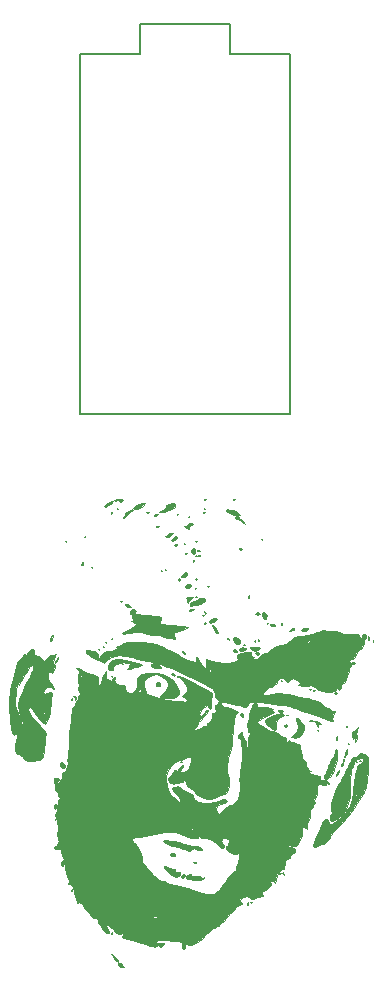
<source format=gbo>
G04 #@! TF.GenerationSoftware,KiCad,Pcbnew,(5.1.5)-3*
G04 #@! TF.CreationDate,2020-07-04T14:31:02-05:00*
G04 #@! TF.ProjectId,starter-ortho,73746172-7465-4722-9d6f-7274686f2e6b,rev?*
G04 #@! TF.SameCoordinates,Original*
G04 #@! TF.FileFunction,Legend,Bot*
G04 #@! TF.FilePolarity,Positive*
%FSLAX46Y46*%
G04 Gerber Fmt 4.6, Leading zero omitted, Abs format (unit mm)*
G04 Created by KiCad (PCBNEW (5.1.5)-3) date 2020-07-04 14:31:02*
%MOMM*%
%LPD*%
G04 APERTURE LIST*
%ADD10C,0.010000*%
%ADD11C,0.150000*%
%ADD12R,2.007000X2.007000*%
%ADD13C,2.007000*%
%ADD14C,1.302000*%
%ADD15C,2.002000*%
%ADD16C,2.102000*%
%ADD17C,3.502000*%
%ADD18C,1.702000*%
%ADD19R,1.702000X1.702000*%
G04 APERTURE END LIST*
D10*
G36*
X163810157Y-75356640D02*
G01*
X163859766Y-75406250D01*
X163909375Y-75356640D01*
X163859766Y-75307031D01*
X163810157Y-75356640D01*
G37*
X163810157Y-75356640D02*
X163859766Y-75406250D01*
X163909375Y-75356640D01*
X163859766Y-75307031D01*
X163810157Y-75356640D01*
G36*
X163512500Y-75455859D02*
G01*
X163562110Y-75505468D01*
X163611719Y-75455859D01*
X163562110Y-75406250D01*
X163512500Y-75455859D01*
G37*
X163512500Y-75455859D02*
X163562110Y-75505468D01*
X163611719Y-75455859D01*
X163562110Y-75406250D01*
X163512500Y-75455859D01*
G36*
X146604436Y-68791466D02*
G01*
X146564983Y-68882617D01*
X146599497Y-69023255D01*
X146744532Y-69056250D01*
X146907376Y-69006033D01*
X146924081Y-68882617D01*
X146826246Y-68735009D01*
X146744532Y-68708984D01*
X146604436Y-68791466D01*
G37*
X146604436Y-68791466D02*
X146564983Y-68882617D01*
X146599497Y-69023255D01*
X146744532Y-69056250D01*
X146907376Y-69006033D01*
X146924081Y-68882617D01*
X146826246Y-68735009D01*
X146744532Y-68708984D01*
X146604436Y-68791466D01*
G36*
X147229152Y-82117286D02*
G01*
X147208534Y-82125517D01*
X147202856Y-82206636D01*
X147348759Y-82323682D01*
X147608140Y-82454287D01*
X147942899Y-82576086D01*
X148009532Y-82595721D01*
X148415334Y-82715390D01*
X148840895Y-82847387D01*
X148941446Y-82879811D01*
X149232970Y-82964566D01*
X149415363Y-82976311D01*
X149564101Y-82914824D01*
X149619534Y-82877816D01*
X149817622Y-82783898D01*
X149947737Y-82836173D01*
X150106514Y-82921013D01*
X150300670Y-82945453D01*
X150453559Y-82910986D01*
X150490952Y-82825588D01*
X150352182Y-82696852D01*
X150059286Y-82603803D01*
X149655345Y-82560055D01*
X149650148Y-82559890D01*
X149360143Y-82520978D01*
X149002247Y-82434454D01*
X148858515Y-82389534D01*
X148513310Y-82290331D01*
X148121282Y-82204466D01*
X147738921Y-82140977D01*
X147422715Y-82108904D01*
X147229152Y-82117286D01*
G37*
X147229152Y-82117286D02*
X147208534Y-82125517D01*
X147202856Y-82206636D01*
X147348759Y-82323682D01*
X147608140Y-82454287D01*
X147942899Y-82576086D01*
X148009532Y-82595721D01*
X148415334Y-82715390D01*
X148840895Y-82847387D01*
X148941446Y-82879811D01*
X149232970Y-82964566D01*
X149415363Y-82976311D01*
X149564101Y-82914824D01*
X149619534Y-82877816D01*
X149817622Y-82783898D01*
X149947737Y-82836173D01*
X150106514Y-82921013D01*
X150300670Y-82945453D01*
X150453559Y-82910986D01*
X150490952Y-82825588D01*
X150352182Y-82696852D01*
X150059286Y-82603803D01*
X149655345Y-82560055D01*
X149650148Y-82559890D01*
X149360143Y-82520978D01*
X149002247Y-82434454D01*
X148858515Y-82389534D01*
X148513310Y-82290331D01*
X148121282Y-82204466D01*
X147738921Y-82140977D01*
X147422715Y-82108904D01*
X147229152Y-82117286D01*
G36*
X147851102Y-83215323D02*
G01*
X147806168Y-83278216D01*
X147837784Y-83409640D01*
X147991802Y-83468597D01*
X148188576Y-83461645D01*
X148232813Y-83379600D01*
X148208212Y-83256301D01*
X148191318Y-83244531D01*
X148074157Y-83213822D01*
X148005684Y-83189219D01*
X147851102Y-83215323D01*
G37*
X147851102Y-83215323D02*
X147806168Y-83278216D01*
X147837784Y-83409640D01*
X147991802Y-83468597D01*
X148188576Y-83461645D01*
X148232813Y-83379600D01*
X148208212Y-83256301D01*
X148191318Y-83244531D01*
X148074157Y-83213822D01*
X148005684Y-83189219D01*
X147851102Y-83215323D01*
G36*
X149747966Y-83978336D02*
G01*
X149777557Y-84023432D01*
X149878191Y-84030448D01*
X149984060Y-84006216D01*
X149938135Y-83970503D01*
X149783068Y-83958675D01*
X149747966Y-83978336D01*
G37*
X149747966Y-83978336D02*
X149777557Y-84023432D01*
X149878191Y-84030448D01*
X149984060Y-84006216D01*
X149938135Y-83970503D01*
X149783068Y-83958675D01*
X149747966Y-83978336D01*
G36*
X147249979Y-84288170D02*
G01*
X147240625Y-84343024D01*
X147328926Y-84524200D01*
X147588315Y-84781601D01*
X147871537Y-85005664D01*
X148125171Y-85169590D01*
X148316995Y-85212850D01*
X148505665Y-85163195D01*
X148607646Y-85034762D01*
X148629688Y-84911409D01*
X148585027Y-84763059D01*
X148431250Y-84761561D01*
X148265481Y-84753627D01*
X148232813Y-84673914D01*
X148161689Y-84543433D01*
X148108790Y-84526783D01*
X147727856Y-84462541D01*
X147505470Y-84342813D01*
X147346807Y-84243365D01*
X147249979Y-84288170D01*
G37*
X147249979Y-84288170D02*
X147240625Y-84343024D01*
X147328926Y-84524200D01*
X147588315Y-84781601D01*
X147871537Y-85005664D01*
X148125171Y-85169590D01*
X148316995Y-85212850D01*
X148505665Y-85163195D01*
X148607646Y-85034762D01*
X148629688Y-84911409D01*
X148585027Y-84763059D01*
X148431250Y-84761561D01*
X148265481Y-84753627D01*
X148232813Y-84673914D01*
X148161689Y-84543433D01*
X148108790Y-84526783D01*
X147727856Y-84462541D01*
X147505470Y-84342813D01*
X147346807Y-84243365D01*
X147249979Y-84288170D01*
G36*
X148763924Y-85099976D02*
G01*
X148746436Y-85162714D01*
X148789177Y-85304319D01*
X148870460Y-85328125D01*
X148999269Y-85244663D01*
X149026563Y-85121419D01*
X148974288Y-84975952D01*
X148863649Y-84972208D01*
X148763924Y-85099976D01*
G37*
X148763924Y-85099976D02*
X148746436Y-85162714D01*
X148789177Y-85304319D01*
X148870460Y-85328125D01*
X148999269Y-85244663D01*
X149026563Y-85121419D01*
X148974288Y-84975952D01*
X148863649Y-84972208D01*
X148763924Y-85099976D01*
G36*
X149481209Y-84963998D02*
G01*
X149287248Y-85021210D01*
X149216886Y-85030468D01*
X149129120Y-85096814D01*
X149136309Y-85237343D01*
X149218731Y-85364291D01*
X149299415Y-85397721D01*
X149502446Y-85415764D01*
X149804769Y-85445650D01*
X149923184Y-85457922D01*
X150313225Y-85457308D01*
X150568106Y-85353717D01*
X150685288Y-85252039D01*
X150642524Y-85244800D01*
X150592436Y-85260834D01*
X150420801Y-85265994D01*
X150363338Y-85224572D01*
X150235288Y-85164335D01*
X149989065Y-85131639D01*
X149907821Y-85129687D01*
X149649008Y-85109963D01*
X149570165Y-85047256D01*
X149582687Y-85013607D01*
X149587612Y-84939850D01*
X149481209Y-84963998D01*
G37*
X149481209Y-84963998D02*
X149287248Y-85021210D01*
X149216886Y-85030468D01*
X149129120Y-85096814D01*
X149136309Y-85237343D01*
X149218731Y-85364291D01*
X149299415Y-85397721D01*
X149502446Y-85415764D01*
X149804769Y-85445650D01*
X149923184Y-85457922D01*
X150313225Y-85457308D01*
X150568106Y-85353717D01*
X150685288Y-85252039D01*
X150642524Y-85244800D01*
X150592436Y-85260834D01*
X150420801Y-85265994D01*
X150363338Y-85224572D01*
X150235288Y-85164335D01*
X149989065Y-85131639D01*
X149907821Y-85129687D01*
X149649008Y-85109963D01*
X149570165Y-85047256D01*
X149582687Y-85013607D01*
X149587612Y-84939850D01*
X149481209Y-84963998D01*
G36*
X150647136Y-53214322D02*
G01*
X150660756Y-53273308D01*
X150713282Y-53280468D01*
X150794950Y-53244166D01*
X150779428Y-53214322D01*
X150661678Y-53202448D01*
X150647136Y-53214322D01*
G37*
X150647136Y-53214322D02*
X150660756Y-53273308D01*
X150713282Y-53280468D01*
X150794950Y-53244166D01*
X150779428Y-53214322D01*
X150661678Y-53202448D01*
X150647136Y-53214322D01*
G36*
X153127605Y-53214322D02*
G01*
X153141224Y-53273308D01*
X153193750Y-53280468D01*
X153275419Y-53244166D01*
X153259896Y-53214322D01*
X153142147Y-53202448D01*
X153127605Y-53214322D01*
G37*
X153127605Y-53214322D02*
X153141224Y-53273308D01*
X153193750Y-53280468D01*
X153275419Y-53244166D01*
X153259896Y-53214322D01*
X153142147Y-53202448D01*
X153127605Y-53214322D01*
G36*
X143191197Y-53207842D02*
G01*
X143076447Y-53273234D01*
X143073438Y-53287154D01*
X143150683Y-53347915D01*
X143271875Y-53330078D01*
X143429069Y-53315172D01*
X143470313Y-53356464D01*
X143550821Y-53435796D01*
X143619141Y-53445833D01*
X143750869Y-53374924D01*
X143767969Y-53313541D01*
X143676256Y-53214826D01*
X143420704Y-53181250D01*
X143191197Y-53207842D01*
G37*
X143191197Y-53207842D02*
X143076447Y-53273234D01*
X143073438Y-53287154D01*
X143150683Y-53347915D01*
X143271875Y-53330078D01*
X143429069Y-53315172D01*
X143470313Y-53356464D01*
X143550821Y-53435796D01*
X143619141Y-53445833D01*
X143750869Y-53374924D01*
X143767969Y-53313541D01*
X143676256Y-53214826D01*
X143420704Y-53181250D01*
X143191197Y-53207842D01*
G36*
X142875000Y-53407028D02*
G01*
X142560117Y-53542644D01*
X142313667Y-53677660D01*
X142187791Y-53782437D01*
X142181243Y-53801367D01*
X142231357Y-53862877D01*
X142400486Y-53811277D01*
X142560892Y-53728716D01*
X142760840Y-53601374D01*
X142905154Y-53481099D01*
X142959740Y-53402809D01*
X142890503Y-53401421D01*
X142875000Y-53407028D01*
G37*
X142875000Y-53407028D02*
X142560117Y-53542644D01*
X142313667Y-53677660D01*
X142187791Y-53782437D01*
X142181243Y-53801367D01*
X142231357Y-53862877D01*
X142400486Y-53811277D01*
X142560892Y-53728716D01*
X142760840Y-53601374D01*
X142905154Y-53481099D01*
X142959740Y-53402809D01*
X142890503Y-53401421D01*
X142875000Y-53407028D01*
G36*
X143271875Y-54024609D02*
G01*
X143321485Y-54074218D01*
X143371094Y-54024609D01*
X143321485Y-53975000D01*
X143271875Y-54024609D01*
G37*
X143271875Y-54024609D02*
X143321485Y-54074218D01*
X143371094Y-54024609D01*
X143321485Y-53975000D01*
X143271875Y-54024609D01*
G36*
X150614063Y-54024609D02*
G01*
X150663672Y-54074218D01*
X150713282Y-54024609D01*
X150663672Y-53975000D01*
X150614063Y-54024609D01*
G37*
X150614063Y-54024609D02*
X150663672Y-54074218D01*
X150713282Y-54024609D01*
X150663672Y-53975000D01*
X150614063Y-54024609D01*
G36*
X145779216Y-54311930D02*
G01*
X145808807Y-54357026D01*
X145909441Y-54364041D01*
X146015310Y-54339810D01*
X145969385Y-54304097D01*
X145814318Y-54292268D01*
X145779216Y-54311930D01*
G37*
X145779216Y-54311930D02*
X145808807Y-54357026D01*
X145909441Y-54364041D01*
X146015310Y-54339810D01*
X145969385Y-54304097D01*
X145814318Y-54292268D01*
X145779216Y-54311930D01*
G36*
X147649829Y-53626268D02*
G01*
X147477264Y-53751073D01*
X147458630Y-53883834D01*
X147393472Y-54009500D01*
X147172307Y-54116668D01*
X147166211Y-54118502D01*
X146949014Y-54203803D01*
X146845234Y-54285182D01*
X146843750Y-54293174D01*
X146881324Y-54350426D01*
X147014722Y-54350121D01*
X147274961Y-54287699D01*
X147637500Y-54176490D01*
X147976300Y-54047410D01*
X148156850Y-53919328D01*
X148214909Y-53789793D01*
X148202266Y-53636148D01*
X148065502Y-53582600D01*
X147966862Y-53579644D01*
X147649829Y-53626268D01*
G37*
X147649829Y-53626268D02*
X147477264Y-53751073D01*
X147458630Y-53883834D01*
X147393472Y-54009500D01*
X147172307Y-54116668D01*
X147166211Y-54118502D01*
X146949014Y-54203803D01*
X146845234Y-54285182D01*
X146843750Y-54293174D01*
X146881324Y-54350426D01*
X147014722Y-54350121D01*
X147274961Y-54287699D01*
X147637500Y-54176490D01*
X147976300Y-54047410D01*
X148156850Y-53919328D01*
X148214909Y-53789793D01*
X148202266Y-53636148D01*
X148065502Y-53582600D01*
X147966862Y-53579644D01*
X147649829Y-53626268D01*
G36*
X150541716Y-54311930D02*
G01*
X150571307Y-54357026D01*
X150671941Y-54364041D01*
X150777810Y-54339810D01*
X150731885Y-54304097D01*
X150576818Y-54292268D01*
X150541716Y-54311930D01*
G37*
X150541716Y-54311930D02*
X150571307Y-54357026D01*
X150671941Y-54364041D01*
X150777810Y-54339810D01*
X150731885Y-54304097D01*
X150576818Y-54292268D01*
X150541716Y-54311930D01*
G36*
X142808855Y-54305729D02*
G01*
X142796980Y-54423478D01*
X142808855Y-54438020D01*
X142867840Y-54424401D01*
X142875000Y-54371875D01*
X142838698Y-54290206D01*
X142808855Y-54305729D01*
G37*
X142808855Y-54305729D02*
X142796980Y-54423478D01*
X142808855Y-54438020D01*
X142867840Y-54424401D01*
X142875000Y-54371875D01*
X142838698Y-54290206D01*
X142808855Y-54305729D01*
G36*
X148332032Y-54520703D02*
G01*
X148381641Y-54570312D01*
X148431250Y-54520703D01*
X148381641Y-54471093D01*
X148332032Y-54520703D01*
G37*
X148332032Y-54520703D02*
X148381641Y-54570312D01*
X148431250Y-54520703D01*
X148381641Y-54471093D01*
X148332032Y-54520703D01*
G36*
X152505318Y-54106942D02*
G01*
X152499219Y-54125783D01*
X152587814Y-54282192D01*
X152813406Y-54427461D01*
X153115707Y-54529092D01*
X153295066Y-54554767D01*
X153739454Y-54584638D01*
X153530178Y-54370956D01*
X153364223Y-54265356D01*
X153116418Y-54171329D01*
X152849104Y-54103701D01*
X152624624Y-54077297D01*
X152505318Y-54106942D01*
G37*
X152505318Y-54106942D02*
X152499219Y-54125783D01*
X152587814Y-54282192D01*
X152813406Y-54427461D01*
X153115707Y-54529092D01*
X153295066Y-54554767D01*
X153739454Y-54584638D01*
X153530178Y-54370956D01*
X153364223Y-54265356D01*
X153116418Y-54171329D01*
X152849104Y-54103701D01*
X152624624Y-54077297D01*
X152505318Y-54106942D01*
G36*
X146446965Y-54523171D02*
G01*
X146397266Y-54570312D01*
X146389260Y-54657959D01*
X146507570Y-54643392D01*
X146645313Y-54570312D01*
X146738292Y-54493257D01*
X146648926Y-54472949D01*
X146626364Y-54472613D01*
X146446965Y-54523171D01*
G37*
X146446965Y-54523171D02*
X146397266Y-54570312D01*
X146389260Y-54657959D01*
X146507570Y-54643392D01*
X146645313Y-54570312D01*
X146738292Y-54493257D01*
X146648926Y-54472949D01*
X146626364Y-54472613D01*
X146446965Y-54523171D01*
G36*
X149324219Y-54719140D02*
G01*
X149373829Y-54768750D01*
X149423438Y-54719140D01*
X149373829Y-54669531D01*
X149324219Y-54719140D01*
G37*
X149324219Y-54719140D02*
X149373829Y-54768750D01*
X149423438Y-54719140D01*
X149373829Y-54669531D01*
X149324219Y-54719140D01*
G36*
X145164394Y-53644084D02*
G01*
X144839317Y-53819984D01*
X144690327Y-53925390D01*
X144433962Y-54113363D01*
X144242471Y-54239467D01*
X144171969Y-54272656D01*
X144084224Y-54349311D01*
X143952556Y-54537164D01*
X143932580Y-54570312D01*
X143817253Y-54793299D01*
X143820947Y-54858433D01*
X143936266Y-54760424D01*
X144036659Y-54644726D01*
X144390115Y-54280757D01*
X144729886Y-54079010D01*
X144967968Y-54020911D01*
X145263843Y-53930213D01*
X145496583Y-53778764D01*
X145697223Y-53578124D01*
X145421175Y-53578124D01*
X145164394Y-53644084D01*
G37*
X145164394Y-53644084D02*
X144839317Y-53819984D01*
X144690327Y-53925390D01*
X144433962Y-54113363D01*
X144242471Y-54239467D01*
X144171969Y-54272656D01*
X144084224Y-54349311D01*
X143952556Y-54537164D01*
X143932580Y-54570312D01*
X143817253Y-54793299D01*
X143820947Y-54858433D01*
X143936266Y-54760424D01*
X144036659Y-54644726D01*
X144390115Y-54280757D01*
X144729886Y-54079010D01*
X144967968Y-54020911D01*
X145263843Y-53930213D01*
X145496583Y-53778764D01*
X145697223Y-53578124D01*
X145421175Y-53578124D01*
X145164394Y-53644084D01*
G36*
X153309760Y-54723106D02*
G01*
X153292969Y-54768750D01*
X153369687Y-54863558D01*
X153401676Y-54867968D01*
X153548881Y-54921482D01*
X153769303Y-55052953D01*
X153807663Y-55079650D01*
X154104944Y-55291333D01*
X153972746Y-55079650D01*
X153826490Y-54917399D01*
X153715587Y-54867968D01*
X153599661Y-54805695D01*
X153590625Y-54768750D01*
X153510263Y-54680725D01*
X153441797Y-54669531D01*
X153309760Y-54723106D01*
G37*
X153309760Y-54723106D02*
X153292969Y-54768750D01*
X153369687Y-54863558D01*
X153401676Y-54867968D01*
X153548881Y-54921482D01*
X153769303Y-55052953D01*
X153807663Y-55079650D01*
X154104944Y-55291333D01*
X153972746Y-55079650D01*
X153826490Y-54917399D01*
X153715587Y-54867968D01*
X153599661Y-54805695D01*
X153590625Y-54768750D01*
X153510263Y-54680725D01*
X153441797Y-54669531D01*
X153309760Y-54723106D01*
G36*
X146572966Y-55502555D02*
G01*
X146602557Y-55547651D01*
X146703191Y-55554666D01*
X146809060Y-55530435D01*
X146763135Y-55494722D01*
X146608068Y-55482893D01*
X146572966Y-55502555D01*
G37*
X146572966Y-55502555D02*
X146602557Y-55547651D01*
X146703191Y-55554666D01*
X146809060Y-55530435D01*
X146763135Y-55494722D01*
X146608068Y-55482893D01*
X146572966Y-55502555D01*
G36*
X149349757Y-55253193D02*
G01*
X149269098Y-55381429D01*
X149155867Y-55524765D01*
X149042404Y-55519822D01*
X148955803Y-55504284D01*
X149031409Y-55581197D01*
X149070331Y-55611865D01*
X149291180Y-55745328D01*
X149404323Y-55716944D01*
X149423438Y-55617039D01*
X149500889Y-55450605D01*
X149583578Y-55383522D01*
X149680641Y-55308406D01*
X149599919Y-55257390D01*
X149537420Y-55239955D01*
X149349757Y-55253193D01*
G37*
X149349757Y-55253193D02*
X149269098Y-55381429D01*
X149155867Y-55524765D01*
X149042404Y-55519822D01*
X148955803Y-55504284D01*
X149031409Y-55581197D01*
X149070331Y-55611865D01*
X149291180Y-55745328D01*
X149404323Y-55716944D01*
X149423438Y-55617039D01*
X149500889Y-55450605D01*
X149583578Y-55383522D01*
X149680641Y-55308406D01*
X149599919Y-55257390D01*
X149537420Y-55239955D01*
X149349757Y-55253193D01*
G36*
X140493750Y-56405859D02*
G01*
X140543360Y-56455468D01*
X140592969Y-56405859D01*
X140543360Y-56356250D01*
X140493750Y-56405859D01*
G37*
X140493750Y-56405859D02*
X140543360Y-56455468D01*
X140592969Y-56405859D01*
X140543360Y-56356250D01*
X140493750Y-56405859D01*
G36*
X147808125Y-56099520D02*
G01*
X147590633Y-56193188D01*
X147408128Y-56302517D01*
X147340618Y-56381054D01*
X147409550Y-56454255D01*
X147581196Y-56422859D01*
X147798774Y-56300328D01*
X147849751Y-56260332D01*
X147981210Y-56126519D01*
X147986829Y-56062674D01*
X147979742Y-56061894D01*
X147808125Y-56099520D01*
G37*
X147808125Y-56099520D02*
X147590633Y-56193188D01*
X147408128Y-56302517D01*
X147340618Y-56381054D01*
X147409550Y-56454255D01*
X147581196Y-56422859D01*
X147798774Y-56300328D01*
X147849751Y-56260332D01*
X147981210Y-56126519D01*
X147986829Y-56062674D01*
X147979742Y-56061894D01*
X147808125Y-56099520D01*
G36*
X155475782Y-56604296D02*
G01*
X155525391Y-56653906D01*
X155575000Y-56604296D01*
X155525391Y-56554687D01*
X155475782Y-56604296D01*
G37*
X155475782Y-56604296D02*
X155525391Y-56653906D01*
X155575000Y-56604296D01*
X155525391Y-56554687D01*
X155475782Y-56604296D01*
G36*
X148125719Y-56422593D02*
G01*
X147984766Y-56554687D01*
X147894144Y-56703117D01*
X147966375Y-56752731D01*
X148187818Y-56695419D01*
X148208008Y-56687414D01*
X148306740Y-56582186D01*
X148328748Y-56439423D01*
X148262111Y-56357356D01*
X148248191Y-56356250D01*
X148125719Y-56422593D01*
G37*
X148125719Y-56422593D02*
X147984766Y-56554687D01*
X147894144Y-56703117D01*
X147966375Y-56752731D01*
X148187818Y-56695419D01*
X148208008Y-56687414D01*
X148306740Y-56582186D01*
X148328748Y-56439423D01*
X148262111Y-56357356D01*
X148248191Y-56356250D01*
X148125719Y-56422593D01*
G36*
X138906250Y-56802734D02*
G01*
X138955860Y-56852343D01*
X139005469Y-56802734D01*
X138955860Y-56753125D01*
X138906250Y-56802734D01*
G37*
X138906250Y-56802734D02*
X138955860Y-56852343D01*
X139005469Y-56802734D01*
X138955860Y-56753125D01*
X138906250Y-56802734D01*
G36*
X149919532Y-56802734D02*
G01*
X149969141Y-56852343D01*
X150018750Y-56802734D01*
X149969141Y-56753125D01*
X149919532Y-56802734D01*
G37*
X149919532Y-56802734D02*
X149969141Y-56852343D01*
X150018750Y-56802734D01*
X149969141Y-56753125D01*
X149919532Y-56802734D01*
G36*
X148927344Y-57001171D02*
G01*
X148976954Y-57050781D01*
X149026563Y-57001171D01*
X148976954Y-56951562D01*
X148927344Y-57001171D01*
G37*
X148927344Y-57001171D02*
X148976954Y-57050781D01*
X149026563Y-57001171D01*
X148976954Y-56951562D01*
X148927344Y-57001171D01*
G36*
X148232813Y-57001171D02*
G01*
X148138160Y-57090330D01*
X148133594Y-57106246D01*
X148210359Y-57148862D01*
X148232813Y-57150000D01*
X148328219Y-57073725D01*
X148332032Y-57044925D01*
X148271247Y-56985668D01*
X148232813Y-57001171D01*
G37*
X148232813Y-57001171D02*
X148138160Y-57090330D01*
X148133594Y-57106246D01*
X148210359Y-57148862D01*
X148232813Y-57150000D01*
X148328219Y-57073725D01*
X148332032Y-57044925D01*
X148271247Y-56985668D01*
X148232813Y-57001171D01*
G36*
X153630901Y-57396537D02*
G01*
X153640235Y-57447656D01*
X153767082Y-57543090D01*
X153794919Y-57546875D01*
X153885609Y-57471196D01*
X153888282Y-57447656D01*
X153807521Y-57360580D01*
X153733598Y-57348437D01*
X153630901Y-57396537D01*
G37*
X153630901Y-57396537D02*
X153640235Y-57447656D01*
X153767082Y-57543090D01*
X153794919Y-57546875D01*
X153885609Y-57471196D01*
X153888282Y-57447656D01*
X153807521Y-57360580D01*
X153733598Y-57348437D01*
X153630901Y-57396537D01*
G36*
X150018750Y-57549988D02*
G01*
X150099161Y-57635267D01*
X150167579Y-57646093D01*
X150299957Y-57624865D01*
X150316407Y-57607099D01*
X150238822Y-57543122D01*
X150167579Y-57510994D01*
X150039819Y-57508932D01*
X150018750Y-57549988D01*
G37*
X150018750Y-57549988D02*
X150099161Y-57635267D01*
X150167579Y-57646093D01*
X150299957Y-57624865D01*
X150316407Y-57607099D01*
X150238822Y-57543122D01*
X150167579Y-57510994D01*
X150039819Y-57508932D01*
X150018750Y-57549988D01*
G36*
X149059636Y-57778385D02*
G01*
X149073256Y-57837370D01*
X149125782Y-57844531D01*
X149207450Y-57808228D01*
X149191928Y-57778385D01*
X149074178Y-57766510D01*
X149059636Y-57778385D01*
G37*
X149059636Y-57778385D02*
X149073256Y-57837370D01*
X149125782Y-57844531D01*
X149207450Y-57808228D01*
X149191928Y-57778385D01*
X149074178Y-57766510D01*
X149059636Y-57778385D01*
G36*
X149621156Y-57422759D02*
G01*
X149597497Y-57472460D01*
X149587250Y-57687546D01*
X149698996Y-57826888D01*
X149778972Y-57844531D01*
X149889693Y-57758183D01*
X149919532Y-57596484D01*
X149863809Y-57411012D01*
X149741780Y-57344411D01*
X149621156Y-57422759D01*
G37*
X149621156Y-57422759D02*
X149597497Y-57472460D01*
X149587250Y-57687546D01*
X149698996Y-57826888D01*
X149778972Y-57844531D01*
X149889693Y-57758183D01*
X149919532Y-57596484D01*
X149863809Y-57411012D01*
X149741780Y-57344411D01*
X149621156Y-57422759D01*
G36*
X149919532Y-57993359D02*
G01*
X149969141Y-58042968D01*
X150018750Y-57993359D01*
X149969141Y-57943750D01*
X149919532Y-57993359D01*
G37*
X149919532Y-57993359D02*
X149969141Y-58042968D01*
X150018750Y-57993359D01*
X149969141Y-57943750D01*
X149919532Y-57993359D01*
G36*
X150151042Y-57976822D02*
G01*
X150164662Y-58035808D01*
X150217188Y-58042968D01*
X150298856Y-58006666D01*
X150283334Y-57976822D01*
X150165584Y-57964948D01*
X150151042Y-57976822D01*
G37*
X150151042Y-57976822D02*
X150164662Y-58035808D01*
X150217188Y-58042968D01*
X150298856Y-58006666D01*
X150283334Y-57976822D01*
X150165584Y-57964948D01*
X150151042Y-57976822D01*
G36*
X149754167Y-58373697D02*
G01*
X149742293Y-58491447D01*
X149754167Y-58505989D01*
X149813153Y-58492369D01*
X149820313Y-58439843D01*
X149784010Y-58358175D01*
X149754167Y-58373697D01*
G37*
X149754167Y-58373697D02*
X149742293Y-58491447D01*
X149754167Y-58505989D01*
X149813153Y-58492369D01*
X149820313Y-58439843D01*
X149784010Y-58358175D01*
X149754167Y-58373697D01*
G36*
X140291561Y-58616647D02*
G01*
X140259433Y-58687890D01*
X140257371Y-58815650D01*
X140298427Y-58836718D01*
X140383705Y-58756308D01*
X140394532Y-58687890D01*
X140373304Y-58555512D01*
X140355538Y-58539062D01*
X140291561Y-58616647D01*
G37*
X140291561Y-58616647D02*
X140259433Y-58687890D01*
X140257371Y-58815650D01*
X140298427Y-58836718D01*
X140383705Y-58756308D01*
X140394532Y-58687890D01*
X140373304Y-58555512D01*
X140355538Y-58539062D01*
X140291561Y-58616647D01*
G36*
X141089063Y-58985546D02*
G01*
X141138672Y-59035156D01*
X141188282Y-58985546D01*
X141138672Y-58935937D01*
X141089063Y-58985546D01*
G37*
X141089063Y-58985546D02*
X141138672Y-59035156D01*
X141188282Y-58985546D01*
X141138672Y-58935937D01*
X141089063Y-58985546D01*
G36*
X147339844Y-59183984D02*
G01*
X147389454Y-59233593D01*
X147439063Y-59183984D01*
X147389454Y-59134375D01*
X147339844Y-59183984D01*
G37*
X147339844Y-59183984D02*
X147389454Y-59233593D01*
X147439063Y-59183984D01*
X147389454Y-59134375D01*
X147339844Y-59183984D01*
G36*
X146976042Y-59266666D02*
G01*
X146989662Y-59325652D01*
X147042188Y-59332812D01*
X147123856Y-59296509D01*
X147108334Y-59266666D01*
X146990584Y-59254792D01*
X146976042Y-59266666D01*
G37*
X146976042Y-59266666D02*
X146989662Y-59325652D01*
X147042188Y-59332812D01*
X147123856Y-59296509D01*
X147108334Y-59266666D01*
X146990584Y-59254792D01*
X146976042Y-59266666D01*
G36*
X148972605Y-59495493D02*
G01*
X148812443Y-59632778D01*
X148729476Y-59764234D01*
X148728907Y-59772209D01*
X148800583Y-59828479D01*
X148956695Y-59801827D01*
X149105938Y-59709843D01*
X149215813Y-59544623D01*
X149180247Y-59443884D01*
X149118695Y-59432031D01*
X148972605Y-59495493D01*
G37*
X148972605Y-59495493D02*
X148812443Y-59632778D01*
X148729476Y-59764234D01*
X148728907Y-59772209D01*
X148800583Y-59828479D01*
X148956695Y-59801827D01*
X149105938Y-59709843D01*
X149215813Y-59544623D01*
X149180247Y-59443884D01*
X149118695Y-59432031D01*
X148972605Y-59495493D01*
G36*
X149919532Y-59977734D02*
G01*
X149969141Y-60027343D01*
X150018750Y-59977734D01*
X149969141Y-59928125D01*
X149919532Y-59977734D01*
G37*
X149919532Y-59977734D02*
X149969141Y-60027343D01*
X150018750Y-59977734D01*
X149969141Y-59928125D01*
X149919532Y-59977734D01*
G36*
X148434134Y-60003627D02*
G01*
X148431250Y-60027343D01*
X148506753Y-60123679D01*
X148530469Y-60126562D01*
X148626805Y-60051059D01*
X148629688Y-60027343D01*
X148554185Y-59931008D01*
X148530469Y-59928125D01*
X148434134Y-60003627D01*
G37*
X148434134Y-60003627D02*
X148431250Y-60027343D01*
X148506753Y-60123679D01*
X148530469Y-60126562D01*
X148626805Y-60051059D01*
X148629688Y-60027343D01*
X148554185Y-59931008D01*
X148530469Y-59928125D01*
X148434134Y-60003627D01*
G36*
X150944792Y-60556510D02*
G01*
X150958412Y-60615495D01*
X151010938Y-60622656D01*
X151092606Y-60586353D01*
X151077084Y-60556510D01*
X150959334Y-60544635D01*
X150944792Y-60556510D01*
G37*
X150944792Y-60556510D02*
X150958412Y-60615495D01*
X151010938Y-60622656D01*
X151092606Y-60586353D01*
X151077084Y-60556510D01*
X150959334Y-60544635D01*
X150944792Y-60556510D01*
G36*
X149151472Y-60483572D02*
G01*
X149037745Y-60634979D01*
X149099059Y-60707287D01*
X149274610Y-60721875D01*
X149470000Y-60672944D01*
X149522657Y-60581315D01*
X149451338Y-60429775D01*
X149290094Y-60403068D01*
X149151472Y-60483572D01*
G37*
X149151472Y-60483572D02*
X149037745Y-60634979D01*
X149099059Y-60707287D01*
X149274610Y-60721875D01*
X149470000Y-60672944D01*
X149522657Y-60581315D01*
X149451338Y-60429775D01*
X149290094Y-60403068D01*
X149151472Y-60483572D01*
G36*
X149853386Y-60754947D02*
G01*
X149867006Y-60813933D01*
X149919532Y-60821093D01*
X150001200Y-60784791D01*
X149985678Y-60754947D01*
X149867928Y-60743073D01*
X149853386Y-60754947D01*
G37*
X149853386Y-60754947D02*
X149867006Y-60813933D01*
X149919532Y-60821093D01*
X150001200Y-60784791D01*
X149985678Y-60754947D01*
X149867928Y-60743073D01*
X149853386Y-60754947D01*
G36*
X149919532Y-61466015D02*
G01*
X149969141Y-61515625D01*
X150018750Y-61466015D01*
X149969141Y-61416406D01*
X149919532Y-61466015D01*
G37*
X149919532Y-61466015D02*
X149969141Y-61515625D01*
X150018750Y-61466015D01*
X149969141Y-61416406D01*
X149919532Y-61466015D01*
G36*
X154415817Y-61397802D02*
G01*
X154403988Y-61552869D01*
X154423650Y-61587972D01*
X154468746Y-61558381D01*
X154475761Y-61457747D01*
X154451530Y-61351877D01*
X154415817Y-61397802D01*
G37*
X154415817Y-61397802D02*
X154403988Y-61552869D01*
X154423650Y-61587972D01*
X154468746Y-61558381D01*
X154475761Y-61457747D01*
X154451530Y-61351877D01*
X154415817Y-61397802D01*
G36*
X143569532Y-61862890D02*
G01*
X143619141Y-61912500D01*
X143668750Y-61862890D01*
X143619141Y-61813281D01*
X143569532Y-61862890D01*
G37*
X143569532Y-61862890D02*
X143619141Y-61912500D01*
X143668750Y-61862890D01*
X143619141Y-61813281D01*
X143569532Y-61862890D01*
G36*
X149165639Y-61552720D02*
G01*
X149191864Y-61706810D01*
X149241245Y-61902209D01*
X149265229Y-61980111D01*
X149333707Y-61929999D01*
X149483712Y-61783832D01*
X149498946Y-61768076D01*
X149720350Y-61538038D01*
X149425581Y-61494775D01*
X149223187Y-61480470D01*
X149165639Y-61552720D01*
G37*
X149165639Y-61552720D02*
X149191864Y-61706810D01*
X149241245Y-61902209D01*
X149265229Y-61980111D01*
X149333707Y-61929999D01*
X149483712Y-61783832D01*
X149498946Y-61768076D01*
X149720350Y-61538038D01*
X149425581Y-61494775D01*
X149223187Y-61480470D01*
X149165639Y-61552720D01*
G36*
X150264330Y-61617354D02*
G01*
X150253610Y-61625788D01*
X150061172Y-61726361D01*
X149804462Y-61803244D01*
X149553706Y-61906954D01*
X149458430Y-62088244D01*
X149441208Y-62257124D01*
X149448865Y-62300936D01*
X149550400Y-62274820D01*
X149784370Y-62217044D01*
X149972684Y-62171104D01*
X150363035Y-62064566D01*
X150592397Y-61966636D01*
X150696250Y-61858023D01*
X150713282Y-61768431D01*
X150633644Y-61620767D01*
X150454238Y-61561175D01*
X150264330Y-61617354D01*
G37*
X150264330Y-61617354D02*
X150253610Y-61625788D01*
X150061172Y-61726361D01*
X149804462Y-61803244D01*
X149553706Y-61906954D01*
X149458430Y-62088244D01*
X149441208Y-62257124D01*
X149448865Y-62300936D01*
X149550400Y-62274820D01*
X149784370Y-62217044D01*
X149972684Y-62171104D01*
X150363035Y-62064566D01*
X150592397Y-61966636D01*
X150696250Y-61858023D01*
X150713282Y-61768431D01*
X150633644Y-61620767D01*
X150454238Y-61561175D01*
X150264330Y-61617354D01*
G36*
X143980427Y-62096671D02*
G01*
X143987408Y-62124332D01*
X144081825Y-62230134D01*
X144244376Y-62319558D01*
X144397200Y-62360192D01*
X144462500Y-62322103D01*
X144382343Y-62227593D01*
X144205541Y-62124929D01*
X144024870Y-62058725D01*
X143980427Y-62096671D01*
G37*
X143980427Y-62096671D02*
X143987408Y-62124332D01*
X144081825Y-62230134D01*
X144244376Y-62319558D01*
X144397200Y-62360192D01*
X144462500Y-62322103D01*
X144382343Y-62227593D01*
X144205541Y-62124929D01*
X144024870Y-62058725D01*
X143980427Y-62096671D01*
G36*
X149452457Y-62548654D02*
G01*
X149373829Y-62607031D01*
X149381070Y-62688835D01*
X149507567Y-62695325D01*
X149688983Y-62626502D01*
X149721094Y-62607031D01*
X149800433Y-62534164D01*
X149702401Y-62510318D01*
X149652536Y-62509331D01*
X149452457Y-62548654D01*
G37*
X149452457Y-62548654D02*
X149373829Y-62607031D01*
X149381070Y-62688835D01*
X149507567Y-62695325D01*
X149688983Y-62626502D01*
X149721094Y-62607031D01*
X149800433Y-62534164D01*
X149702401Y-62510318D01*
X149652536Y-62509331D01*
X149452457Y-62548654D01*
G36*
X150645192Y-62770340D02*
G01*
X150663672Y-62805468D01*
X150757158Y-62900222D01*
X150774602Y-62904687D01*
X150781372Y-62840597D01*
X150762891Y-62805468D01*
X150669406Y-62710714D01*
X150651961Y-62706250D01*
X150645192Y-62770340D01*
G37*
X150645192Y-62770340D02*
X150663672Y-62805468D01*
X150757158Y-62900222D01*
X150774602Y-62904687D01*
X150781372Y-62840597D01*
X150762891Y-62805468D01*
X150669406Y-62710714D01*
X150651961Y-62706250D01*
X150645192Y-62770340D01*
G36*
X155016898Y-62847019D02*
G01*
X154979688Y-62904687D01*
X155062789Y-62985301D01*
X155178125Y-63003906D01*
X155339353Y-62962355D01*
X155376563Y-62904687D01*
X155293462Y-62824073D01*
X155178125Y-62805468D01*
X155016898Y-62847019D01*
G37*
X155016898Y-62847019D02*
X154979688Y-62904687D01*
X155062789Y-62985301D01*
X155178125Y-63003906D01*
X155339353Y-62962355D01*
X155376563Y-62904687D01*
X155293462Y-62824073D01*
X155178125Y-62805468D01*
X155016898Y-62847019D01*
G36*
X150514844Y-63053515D02*
G01*
X150564454Y-63103125D01*
X150614063Y-63053515D01*
X150564454Y-63003906D01*
X150514844Y-63053515D01*
G37*
X150514844Y-63053515D02*
X150564454Y-63103125D01*
X150614063Y-63053515D01*
X150564454Y-63003906D01*
X150514844Y-63053515D01*
G36*
X155579227Y-62880355D02*
G01*
X155578009Y-63048806D01*
X155632733Y-63229994D01*
X155730368Y-63339936D01*
X155731943Y-63340556D01*
X155904609Y-63394278D01*
X155938797Y-63344849D01*
X155908537Y-63251953D01*
X155920262Y-63123999D01*
X155980224Y-63103125D01*
X156004483Y-63058780D01*
X155919293Y-62960355D01*
X155782964Y-62859757D01*
X155653804Y-62808898D01*
X155649415Y-62808624D01*
X155579227Y-62880355D01*
G37*
X155579227Y-62880355D02*
X155578009Y-63048806D01*
X155632733Y-63229994D01*
X155730368Y-63339936D01*
X155731943Y-63340556D01*
X155904609Y-63394278D01*
X155938797Y-63344849D01*
X155908537Y-63251953D01*
X155920262Y-63123999D01*
X155980224Y-63103125D01*
X156004483Y-63058780D01*
X155919293Y-62960355D01*
X155782964Y-62859757D01*
X155653804Y-62808898D01*
X155649415Y-62808624D01*
X155579227Y-62880355D01*
G36*
X151310799Y-63364800D02*
G01*
X151114652Y-63544192D01*
X151042758Y-63663531D01*
X151135124Y-63695219D01*
X151172422Y-63695136D01*
X151382852Y-63631419D01*
X151583579Y-63503872D01*
X151715882Y-63352255D01*
X151709741Y-63254593D01*
X151709652Y-63254538D01*
X151537787Y-63250676D01*
X151310799Y-63364800D01*
G37*
X151310799Y-63364800D02*
X151114652Y-63544192D01*
X151042758Y-63663531D01*
X151135124Y-63695219D01*
X151172422Y-63695136D01*
X151382852Y-63631419D01*
X151583579Y-63503872D01*
X151715882Y-63352255D01*
X151709741Y-63254593D01*
X151709652Y-63254538D01*
X151537787Y-63250676D01*
X151310799Y-63364800D01*
G36*
X150713282Y-63648828D02*
G01*
X150618629Y-63737986D01*
X150614063Y-63753902D01*
X150690828Y-63796518D01*
X150713282Y-63797656D01*
X150808688Y-63721381D01*
X150812500Y-63692581D01*
X150751715Y-63633324D01*
X150713282Y-63648828D01*
G37*
X150713282Y-63648828D02*
X150618629Y-63737986D01*
X150614063Y-63753902D01*
X150690828Y-63796518D01*
X150713282Y-63797656D01*
X150808688Y-63721381D01*
X150812500Y-63692581D01*
X150751715Y-63633324D01*
X150713282Y-63648828D01*
G36*
X155971875Y-63748046D02*
G01*
X156021485Y-63797656D01*
X156071094Y-63748046D01*
X156021485Y-63698437D01*
X155971875Y-63748046D01*
G37*
X155971875Y-63748046D02*
X156021485Y-63797656D01*
X156071094Y-63748046D01*
X156021485Y-63698437D01*
X155971875Y-63748046D01*
G36*
X157195573Y-63731510D02*
G01*
X157183699Y-63849259D01*
X157195573Y-63863802D01*
X157254559Y-63850182D01*
X157261719Y-63797656D01*
X157225417Y-63715987D01*
X157195573Y-63731510D01*
G37*
X157195573Y-63731510D02*
X157183699Y-63849259D01*
X157195573Y-63863802D01*
X157254559Y-63850182D01*
X157261719Y-63797656D01*
X157225417Y-63715987D01*
X157195573Y-63731510D01*
G36*
X156243695Y-63829151D02*
G01*
X156219922Y-63896875D01*
X156359867Y-63980225D01*
X156473825Y-63996093D01*
X156631845Y-63953415D01*
X156666407Y-63896875D01*
X156581322Y-63822922D01*
X156412504Y-63797656D01*
X156243695Y-63829151D01*
G37*
X156243695Y-63829151D02*
X156219922Y-63896875D01*
X156359867Y-63980225D01*
X156473825Y-63996093D01*
X156631845Y-63953415D01*
X156666407Y-63896875D01*
X156581322Y-63822922D01*
X156412504Y-63797656D01*
X156243695Y-63829151D01*
G36*
X158135499Y-64167684D02*
G01*
X157995672Y-64244163D01*
X157880767Y-64351405D01*
X157931712Y-64387392D01*
X157956250Y-64388293D01*
X158173917Y-64338374D01*
X158239695Y-64304633D01*
X158310741Y-64203354D01*
X158279117Y-64160502D01*
X158135499Y-64167684D01*
G37*
X158135499Y-64167684D02*
X157995672Y-64244163D01*
X157880767Y-64351405D01*
X157931712Y-64387392D01*
X157956250Y-64388293D01*
X158173917Y-64338374D01*
X158239695Y-64304633D01*
X158310741Y-64203354D01*
X158279117Y-64160502D01*
X158135499Y-64167684D01*
G36*
X159109660Y-64150677D02*
G01*
X158939089Y-64225475D01*
X158905370Y-64304334D01*
X159050420Y-64383249D01*
X159254492Y-64375543D01*
X159399002Y-64287148D01*
X159426184Y-64153491D01*
X159285319Y-64119333D01*
X159109660Y-64150677D01*
G37*
X159109660Y-64150677D02*
X158939089Y-64225475D01*
X158905370Y-64304334D01*
X159050420Y-64383249D01*
X159254492Y-64375543D01*
X159399002Y-64287148D01*
X159426184Y-64153491D01*
X159285319Y-64119333D01*
X159109660Y-64150677D01*
G36*
X151321881Y-63913825D02*
G01*
X151400493Y-64035930D01*
X151406318Y-64043015D01*
X151525531Y-64251407D01*
X151555146Y-64379988D01*
X151639730Y-64527201D01*
X151746616Y-64575400D01*
X151860756Y-64587202D01*
X151872504Y-64530749D01*
X151779038Y-64363923D01*
X151726898Y-64281063D01*
X151560870Y-64057174D01*
X151413695Y-63919672D01*
X151388095Y-63907240D01*
X151321881Y-63913825D01*
G37*
X151321881Y-63913825D02*
X151400493Y-64035930D01*
X151406318Y-64043015D01*
X151525531Y-64251407D01*
X151555146Y-64379988D01*
X151639730Y-64527201D01*
X151746616Y-64575400D01*
X151860756Y-64587202D01*
X151872504Y-64530749D01*
X151779038Y-64363923D01*
X151726898Y-64281063D01*
X151560870Y-64057174D01*
X151413695Y-63919672D01*
X151388095Y-63907240D01*
X151321881Y-63913825D01*
G36*
X142775782Y-65037890D02*
G01*
X142825391Y-65087500D01*
X142875000Y-65037890D01*
X142825391Y-64988281D01*
X142775782Y-65037890D01*
G37*
X142775782Y-65037890D02*
X142825391Y-65087500D01*
X142875000Y-65037890D01*
X142825391Y-64988281D01*
X142775782Y-65037890D01*
G36*
X144451633Y-62621218D02*
G01*
X144375249Y-62804012D01*
X144379693Y-62936614D01*
X144460951Y-62954681D01*
X144472039Y-62948402D01*
X144547102Y-62960952D01*
X144542841Y-63066569D01*
X144581188Y-63278241D01*
X144657327Y-63372821D01*
X144750553Y-63467332D01*
X144663794Y-63495404D01*
X144614057Y-63496844D01*
X144489828Y-63509561D01*
X144518928Y-63565997D01*
X144646105Y-63659527D01*
X144873862Y-63819055D01*
X144649125Y-64058277D01*
X144393282Y-64239593D01*
X144080146Y-64352327D01*
X144063106Y-64355270D01*
X143804495Y-64433204D01*
X143702137Y-64548905D01*
X143701823Y-64556103D01*
X143764500Y-64651853D01*
X143858920Y-64633882D01*
X144063522Y-64580035D01*
X144345649Y-64538403D01*
X144363282Y-64536721D01*
X144703467Y-64496969D01*
X145008204Y-64449615D01*
X145354365Y-64460969D01*
X145590053Y-64542506D01*
X145859322Y-64630213D01*
X146217217Y-64683340D01*
X146390891Y-64690625D01*
X146856772Y-64740043D01*
X147274305Y-64869507D01*
X147297323Y-64880391D01*
X147596867Y-64996071D01*
X147780182Y-64987695D01*
X147811133Y-64967461D01*
X147917320Y-64919389D01*
X147935157Y-64976132D01*
X148014799Y-65076137D01*
X148077059Y-65087500D01*
X148166385Y-65043963D01*
X148158080Y-64882917D01*
X148134116Y-64791662D01*
X148093543Y-64603869D01*
X148141751Y-64500027D01*
X148321152Y-64428597D01*
X148463503Y-64391399D01*
X148862403Y-64277415D01*
X149149834Y-64168340D01*
X149294341Y-64077588D01*
X149297627Y-64035647D01*
X149183235Y-64007667D01*
X148913325Y-63971948D01*
X148530412Y-63933434D01*
X148153904Y-63902640D01*
X147601493Y-63856510D01*
X147223474Y-63809651D01*
X146995886Y-63755587D01*
X146894766Y-63687846D01*
X146896151Y-63599953D01*
X146913676Y-63567558D01*
X146994697Y-63366256D01*
X147012746Y-63284257D01*
X146997077Y-63215474D01*
X146910640Y-63160131D01*
X146730163Y-63114684D01*
X146432377Y-63075587D01*
X145994012Y-63039297D01*
X145391796Y-63002267D01*
X145035792Y-62983089D01*
X144802900Y-62962379D01*
X144735901Y-62915479D01*
X144802262Y-62813969D01*
X144819795Y-62794386D01*
X144914966Y-62659797D01*
X144844441Y-62587041D01*
X144755015Y-62555790D01*
X144532993Y-62551608D01*
X144451633Y-62621218D01*
G37*
X144451633Y-62621218D02*
X144375249Y-62804012D01*
X144379693Y-62936614D01*
X144460951Y-62954681D01*
X144472039Y-62948402D01*
X144547102Y-62960952D01*
X144542841Y-63066569D01*
X144581188Y-63278241D01*
X144657327Y-63372821D01*
X144750553Y-63467332D01*
X144663794Y-63495404D01*
X144614057Y-63496844D01*
X144489828Y-63509561D01*
X144518928Y-63565997D01*
X144646105Y-63659527D01*
X144873862Y-63819055D01*
X144649125Y-64058277D01*
X144393282Y-64239593D01*
X144080146Y-64352327D01*
X144063106Y-64355270D01*
X143804495Y-64433204D01*
X143702137Y-64548905D01*
X143701823Y-64556103D01*
X143764500Y-64651853D01*
X143858920Y-64633882D01*
X144063522Y-64580035D01*
X144345649Y-64538403D01*
X144363282Y-64536721D01*
X144703467Y-64496969D01*
X145008204Y-64449615D01*
X145354365Y-64460969D01*
X145590053Y-64542506D01*
X145859322Y-64630213D01*
X146217217Y-64683340D01*
X146390891Y-64690625D01*
X146856772Y-64740043D01*
X147274305Y-64869507D01*
X147297323Y-64880391D01*
X147596867Y-64996071D01*
X147780182Y-64987695D01*
X147811133Y-64967461D01*
X147917320Y-64919389D01*
X147935157Y-64976132D01*
X148014799Y-65076137D01*
X148077059Y-65087500D01*
X148166385Y-65043963D01*
X148158080Y-64882917D01*
X148134116Y-64791662D01*
X148093543Y-64603869D01*
X148141751Y-64500027D01*
X148321152Y-64428597D01*
X148463503Y-64391399D01*
X148862403Y-64277415D01*
X149149834Y-64168340D01*
X149294341Y-64077588D01*
X149297627Y-64035647D01*
X149183235Y-64007667D01*
X148913325Y-63971948D01*
X148530412Y-63933434D01*
X148153904Y-63902640D01*
X147601493Y-63856510D01*
X147223474Y-63809651D01*
X146995886Y-63755587D01*
X146894766Y-63687846D01*
X146896151Y-63599953D01*
X146913676Y-63567558D01*
X146994697Y-63366256D01*
X147012746Y-63284257D01*
X146997077Y-63215474D01*
X146910640Y-63160131D01*
X146730163Y-63114684D01*
X146432377Y-63075587D01*
X145994012Y-63039297D01*
X145391796Y-63002267D01*
X145035792Y-62983089D01*
X144802900Y-62962379D01*
X144735901Y-62915479D01*
X144802262Y-62813969D01*
X144819795Y-62794386D01*
X144914966Y-62659797D01*
X144844441Y-62587041D01*
X144755015Y-62555790D01*
X144532993Y-62551608D01*
X144451633Y-62621218D01*
G36*
X152629567Y-65052371D02*
G01*
X152648047Y-65087500D01*
X152741533Y-65182254D01*
X152758977Y-65186718D01*
X152765747Y-65122628D01*
X152747266Y-65087500D01*
X152653781Y-64992745D01*
X152636336Y-64988281D01*
X152629567Y-65052371D01*
G37*
X152629567Y-65052371D02*
X152648047Y-65087500D01*
X152741533Y-65182254D01*
X152758977Y-65186718D01*
X152765747Y-65122628D01*
X152747266Y-65087500D01*
X152653781Y-64992745D01*
X152636336Y-64988281D01*
X152629567Y-65052371D01*
G36*
X164504696Y-64963892D02*
G01*
X164504688Y-64968437D01*
X164529092Y-65158039D01*
X164602190Y-65155390D01*
X164658859Y-65078854D01*
X164658789Y-64924445D01*
X164615105Y-64860573D01*
X164529995Y-64823517D01*
X164504696Y-64963892D01*
G37*
X164504696Y-64963892D02*
X164504688Y-64968437D01*
X164529092Y-65158039D01*
X164602190Y-65155390D01*
X164658859Y-65078854D01*
X164658789Y-64924445D01*
X164615105Y-64860573D01*
X164529995Y-64823517D01*
X164504696Y-64963892D01*
G36*
X137803995Y-64750159D02*
G01*
X137715029Y-64894013D01*
X137647590Y-65072434D01*
X137638528Y-65203472D01*
X137696427Y-65200990D01*
X137789777Y-65052939D01*
X137797506Y-65036322D01*
X137871742Y-64830942D01*
X137876254Y-64718962D01*
X137876207Y-64718914D01*
X137803995Y-64750159D01*
G37*
X137803995Y-64750159D02*
X137715029Y-64894013D01*
X137647590Y-65072434D01*
X137638528Y-65203472D01*
X137696427Y-65200990D01*
X137789777Y-65052939D01*
X137797506Y-65036322D01*
X137871742Y-64830942D01*
X137876254Y-64718962D01*
X137876207Y-64718914D01*
X137803995Y-64750159D01*
G36*
X154880469Y-65236328D02*
G01*
X154930079Y-65285937D01*
X154979688Y-65236328D01*
X154930079Y-65186718D01*
X154880469Y-65236328D01*
G37*
X154880469Y-65236328D02*
X154930079Y-65285937D01*
X154979688Y-65236328D01*
X154930079Y-65186718D01*
X154880469Y-65236328D01*
G36*
X155211198Y-65120572D02*
G01*
X155199324Y-65238322D01*
X155211198Y-65252864D01*
X155270184Y-65239244D01*
X155277344Y-65186718D01*
X155241042Y-65105050D01*
X155211198Y-65120572D01*
G37*
X155211198Y-65120572D02*
X155199324Y-65238322D01*
X155211198Y-65252864D01*
X155270184Y-65239244D01*
X155277344Y-65186718D01*
X155241042Y-65105050D01*
X155211198Y-65120572D01*
G36*
X142279688Y-65335546D02*
G01*
X142329297Y-65385156D01*
X142378907Y-65335546D01*
X142329297Y-65285937D01*
X142279688Y-65335546D01*
G37*
X142279688Y-65335546D02*
X142329297Y-65385156D01*
X142378907Y-65335546D01*
X142329297Y-65285937D01*
X142279688Y-65335546D01*
G36*
X164933004Y-65168115D02*
G01*
X164921176Y-65323182D01*
X164940837Y-65358284D01*
X164985933Y-65328693D01*
X164992949Y-65228059D01*
X164968717Y-65122190D01*
X164933004Y-65168115D01*
G37*
X164933004Y-65168115D02*
X164921176Y-65323182D01*
X164940837Y-65358284D01*
X164985933Y-65328693D01*
X164992949Y-65228059D01*
X164968717Y-65122190D01*
X164933004Y-65168115D01*
G36*
X153151573Y-64919200D02*
G01*
X153121569Y-65053056D01*
X153126345Y-65089365D01*
X153224830Y-65307399D01*
X153402898Y-65448192D01*
X153597319Y-65481215D01*
X153739346Y-65385330D01*
X153738060Y-65226306D01*
X153608281Y-65053624D01*
X153404903Y-64929443D01*
X153317436Y-64907573D01*
X153151573Y-64919200D01*
G37*
X153151573Y-64919200D02*
X153121569Y-65053056D01*
X153126345Y-65089365D01*
X153224830Y-65307399D01*
X153402898Y-65448192D01*
X153597319Y-65481215D01*
X153739346Y-65385330D01*
X153738060Y-65226306D01*
X153608281Y-65053624D01*
X153404903Y-64929443D01*
X153317436Y-64907573D01*
X153151573Y-64919200D01*
G36*
X153987500Y-65533984D02*
G01*
X154037110Y-65583593D01*
X154086719Y-65533984D01*
X154037110Y-65484375D01*
X153987500Y-65533984D01*
G37*
X153987500Y-65533984D02*
X154037110Y-65583593D01*
X154086719Y-65533984D01*
X154037110Y-65484375D01*
X153987500Y-65533984D01*
G36*
X142081250Y-65732421D02*
G01*
X142130860Y-65782031D01*
X142180469Y-65732421D01*
X142130860Y-65682812D01*
X142081250Y-65732421D01*
G37*
X142081250Y-65732421D02*
X142130860Y-65782031D01*
X142180469Y-65732421D01*
X142130860Y-65682812D01*
X142081250Y-65732421D01*
G36*
X141684375Y-65930859D02*
G01*
X141733985Y-65980468D01*
X141783594Y-65930859D01*
X141733985Y-65881250D01*
X141684375Y-65930859D01*
G37*
X141684375Y-65930859D02*
X141733985Y-65980468D01*
X141783594Y-65930859D01*
X141733985Y-65881250D01*
X141684375Y-65930859D01*
G36*
X153702362Y-65818443D02*
G01*
X153623698Y-65930859D01*
X153711107Y-66049830D01*
X153894203Y-66079687D01*
X154113333Y-66030670D01*
X154221818Y-65930859D01*
X154214629Y-65826391D01*
X154060716Y-65785112D01*
X153951314Y-65782031D01*
X153702362Y-65818443D01*
G37*
X153702362Y-65818443D02*
X153623698Y-65930859D01*
X153711107Y-66049830D01*
X153894203Y-66079687D01*
X154113333Y-66030670D01*
X154221818Y-65930859D01*
X154214629Y-65826391D01*
X154060716Y-65785112D01*
X153951314Y-65782031D01*
X153702362Y-65818443D01*
G36*
X154629694Y-65733250D02*
G01*
X154506899Y-65767866D01*
X154541120Y-65845490D01*
X154657227Y-65941570D01*
X154938703Y-66067364D01*
X155190578Y-66014623D01*
X155257501Y-65960625D01*
X155359754Y-65829567D01*
X155320299Y-65757465D01*
X155117191Y-65728546D01*
X154930079Y-65725334D01*
X154629694Y-65733250D01*
G37*
X154629694Y-65733250D02*
X154506899Y-65767866D01*
X154541120Y-65845490D01*
X154657227Y-65941570D01*
X154938703Y-66067364D01*
X155190578Y-66014623D01*
X155257501Y-65960625D01*
X155359754Y-65829567D01*
X155320299Y-65757465D01*
X155117191Y-65728546D01*
X154930079Y-65725334D01*
X154629694Y-65733250D01*
G36*
X153099076Y-65957650D02*
G01*
X153140061Y-66073086D01*
X153285480Y-66164422D01*
X153373239Y-66175750D01*
X153477606Y-66158283D01*
X153425188Y-66087041D01*
X153349822Y-66027947D01*
X153174000Y-65930340D01*
X153099076Y-65957650D01*
G37*
X153099076Y-65957650D02*
X153140061Y-66073086D01*
X153285480Y-66164422D01*
X153373239Y-66175750D01*
X153477606Y-66158283D01*
X153425188Y-66087041D01*
X153349822Y-66027947D01*
X153174000Y-65930340D01*
X153099076Y-65957650D01*
G36*
X148769517Y-66105222D02*
G01*
X148796252Y-66195068D01*
X148875337Y-66276135D01*
X149000093Y-66340119D01*
X149026563Y-66296129D01*
X148964568Y-66166145D01*
X148841389Y-66089709D01*
X148769517Y-66105222D01*
G37*
X148769517Y-66105222D02*
X148796252Y-66195068D01*
X148875337Y-66276135D01*
X149000093Y-66340119D01*
X149026563Y-66296129D01*
X148964568Y-66166145D01*
X148841389Y-66089709D01*
X148769517Y-66105222D01*
G36*
X154994426Y-66234381D02*
G01*
X154979688Y-66278125D01*
X155063039Y-66357959D01*
X155183981Y-66377343D01*
X155321173Y-66339148D01*
X155326954Y-66278125D01*
X155183396Y-66186831D01*
X155122661Y-66178906D01*
X154994426Y-66234381D01*
G37*
X154994426Y-66234381D02*
X154979688Y-66278125D01*
X155063039Y-66357959D01*
X155183981Y-66377343D01*
X155321173Y-66339148D01*
X155326954Y-66278125D01*
X155183396Y-66186831D01*
X155122661Y-66178906D01*
X154994426Y-66234381D01*
G36*
X154781250Y-66625390D02*
G01*
X154830860Y-66675000D01*
X154880469Y-66625390D01*
X154830860Y-66575781D01*
X154781250Y-66625390D01*
G37*
X154781250Y-66625390D02*
X154830860Y-66675000D01*
X154880469Y-66625390D01*
X154830860Y-66575781D01*
X154781250Y-66625390D01*
G36*
X138169468Y-66718768D02*
G01*
X138038933Y-66921652D01*
X138021114Y-67049833D01*
X138066005Y-67071875D01*
X138138583Y-66992304D01*
X138180523Y-66898242D01*
X138255583Y-66696442D01*
X138283985Y-66625390D01*
X138264878Y-66614104D01*
X138169468Y-66718768D01*
G37*
X138169468Y-66718768D02*
X138038933Y-66921652D01*
X138021114Y-67049833D01*
X138066005Y-67071875D01*
X138138583Y-66992304D01*
X138180523Y-66898242D01*
X138255583Y-66696442D01*
X138283985Y-66625390D01*
X138264878Y-66614104D01*
X138169468Y-66718768D01*
G36*
X143183275Y-66791900D02*
G01*
X142922795Y-66876748D01*
X142721435Y-67036753D01*
X142528952Y-67311161D01*
X142492628Y-67533243D01*
X142614636Y-67674768D01*
X142670818Y-67694433D01*
X142853841Y-67711850D01*
X142918865Y-67689469D01*
X142967634Y-67553002D01*
X142974219Y-67468139D01*
X143060234Y-67304328D01*
X143265637Y-67174137D01*
X143511467Y-67117088D01*
X143642770Y-67133506D01*
X143758068Y-67160862D01*
X143700691Y-67098105D01*
X143668750Y-67072627D01*
X143592182Y-66995222D01*
X143677640Y-66993178D01*
X143767969Y-67012303D01*
X144072336Y-67059599D01*
X144264063Y-67072039D01*
X144420604Y-67091295D01*
X144393083Y-67149741D01*
X144375375Y-67161520D01*
X144288540Y-67287472D01*
X144301579Y-67349963D01*
X144286908Y-67467613D01*
X144239877Y-67496301D01*
X144170648Y-67581957D01*
X144191303Y-67622184D01*
X144313784Y-67634753D01*
X144384779Y-67586158D01*
X144577899Y-67485159D01*
X144705586Y-67464274D01*
X144944051Y-67422217D01*
X145199312Y-67335905D01*
X145328187Y-67275254D01*
X145364116Y-67226341D01*
X145282751Y-67174629D01*
X145059746Y-67105582D01*
X144670753Y-67004664D01*
X144625164Y-66993115D01*
X144002770Y-66850810D01*
X143532704Y-66783496D01*
X143183275Y-66791900D01*
G37*
X143183275Y-66791900D02*
X142922795Y-66876748D01*
X142721435Y-67036753D01*
X142528952Y-67311161D01*
X142492628Y-67533243D01*
X142614636Y-67674768D01*
X142670818Y-67694433D01*
X142853841Y-67711850D01*
X142918865Y-67689469D01*
X142967634Y-67553002D01*
X142974219Y-67468139D01*
X143060234Y-67304328D01*
X143265637Y-67174137D01*
X143511467Y-67117088D01*
X143642770Y-67133506D01*
X143758068Y-67160862D01*
X143700691Y-67098105D01*
X143668750Y-67072627D01*
X143592182Y-66995222D01*
X143677640Y-66993178D01*
X143767969Y-67012303D01*
X144072336Y-67059599D01*
X144264063Y-67072039D01*
X144420604Y-67091295D01*
X144393083Y-67149741D01*
X144375375Y-67161520D01*
X144288540Y-67287472D01*
X144301579Y-67349963D01*
X144286908Y-67467613D01*
X144239877Y-67496301D01*
X144170648Y-67581957D01*
X144191303Y-67622184D01*
X144313784Y-67634753D01*
X144384779Y-67586158D01*
X144577899Y-67485159D01*
X144705586Y-67464274D01*
X144944051Y-67422217D01*
X145199312Y-67335905D01*
X145328187Y-67275254D01*
X145364116Y-67226341D01*
X145282751Y-67174629D01*
X145059746Y-67105582D01*
X144670753Y-67004664D01*
X144625164Y-66993115D01*
X144002770Y-66850810D01*
X143532704Y-66783496D01*
X143183275Y-66791900D01*
G36*
X147865042Y-67990982D02*
G01*
X147885547Y-68064062D01*
X148027143Y-68150393D01*
X148114645Y-68161761D01*
X148225683Y-68145705D01*
X148153560Y-68077114D01*
X148133594Y-68064062D01*
X147951808Y-67976415D01*
X147865042Y-67990982D01*
G37*
X147865042Y-67990982D02*
X147885547Y-68064062D01*
X148027143Y-68150393D01*
X148114645Y-68161761D01*
X148225683Y-68145705D01*
X148153560Y-68077114D01*
X148133594Y-68064062D01*
X147951808Y-67976415D01*
X147865042Y-67990982D01*
G36*
X142775782Y-68212890D02*
G01*
X142825391Y-68262500D01*
X142875000Y-68212890D01*
X142825391Y-68163281D01*
X142775782Y-68212890D01*
G37*
X142775782Y-68212890D02*
X142825391Y-68262500D01*
X142875000Y-68212890D01*
X142825391Y-68163281D01*
X142775782Y-68212890D01*
G36*
X157162500Y-68609765D02*
G01*
X157212110Y-68659375D01*
X157261719Y-68609765D01*
X157212110Y-68560156D01*
X157162500Y-68609765D01*
G37*
X157162500Y-68609765D02*
X157212110Y-68659375D01*
X157261719Y-68609765D01*
X157212110Y-68560156D01*
X157162500Y-68609765D01*
G36*
X159576823Y-69287760D02*
G01*
X159590443Y-69346745D01*
X159642969Y-69353906D01*
X159724638Y-69317603D01*
X159709115Y-69287760D01*
X159591366Y-69275885D01*
X159576823Y-69287760D01*
G37*
X159576823Y-69287760D02*
X159590443Y-69346745D01*
X159642969Y-69353906D01*
X159724638Y-69317603D01*
X159709115Y-69287760D01*
X159591366Y-69275885D01*
X159576823Y-69287760D01*
G36*
X159874480Y-69386979D02*
G01*
X159888099Y-69445964D01*
X159940625Y-69453125D01*
X160022294Y-69416822D01*
X160006771Y-69386979D01*
X159889022Y-69375104D01*
X159874480Y-69386979D01*
G37*
X159874480Y-69386979D02*
X159888099Y-69445964D01*
X159940625Y-69453125D01*
X160022294Y-69416822D01*
X160006771Y-69386979D01*
X159889022Y-69375104D01*
X159874480Y-69386979D01*
G36*
X161667620Y-69600444D02*
G01*
X161676954Y-69651562D01*
X161803801Y-69746996D01*
X161831637Y-69750781D01*
X161922328Y-69675102D01*
X161925000Y-69651562D01*
X161844240Y-69564486D01*
X161770317Y-69552343D01*
X161667620Y-69600444D01*
G37*
X161667620Y-69600444D02*
X161676954Y-69651562D01*
X161803801Y-69746996D01*
X161831637Y-69750781D01*
X161922328Y-69675102D01*
X161925000Y-69651562D01*
X161844240Y-69564486D01*
X161770317Y-69552343D01*
X161667620Y-69600444D01*
G36*
X139435417Y-70081510D02*
G01*
X139423543Y-70199259D01*
X139435417Y-70213802D01*
X139494403Y-70200182D01*
X139501563Y-70147656D01*
X139465260Y-70065987D01*
X139435417Y-70081510D01*
G37*
X139435417Y-70081510D02*
X139423543Y-70199259D01*
X139435417Y-70213802D01*
X139494403Y-70200182D01*
X139501563Y-70147656D01*
X139465260Y-70065987D01*
X139435417Y-70081510D01*
G36*
X139523953Y-69880116D02*
G01*
X139561100Y-69925933D01*
X139693858Y-70079914D01*
X139726900Y-70147656D01*
X139772224Y-70202625D01*
X139791386Y-70073242D01*
X139739403Y-69889138D01*
X139625586Y-69851519D01*
X139523953Y-69880116D01*
G37*
X139523953Y-69880116D02*
X139561100Y-69925933D01*
X139693858Y-70079914D01*
X139726900Y-70147656D01*
X139772224Y-70202625D01*
X139791386Y-70073242D01*
X139739403Y-69889138D01*
X139625586Y-69851519D01*
X139523953Y-69880116D01*
G36*
X156918104Y-71079769D02*
G01*
X156914454Y-71139843D01*
X157053994Y-71222347D01*
X157174212Y-71239062D01*
X157307678Y-71199918D01*
X157311329Y-71139843D01*
X157171788Y-71057339D01*
X157051571Y-71040625D01*
X156918104Y-71079769D01*
G37*
X156918104Y-71079769D02*
X156914454Y-71139843D01*
X157053994Y-71222347D01*
X157174212Y-71239062D01*
X157307678Y-71199918D01*
X157311329Y-71139843D01*
X157171788Y-71057339D01*
X157051571Y-71040625D01*
X156918104Y-71079769D01*
G36*
X157592448Y-71470572D02*
G01*
X157606068Y-71529558D01*
X157658594Y-71536718D01*
X157740263Y-71500416D01*
X157724740Y-71470572D01*
X157606991Y-71458698D01*
X157592448Y-71470572D01*
G37*
X157592448Y-71470572D02*
X157606068Y-71529558D01*
X157658594Y-71536718D01*
X157740263Y-71500416D01*
X157724740Y-71470572D01*
X157606991Y-71458698D01*
X157592448Y-71470572D01*
G36*
X153706543Y-71385400D02*
G01*
X153689844Y-71425351D01*
X153757726Y-71554658D01*
X153838672Y-71635937D01*
X153952712Y-71699844D01*
X153986684Y-71597004D01*
X153987500Y-71548867D01*
X153928254Y-71377791D01*
X153838672Y-71338281D01*
X153706543Y-71385400D01*
G37*
X153706543Y-71385400D02*
X153689844Y-71425351D01*
X153757726Y-71554658D01*
X153838672Y-71635937D01*
X153952712Y-71699844D01*
X153986684Y-71597004D01*
X153987500Y-71548867D01*
X153928254Y-71377791D01*
X153838672Y-71338281D01*
X153706543Y-71385400D01*
G36*
X157471351Y-72311612D02*
G01*
X157460157Y-72380078D01*
X157513732Y-72512115D01*
X157559375Y-72528906D01*
X157647400Y-72448543D01*
X157658594Y-72380078D01*
X157605019Y-72248040D01*
X157559375Y-72231250D01*
X157471351Y-72311612D01*
G37*
X157471351Y-72311612D02*
X157460157Y-72380078D01*
X157513732Y-72512115D01*
X157559375Y-72528906D01*
X157647400Y-72448543D01*
X157658594Y-72380078D01*
X157605019Y-72248040D01*
X157559375Y-72231250D01*
X157471351Y-72311612D01*
G36*
X159678439Y-71960717D02*
G01*
X159527441Y-71988430D01*
X159553566Y-72005301D01*
X159767372Y-72017730D01*
X159772848Y-72017946D01*
X160001209Y-72044463D01*
X160105519Y-72092251D01*
X160104107Y-72108320D01*
X160122296Y-72234418D01*
X160210819Y-72381172D01*
X160312671Y-72497113D01*
X160319581Y-72451459D01*
X160306292Y-72409935D01*
X160300706Y-72288809D01*
X160392163Y-72296527D01*
X160516763Y-72295189D01*
X160535938Y-72253902D01*
X160448483Y-72138423D01*
X160232469Y-72034890D01*
X159957420Y-71967074D01*
X159692863Y-71958746D01*
X159678439Y-71960717D01*
G37*
X159678439Y-71960717D02*
X159527441Y-71988430D01*
X159553566Y-72005301D01*
X159767372Y-72017730D01*
X159772848Y-72017946D01*
X160001209Y-72044463D01*
X160105519Y-72092251D01*
X160104107Y-72108320D01*
X160122296Y-72234418D01*
X160210819Y-72381172D01*
X160312671Y-72497113D01*
X160319581Y-72451459D01*
X160306292Y-72409935D01*
X160300706Y-72288809D01*
X160392163Y-72296527D01*
X160516763Y-72295189D01*
X160535938Y-72253902D01*
X160448483Y-72138423D01*
X160232469Y-72034890D01*
X159957420Y-71967074D01*
X159692863Y-71958746D01*
X159678439Y-71960717D01*
G36*
X162652605Y-72462760D02*
G01*
X162666224Y-72521745D01*
X162718750Y-72528906D01*
X162800419Y-72492603D01*
X162784896Y-72462760D01*
X162667147Y-72450885D01*
X162652605Y-72462760D01*
G37*
X162652605Y-72462760D02*
X162666224Y-72521745D01*
X162718750Y-72528906D01*
X162800419Y-72492603D01*
X162784896Y-72462760D01*
X162667147Y-72450885D01*
X162652605Y-72462760D01*
G36*
X156882850Y-71392585D02*
G01*
X156548027Y-71522287D01*
X156205226Y-71694968D01*
X155939228Y-71870409D01*
X155816446Y-72025876D01*
X155861103Y-72209654D01*
X155862250Y-72211805D01*
X156003227Y-72380664D01*
X156218549Y-72548950D01*
X156449791Y-72681932D01*
X156638525Y-72744879D01*
X156719645Y-72721472D01*
X156740939Y-72557306D01*
X156716111Y-72429985D01*
X156725813Y-72182763D01*
X156853963Y-71904144D01*
X157053415Y-71672077D01*
X157235229Y-71571659D01*
X157390575Y-71490048D01*
X157374850Y-71399172D01*
X157207983Y-71343593D01*
X157131840Y-71340460D01*
X156882850Y-71392585D01*
G37*
X156882850Y-71392585D02*
X156548027Y-71522287D01*
X156205226Y-71694968D01*
X155939228Y-71870409D01*
X155816446Y-72025876D01*
X155861103Y-72209654D01*
X155862250Y-72211805D01*
X156003227Y-72380664D01*
X156218549Y-72548950D01*
X156449791Y-72681932D01*
X156638525Y-72744879D01*
X156719645Y-72721472D01*
X156740939Y-72557306D01*
X156716111Y-72429985D01*
X156725813Y-72182763D01*
X156853963Y-71904144D01*
X157053415Y-71672077D01*
X157235229Y-71571659D01*
X157390575Y-71490048D01*
X157374850Y-71399172D01*
X157207983Y-71343593D01*
X157131840Y-71340460D01*
X156882850Y-71392585D01*
G36*
X160238282Y-72776953D02*
G01*
X160287891Y-72826562D01*
X160337500Y-72776953D01*
X160287891Y-72727343D01*
X160238282Y-72776953D01*
G37*
X160238282Y-72776953D02*
X160287891Y-72826562D01*
X160337500Y-72776953D01*
X160287891Y-72727343D01*
X160238282Y-72776953D01*
G36*
X158427834Y-71814609D02*
G01*
X158480635Y-72012112D01*
X158507016Y-72079235D01*
X158620843Y-72399651D01*
X158624469Y-72623399D01*
X158505163Y-72826657D01*
X158355882Y-72983658D01*
X158171336Y-73180517D01*
X158066820Y-73322497D01*
X158058225Y-73347460D01*
X158140317Y-73396177D01*
X158337499Y-73412387D01*
X158568949Y-73395137D01*
X158727663Y-73355342D01*
X158850175Y-73228971D01*
X158983650Y-72985518D01*
X159093741Y-72701095D01*
X159146100Y-72451815D01*
X159146875Y-72426390D01*
X159074699Y-72263293D01*
X158900403Y-72053489D01*
X158687343Y-71859799D01*
X158498871Y-71745047D01*
X158449794Y-71735156D01*
X158427834Y-71814609D01*
G37*
X158427834Y-71814609D02*
X158480635Y-72012112D01*
X158507016Y-72079235D01*
X158620843Y-72399651D01*
X158624469Y-72623399D01*
X158505163Y-72826657D01*
X158355882Y-72983658D01*
X158171336Y-73180517D01*
X158066820Y-73322497D01*
X158058225Y-73347460D01*
X158140317Y-73396177D01*
X158337499Y-73412387D01*
X158568949Y-73395137D01*
X158727663Y-73355342D01*
X158850175Y-73228971D01*
X158983650Y-72985518D01*
X159093741Y-72701095D01*
X159146100Y-72451815D01*
X159146875Y-72426390D01*
X159074699Y-72263293D01*
X158900403Y-72053489D01*
X158687343Y-71859799D01*
X158498871Y-71745047D01*
X158449794Y-71735156D01*
X158427834Y-71814609D01*
G36*
X161861153Y-73332289D02*
G01*
X161856243Y-73349349D01*
X161841718Y-73565478D01*
X161859919Y-73647005D01*
X161892491Y-73650303D01*
X161905794Y-73494981D01*
X161905658Y-73471484D01*
X161891351Y-73317600D01*
X161861153Y-73332289D01*
G37*
X161861153Y-73332289D02*
X161856243Y-73349349D01*
X161841718Y-73565478D01*
X161859919Y-73647005D01*
X161892491Y-73650303D01*
X161905794Y-73494981D01*
X161905658Y-73471484D01*
X161891351Y-73317600D01*
X161861153Y-73332289D01*
G36*
X163597763Y-72594708D02*
G01*
X163446833Y-72781480D01*
X163321024Y-72853490D01*
X163209545Y-72932532D01*
X163182920Y-73122018D01*
X163194785Y-73262528D01*
X163229681Y-73490810D01*
X163277124Y-73549197D01*
X163364224Y-73465695D01*
X163376464Y-73450231D01*
X163470003Y-73344986D01*
X163484268Y-73396160D01*
X163453657Y-73545898D01*
X163426959Y-73755300D01*
X163460024Y-73815361D01*
X163534282Y-73704081D01*
X163551495Y-73661807D01*
X163608939Y-73403691D01*
X163583695Y-73201943D01*
X163487696Y-73122699D01*
X163421893Y-73093442D01*
X163472419Y-73048285D01*
X163569120Y-72905850D01*
X163643414Y-72677734D01*
X163677700Y-72491098D01*
X163657821Y-72482927D01*
X163597763Y-72594708D01*
G37*
X163597763Y-72594708D02*
X163446833Y-72781480D01*
X163321024Y-72853490D01*
X163209545Y-72932532D01*
X163182920Y-73122018D01*
X163194785Y-73262528D01*
X163229681Y-73490810D01*
X163277124Y-73549197D01*
X163364224Y-73465695D01*
X163376464Y-73450231D01*
X163470003Y-73344986D01*
X163484268Y-73396160D01*
X163453657Y-73545898D01*
X163426959Y-73755300D01*
X163460024Y-73815361D01*
X163534282Y-73704081D01*
X163551495Y-73661807D01*
X163608939Y-73403691D01*
X163583695Y-73201943D01*
X163487696Y-73122699D01*
X163421893Y-73093442D01*
X163472419Y-73048285D01*
X163569120Y-72905850D01*
X163643414Y-72677734D01*
X163677700Y-72491098D01*
X163657821Y-72482927D01*
X163597763Y-72594708D01*
G36*
X162851042Y-73851822D02*
G01*
X162839168Y-73969572D01*
X162851042Y-73984114D01*
X162910028Y-73970494D01*
X162917188Y-73917968D01*
X162880885Y-73836300D01*
X162851042Y-73851822D01*
G37*
X162851042Y-73851822D02*
X162839168Y-73969572D01*
X162851042Y-73984114D01*
X162910028Y-73970494D01*
X162917188Y-73917968D01*
X162880885Y-73836300D01*
X162851042Y-73851822D01*
G36*
X162729663Y-74401753D02*
G01*
X162645128Y-74588852D01*
X162619532Y-74662109D01*
X162554728Y-74905535D01*
X162543139Y-75057368D01*
X162550145Y-75072280D01*
X162608619Y-75021684D01*
X162693155Y-74834584D01*
X162718750Y-74761328D01*
X162783555Y-74517901D01*
X162795143Y-74366068D01*
X162788137Y-74351157D01*
X162729663Y-74401753D01*
G37*
X162729663Y-74401753D02*
X162645128Y-74588852D01*
X162619532Y-74662109D01*
X162554728Y-74905535D01*
X162543139Y-75057368D01*
X162550145Y-75072280D01*
X162608619Y-75021684D01*
X162693155Y-74834584D01*
X162718750Y-74761328D01*
X162783555Y-74517901D01*
X162795143Y-74366068D01*
X162788137Y-74351157D01*
X162729663Y-74401753D01*
G36*
X135878944Y-66053458D02*
G01*
X135703995Y-66225619D01*
X135633630Y-66377343D01*
X135608273Y-66467061D01*
X135550091Y-66401903D01*
X135455795Y-66358156D01*
X135297883Y-66464035D01*
X135210657Y-66550731D01*
X134927528Y-66937249D01*
X134720414Y-67440673D01*
X134634543Y-67766406D01*
X134472602Y-68479659D01*
X134350094Y-69033946D01*
X134262215Y-69463746D01*
X134204161Y-69803536D01*
X134171128Y-70087794D01*
X134158311Y-70350999D01*
X134160906Y-70627628D01*
X134174109Y-70952160D01*
X134178304Y-71040625D01*
X134211726Y-71549626D01*
X134260283Y-72053146D01*
X134316000Y-72475073D01*
X134345941Y-72640701D01*
X134421441Y-72955666D01*
X134493363Y-73114821D01*
X134587396Y-73158619D01*
X134666756Y-73145929D01*
X134807840Y-73132630D01*
X134822552Y-73235074D01*
X134796034Y-73331791D01*
X134703506Y-73732566D01*
X134667711Y-74115472D01*
X134684489Y-74442400D01*
X134749678Y-74675241D01*
X134859116Y-74775884D01*
X134951201Y-74752860D01*
X135016650Y-74773913D01*
X135014373Y-74828367D01*
X135065691Y-74925156D01*
X135171266Y-74928194D01*
X135307879Y-74950769D01*
X135311475Y-75027413D01*
X135348734Y-75172467D01*
X135535382Y-75284935D01*
X135823861Y-75356527D01*
X136166617Y-75378957D01*
X136516093Y-75343933D01*
X136747276Y-75277662D01*
X136886572Y-75205491D01*
X136985397Y-75094312D01*
X137054445Y-74908712D01*
X137104407Y-74613279D01*
X137118520Y-74463671D01*
X134937500Y-74463671D01*
X134887891Y-74513281D01*
X134838282Y-74463671D01*
X134887891Y-74414062D01*
X134937500Y-74463671D01*
X137118520Y-74463671D01*
X137145978Y-74172600D01*
X137166866Y-73888035D01*
X137197757Y-73535883D01*
X137233120Y-73263572D01*
X137265006Y-73130910D01*
X137235762Y-73007622D01*
X137092743Y-72779507D01*
X136945809Y-72589691D01*
X135895582Y-72589691D01*
X135880079Y-72628125D01*
X135790920Y-72722778D01*
X135775004Y-72727343D01*
X135732388Y-72650579D01*
X135731250Y-72628125D01*
X135807525Y-72532719D01*
X135836325Y-72528906D01*
X135895582Y-72589691D01*
X136945809Y-72589691D01*
X136862488Y-72482054D01*
X136571536Y-72150755D01*
X136559187Y-72137886D01*
X135334375Y-72137886D01*
X135258697Y-72228577D01*
X135235157Y-72231250D01*
X135148081Y-72150489D01*
X135135938Y-72076566D01*
X135184038Y-71973869D01*
X135235157Y-71983203D01*
X135330591Y-72110050D01*
X135334375Y-72137886D01*
X136559187Y-72137886D01*
X136392610Y-71964303D01*
X136082913Y-71641443D01*
X135893143Y-71410103D01*
X135794962Y-71229917D01*
X135760251Y-71063459D01*
X135788810Y-70881158D01*
X135900189Y-70860001D01*
X136072957Y-70992285D01*
X136270290Y-71246789D01*
X136483368Y-71542639D01*
X136719043Y-71830677D01*
X136938296Y-72067408D01*
X137102114Y-72209336D01*
X137153380Y-72231250D01*
X137253400Y-72142111D01*
X137370706Y-71908957D01*
X137488039Y-71583181D01*
X137588144Y-71216177D01*
X137597619Y-71164648D01*
X137212558Y-71164648D01*
X137186551Y-71362485D01*
X137120313Y-71437500D01*
X137029338Y-71381100D01*
X137028068Y-71363085D01*
X137069343Y-71219804D01*
X137120313Y-71090234D01*
X137181232Y-70972620D01*
X137206271Y-71027432D01*
X137212558Y-71164648D01*
X137597619Y-71164648D01*
X137653764Y-70859336D01*
X137668413Y-70697383D01*
X137695539Y-70321826D01*
X137735742Y-69987097D01*
X137766441Y-69825195D01*
X137769501Y-69613527D01*
X137644544Y-69544549D01*
X137406596Y-69623421D01*
X137321917Y-69672611D01*
X137147504Y-69742730D01*
X137066157Y-69729697D01*
X137032190Y-69575637D01*
X137127403Y-69379006D01*
X137314377Y-69205047D01*
X137391038Y-69163189D01*
X137597718Y-69093715D01*
X137725381Y-69144100D01*
X137786006Y-69216704D01*
X137885472Y-69310792D01*
X137914063Y-69267128D01*
X137854394Y-69047659D01*
X137709069Y-68779512D01*
X137551127Y-68579921D01*
X137448944Y-68400598D01*
X137417754Y-68182173D01*
X137447599Y-67980965D01*
X137528521Y-67853296D01*
X137650562Y-67855485D01*
X137675959Y-67873876D01*
X137788988Y-67916944D01*
X137880060Y-67799759D01*
X137912419Y-67721121D01*
X137995991Y-67419140D01*
X137914063Y-67419140D01*
X137864454Y-67468750D01*
X137814844Y-67419140D01*
X137845300Y-67388684D01*
X136191053Y-67388684D01*
X136147882Y-67658991D01*
X136043851Y-67983385D01*
X135895602Y-68301569D01*
X135833104Y-68405299D01*
X135489134Y-68998320D01*
X135212256Y-69606376D01*
X135022406Y-70177659D01*
X134939522Y-70660361D01*
X134937500Y-70732600D01*
X134956897Y-71070312D01*
X135006296Y-71350065D01*
X135041308Y-71446073D01*
X135092654Y-71651510D01*
X135066235Y-71762011D01*
X134996477Y-71791681D01*
X134953230Y-71643213D01*
X134869229Y-71359352D01*
X134786796Y-71196729D01*
X134715911Y-70993269D01*
X134684371Y-70649191D01*
X134689874Y-70137973D01*
X134691471Y-70098046D01*
X134716789Y-69696782D01*
X134755173Y-69325926D01*
X134800785Y-69015261D01*
X134847783Y-68794568D01*
X134890327Y-68693627D01*
X134922577Y-68742222D01*
X134934688Y-68857812D01*
X134956241Y-68966245D01*
X135011302Y-68931363D01*
X135115527Y-68736254D01*
X135184181Y-68588283D01*
X135347211Y-68271298D01*
X135492475Y-68031142D01*
X135030430Y-68031142D01*
X135008530Y-68199366D01*
X134949405Y-68362245D01*
X134886168Y-68435613D01*
X134873502Y-68430012D01*
X134876189Y-68319766D01*
X134929080Y-68152881D01*
X134999456Y-68017453D01*
X135030430Y-68031142D01*
X135492475Y-68031142D01*
X135548128Y-67939136D01*
X135758626Y-67631254D01*
X135950396Y-67387107D01*
X136095130Y-67246148D01*
X136156722Y-67232763D01*
X136191053Y-67388684D01*
X137845300Y-67388684D01*
X137864454Y-67369531D01*
X137914063Y-67419140D01*
X137995991Y-67419140D01*
X138004830Y-67387203D01*
X137971034Y-67196698D01*
X137903797Y-67151135D01*
X137858212Y-67047624D01*
X137927636Y-66797624D01*
X137953407Y-66733875D01*
X138066406Y-66455204D01*
X138098222Y-66326054D01*
X138044983Y-66313186D01*
X137912012Y-66378441D01*
X137718346Y-66441471D01*
X137620999Y-66429791D01*
X137517005Y-66467909D01*
X137377971Y-66633944D01*
X137353049Y-66674200D01*
X137182647Y-66892636D01*
X137035738Y-66916604D01*
X136899040Y-66746634D01*
X136873543Y-66693385D01*
X136702180Y-66514389D01*
X136495617Y-66476562D01*
X136313174Y-66448127D01*
X136292606Y-66410416D01*
X136095053Y-66410416D01*
X136081433Y-66469402D01*
X136028907Y-66476562D01*
X135947238Y-66440259D01*
X135962761Y-66410416D01*
X136080510Y-66398542D01*
X136095053Y-66410416D01*
X136292606Y-66410416D01*
X136275686Y-66379394D01*
X136281192Y-66224445D01*
X136227680Y-66080314D01*
X136139860Y-65946893D01*
X136040972Y-65945932D01*
X135878944Y-66053458D01*
G37*
X135878944Y-66053458D02*
X135703995Y-66225619D01*
X135633630Y-66377343D01*
X135608273Y-66467061D01*
X135550091Y-66401903D01*
X135455795Y-66358156D01*
X135297883Y-66464035D01*
X135210657Y-66550731D01*
X134927528Y-66937249D01*
X134720414Y-67440673D01*
X134634543Y-67766406D01*
X134472602Y-68479659D01*
X134350094Y-69033946D01*
X134262215Y-69463746D01*
X134204161Y-69803536D01*
X134171128Y-70087794D01*
X134158311Y-70350999D01*
X134160906Y-70627628D01*
X134174109Y-70952160D01*
X134178304Y-71040625D01*
X134211726Y-71549626D01*
X134260283Y-72053146D01*
X134316000Y-72475073D01*
X134345941Y-72640701D01*
X134421441Y-72955666D01*
X134493363Y-73114821D01*
X134587396Y-73158619D01*
X134666756Y-73145929D01*
X134807840Y-73132630D01*
X134822552Y-73235074D01*
X134796034Y-73331791D01*
X134703506Y-73732566D01*
X134667711Y-74115472D01*
X134684489Y-74442400D01*
X134749678Y-74675241D01*
X134859116Y-74775884D01*
X134951201Y-74752860D01*
X135016650Y-74773913D01*
X135014373Y-74828367D01*
X135065691Y-74925156D01*
X135171266Y-74928194D01*
X135307879Y-74950769D01*
X135311475Y-75027413D01*
X135348734Y-75172467D01*
X135535382Y-75284935D01*
X135823861Y-75356527D01*
X136166617Y-75378957D01*
X136516093Y-75343933D01*
X136747276Y-75277662D01*
X136886572Y-75205491D01*
X136985397Y-75094312D01*
X137054445Y-74908712D01*
X137104407Y-74613279D01*
X137118520Y-74463671D01*
X134937500Y-74463671D01*
X134887891Y-74513281D01*
X134838282Y-74463671D01*
X134887891Y-74414062D01*
X134937500Y-74463671D01*
X137118520Y-74463671D01*
X137145978Y-74172600D01*
X137166866Y-73888035D01*
X137197757Y-73535883D01*
X137233120Y-73263572D01*
X137265006Y-73130910D01*
X137235762Y-73007622D01*
X137092743Y-72779507D01*
X136945809Y-72589691D01*
X135895582Y-72589691D01*
X135880079Y-72628125D01*
X135790920Y-72722778D01*
X135775004Y-72727343D01*
X135732388Y-72650579D01*
X135731250Y-72628125D01*
X135807525Y-72532719D01*
X135836325Y-72528906D01*
X135895582Y-72589691D01*
X136945809Y-72589691D01*
X136862488Y-72482054D01*
X136571536Y-72150755D01*
X136559187Y-72137886D01*
X135334375Y-72137886D01*
X135258697Y-72228577D01*
X135235157Y-72231250D01*
X135148081Y-72150489D01*
X135135938Y-72076566D01*
X135184038Y-71973869D01*
X135235157Y-71983203D01*
X135330591Y-72110050D01*
X135334375Y-72137886D01*
X136559187Y-72137886D01*
X136392610Y-71964303D01*
X136082913Y-71641443D01*
X135893143Y-71410103D01*
X135794962Y-71229917D01*
X135760251Y-71063459D01*
X135788810Y-70881158D01*
X135900189Y-70860001D01*
X136072957Y-70992285D01*
X136270290Y-71246789D01*
X136483368Y-71542639D01*
X136719043Y-71830677D01*
X136938296Y-72067408D01*
X137102114Y-72209336D01*
X137153380Y-72231250D01*
X137253400Y-72142111D01*
X137370706Y-71908957D01*
X137488039Y-71583181D01*
X137588144Y-71216177D01*
X137597619Y-71164648D01*
X137212558Y-71164648D01*
X137186551Y-71362485D01*
X137120313Y-71437500D01*
X137029338Y-71381100D01*
X137028068Y-71363085D01*
X137069343Y-71219804D01*
X137120313Y-71090234D01*
X137181232Y-70972620D01*
X137206271Y-71027432D01*
X137212558Y-71164648D01*
X137597619Y-71164648D01*
X137653764Y-70859336D01*
X137668413Y-70697383D01*
X137695539Y-70321826D01*
X137735742Y-69987097D01*
X137766441Y-69825195D01*
X137769501Y-69613527D01*
X137644544Y-69544549D01*
X137406596Y-69623421D01*
X137321917Y-69672611D01*
X137147504Y-69742730D01*
X137066157Y-69729697D01*
X137032190Y-69575637D01*
X137127403Y-69379006D01*
X137314377Y-69205047D01*
X137391038Y-69163189D01*
X137597718Y-69093715D01*
X137725381Y-69144100D01*
X137786006Y-69216704D01*
X137885472Y-69310792D01*
X137914063Y-69267128D01*
X137854394Y-69047659D01*
X137709069Y-68779512D01*
X137551127Y-68579921D01*
X137448944Y-68400598D01*
X137417754Y-68182173D01*
X137447599Y-67980965D01*
X137528521Y-67853296D01*
X137650562Y-67855485D01*
X137675959Y-67873876D01*
X137788988Y-67916944D01*
X137880060Y-67799759D01*
X137912419Y-67721121D01*
X137995991Y-67419140D01*
X137914063Y-67419140D01*
X137864454Y-67468750D01*
X137814844Y-67419140D01*
X137845300Y-67388684D01*
X136191053Y-67388684D01*
X136147882Y-67658991D01*
X136043851Y-67983385D01*
X135895602Y-68301569D01*
X135833104Y-68405299D01*
X135489134Y-68998320D01*
X135212256Y-69606376D01*
X135022406Y-70177659D01*
X134939522Y-70660361D01*
X134937500Y-70732600D01*
X134956897Y-71070312D01*
X135006296Y-71350065D01*
X135041308Y-71446073D01*
X135092654Y-71651510D01*
X135066235Y-71762011D01*
X134996477Y-71791681D01*
X134953230Y-71643213D01*
X134869229Y-71359352D01*
X134786796Y-71196729D01*
X134715911Y-70993269D01*
X134684371Y-70649191D01*
X134689874Y-70137973D01*
X134691471Y-70098046D01*
X134716789Y-69696782D01*
X134755173Y-69325926D01*
X134800785Y-69015261D01*
X134847783Y-68794568D01*
X134890327Y-68693627D01*
X134922577Y-68742222D01*
X134934688Y-68857812D01*
X134956241Y-68966245D01*
X135011302Y-68931363D01*
X135115527Y-68736254D01*
X135184181Y-68588283D01*
X135347211Y-68271298D01*
X135492475Y-68031142D01*
X135030430Y-68031142D01*
X135008530Y-68199366D01*
X134949405Y-68362245D01*
X134886168Y-68435613D01*
X134873502Y-68430012D01*
X134876189Y-68319766D01*
X134929080Y-68152881D01*
X134999456Y-68017453D01*
X135030430Y-68031142D01*
X135492475Y-68031142D01*
X135548128Y-67939136D01*
X135758626Y-67631254D01*
X135950396Y-67387107D01*
X136095130Y-67246148D01*
X136156722Y-67232763D01*
X136191053Y-67388684D01*
X137845300Y-67388684D01*
X137864454Y-67369531D01*
X137914063Y-67419140D01*
X137995991Y-67419140D01*
X138004830Y-67387203D01*
X137971034Y-67196698D01*
X137903797Y-67151135D01*
X137858212Y-67047624D01*
X137927636Y-66797624D01*
X137953407Y-66733875D01*
X138066406Y-66455204D01*
X138098222Y-66326054D01*
X138044983Y-66313186D01*
X137912012Y-66378441D01*
X137718346Y-66441471D01*
X137620999Y-66429791D01*
X137517005Y-66467909D01*
X137377971Y-66633944D01*
X137353049Y-66674200D01*
X137182647Y-66892636D01*
X137035738Y-66916604D01*
X136899040Y-66746634D01*
X136873543Y-66693385D01*
X136702180Y-66514389D01*
X136495617Y-66476562D01*
X136313174Y-66448127D01*
X136292606Y-66410416D01*
X136095053Y-66410416D01*
X136081433Y-66469402D01*
X136028907Y-66476562D01*
X135947238Y-66440259D01*
X135962761Y-66410416D01*
X136080510Y-66398542D01*
X136095053Y-66410416D01*
X136292606Y-66410416D01*
X136275686Y-66379394D01*
X136281192Y-66224445D01*
X136227680Y-66080314D01*
X136139860Y-65946893D01*
X136040972Y-65945932D01*
X135878944Y-66053458D01*
G36*
X162454167Y-75240885D02*
G01*
X162442293Y-75358634D01*
X162454167Y-75373177D01*
X162513153Y-75359557D01*
X162520313Y-75307031D01*
X162484010Y-75225362D01*
X162454167Y-75240885D01*
G37*
X162454167Y-75240885D02*
X162442293Y-75358634D01*
X162454167Y-75373177D01*
X162513153Y-75359557D01*
X162520313Y-75307031D01*
X162484010Y-75225362D01*
X162454167Y-75240885D01*
G36*
X148662761Y-75439322D02*
G01*
X148676381Y-75498308D01*
X148728907Y-75505468D01*
X148810575Y-75469166D01*
X148795053Y-75439322D01*
X148677303Y-75427448D01*
X148662761Y-75439322D01*
G37*
X148662761Y-75439322D02*
X148676381Y-75498308D01*
X148728907Y-75505468D01*
X148810575Y-75469166D01*
X148795053Y-75439322D01*
X148677303Y-75427448D01*
X148662761Y-75439322D01*
G36*
X162318123Y-75583053D02*
G01*
X162285995Y-75654296D01*
X162283933Y-75782056D01*
X162324989Y-75803125D01*
X162410268Y-75722714D01*
X162421094Y-75654296D01*
X162399866Y-75521918D01*
X162382100Y-75505468D01*
X162318123Y-75583053D01*
G37*
X162318123Y-75583053D02*
X162285995Y-75654296D01*
X162283933Y-75782056D01*
X162324989Y-75803125D01*
X162410268Y-75722714D01*
X162421094Y-75654296D01*
X162399866Y-75521918D01*
X162382100Y-75505468D01*
X162318123Y-75583053D01*
G36*
X138478774Y-75578497D02*
G01*
X138459726Y-75728710D01*
X138537432Y-75912688D01*
X138688433Y-75997068D01*
X138825883Y-75949637D01*
X138861328Y-75798503D01*
X138787636Y-75620076D01*
X138650866Y-75510726D01*
X138613604Y-75505468D01*
X138478774Y-75578497D01*
G37*
X138478774Y-75578497D02*
X138459726Y-75728710D01*
X138537432Y-75912688D01*
X138688433Y-75997068D01*
X138825883Y-75949637D01*
X138861328Y-75798503D01*
X138787636Y-75620076D01*
X138650866Y-75510726D01*
X138613604Y-75505468D01*
X138478774Y-75578497D01*
G36*
X161979832Y-76259655D02*
G01*
X161889371Y-76401490D01*
X161797010Y-76595178D01*
X161793452Y-76693156D01*
X161804246Y-76696093D01*
X161904934Y-76615683D01*
X162012008Y-76435225D01*
X162096427Y-76209859D01*
X162080547Y-76149917D01*
X161979832Y-76259655D01*
G37*
X161979832Y-76259655D02*
X161889371Y-76401490D01*
X161797010Y-76595178D01*
X161793452Y-76693156D01*
X161804246Y-76696093D01*
X161904934Y-76615683D01*
X162012008Y-76435225D01*
X162096427Y-76209859D01*
X162080547Y-76149917D01*
X161979832Y-76259655D01*
G36*
X161756117Y-74500280D02*
G01*
X161726571Y-74708015D01*
X161726563Y-74711718D01*
X161700376Y-74920750D01*
X161637285Y-75009353D01*
X161636195Y-75009375D01*
X161544652Y-75091638D01*
X161415789Y-75295903D01*
X161281999Y-75558381D01*
X161175672Y-75815285D01*
X161129202Y-76002826D01*
X161129044Y-76008083D01*
X161070393Y-76184667D01*
X160940891Y-76392317D01*
X160804062Y-76647614D01*
X160817792Y-76817070D01*
X160945663Y-76881305D01*
X161151258Y-76820938D01*
X161386429Y-76629412D01*
X161518507Y-76448046D01*
X161329688Y-76448046D01*
X161280079Y-76497656D01*
X161230469Y-76448046D01*
X161280079Y-76398437D01*
X161329688Y-76448046D01*
X161518507Y-76448046D01*
X161571196Y-76375695D01*
X161684465Y-76121670D01*
X161687551Y-76108514D01*
X161761290Y-75814384D01*
X161833985Y-75565077D01*
X161893128Y-75288238D01*
X161920204Y-74974284D01*
X161915644Y-74683891D01*
X161879882Y-74477739D01*
X161825782Y-74414062D01*
X161756117Y-74500280D01*
G37*
X161756117Y-74500280D02*
X161726571Y-74708015D01*
X161726563Y-74711718D01*
X161700376Y-74920750D01*
X161637285Y-75009353D01*
X161636195Y-75009375D01*
X161544652Y-75091638D01*
X161415789Y-75295903D01*
X161281999Y-75558381D01*
X161175672Y-75815285D01*
X161129202Y-76002826D01*
X161129044Y-76008083D01*
X161070393Y-76184667D01*
X160940891Y-76392317D01*
X160804062Y-76647614D01*
X160817792Y-76817070D01*
X160945663Y-76881305D01*
X161151258Y-76820938D01*
X161386429Y-76629412D01*
X161518507Y-76448046D01*
X161329688Y-76448046D01*
X161280079Y-76497656D01*
X161230469Y-76448046D01*
X161280079Y-76398437D01*
X161329688Y-76448046D01*
X161518507Y-76448046D01*
X161571196Y-76375695D01*
X161684465Y-76121670D01*
X161687551Y-76108514D01*
X161761290Y-75814384D01*
X161833985Y-75565077D01*
X161893128Y-75288238D01*
X161920204Y-74974284D01*
X161915644Y-74683891D01*
X161879882Y-74477739D01*
X161825782Y-74414062D01*
X161756117Y-74500280D01*
G36*
X137979465Y-79154495D02*
G01*
X137964187Y-79336318D01*
X138001545Y-79461616D01*
X138029863Y-79474218D01*
X138090551Y-79388746D01*
X138112500Y-79209635D01*
X138091564Y-79040232D01*
X138044333Y-79013219D01*
X137979465Y-79154495D01*
G37*
X137979465Y-79154495D02*
X137964187Y-79336318D01*
X138001545Y-79461616D01*
X138029863Y-79474218D01*
X138090551Y-79388746D01*
X138112500Y-79209635D01*
X138091564Y-79040232D01*
X138044333Y-79013219D01*
X137979465Y-79154495D01*
G36*
X138013282Y-80317578D02*
G01*
X138062891Y-80367187D01*
X138112500Y-80317578D01*
X138062891Y-80267968D01*
X138013282Y-80317578D01*
G37*
X138013282Y-80317578D02*
X138062891Y-80367187D01*
X138112500Y-80317578D01*
X138062891Y-80267968D01*
X138013282Y-80317578D01*
G36*
X163792212Y-74810110D02*
G01*
X163721072Y-74896721D01*
X163524419Y-75061532D01*
X163359197Y-75092267D01*
X163196103Y-75130556D01*
X163077983Y-75334411D01*
X163068363Y-75362181D01*
X162940189Y-75667541D01*
X162807465Y-75907884D01*
X162661819Y-76169726D01*
X162578649Y-76370128D01*
X162496713Y-76560788D01*
X162344396Y-76861734D01*
X162152481Y-77212545D01*
X162123691Y-77263097D01*
X161775602Y-77935979D01*
X161537289Y-78539556D01*
X161416439Y-79049199D01*
X161420736Y-79440276D01*
X161431203Y-79482226D01*
X161475891Y-79777529D01*
X161427947Y-79911740D01*
X161345285Y-80079950D01*
X161337139Y-80283347D01*
X161397792Y-80435567D01*
X161464670Y-80466406D01*
X161624978Y-80413841D01*
X161867154Y-80281817D01*
X161965170Y-80218359D01*
X162198241Y-80068189D01*
X162357849Y-79980031D01*
X162388040Y-79970312D01*
X162400430Y-80021874D01*
X162282286Y-80156118D01*
X162065956Y-80342377D01*
X161783787Y-80549987D01*
X161758320Y-80567287D01*
X161502423Y-80731433D01*
X161360833Y-80788375D01*
X161288470Y-80749118D01*
X161261180Y-80688651D01*
X161133020Y-80419398D01*
X160995018Y-80335498D01*
X160825454Y-80424218D01*
X160819368Y-80429671D01*
X160677091Y-80603330D01*
X160635157Y-80718853D01*
X160593399Y-80857936D01*
X160481722Y-81126125D01*
X160320517Y-81475831D01*
X160238282Y-81645025D01*
X160062008Y-82012487D01*
X159925942Y-82316112D01*
X159850323Y-82509802D01*
X159841407Y-82548971D01*
X159918781Y-82629624D01*
X160086038Y-82644166D01*
X160245881Y-82592374D01*
X160287891Y-82550000D01*
X160426527Y-82469372D01*
X160561169Y-82450781D01*
X160771634Y-82381681D01*
X161013164Y-82212902D01*
X161219973Y-82002218D01*
X161326277Y-81807408D01*
X161329688Y-81775817D01*
X161397334Y-81648947D01*
X161578939Y-81425256D01*
X161744300Y-81247769D01*
X161502345Y-81247769D01*
X161429662Y-81200215D01*
X161416595Y-81187395D01*
X161338224Y-81057308D01*
X161348850Y-81009483D01*
X161422656Y-81039259D01*
X161472137Y-81131853D01*
X161502345Y-81247769D01*
X161744300Y-81247769D01*
X161842506Y-81142363D01*
X162010130Y-80975826D01*
X162365465Y-80610033D01*
X162712649Y-80215527D01*
X162991199Y-79862060D01*
X163054058Y-79771875D01*
X163323043Y-79374641D01*
X163625814Y-78937042D01*
X163806759Y-78680468D01*
X164130967Y-78146177D01*
X164165512Y-78057663D01*
X163645136Y-78057663D01*
X163591861Y-78237946D01*
X163492259Y-78425194D01*
X163451221Y-78423274D01*
X163469815Y-78232944D01*
X163482998Y-78160726D01*
X163545704Y-77982311D01*
X163619323Y-77941027D01*
X163645136Y-78057663D01*
X164165512Y-78057663D01*
X164290315Y-77737890D01*
X163810157Y-77737890D01*
X163760547Y-77787500D01*
X163710938Y-77737890D01*
X163760547Y-77688281D01*
X163810157Y-77737890D01*
X164290315Y-77737890D01*
X164354781Y-77572715D01*
X164487246Y-76944140D01*
X164107813Y-76944140D01*
X164058204Y-76993750D01*
X164008594Y-76944140D01*
X164058204Y-76894531D01*
X164107813Y-76944140D01*
X164487246Y-76944140D01*
X164495453Y-76905200D01*
X164558138Y-76290082D01*
X164579470Y-75701618D01*
X164545859Y-75278619D01*
X164498151Y-75136418D01*
X164143324Y-75136418D01*
X164135406Y-75248328D01*
X164089760Y-75356640D01*
X163967045Y-75539484D01*
X163855877Y-75604687D01*
X163730379Y-75697382D01*
X163607115Y-75950367D01*
X163502354Y-76325989D01*
X163470016Y-76497656D01*
X163413944Y-76814838D01*
X163359534Y-77091780D01*
X163359279Y-77092968D01*
X163326414Y-77316636D01*
X163291760Y-77662887D01*
X163263288Y-78049745D01*
X163179270Y-78673734D01*
X163004887Y-79163452D01*
X162989831Y-79192379D01*
X162800683Y-79542739D01*
X162680080Y-79747087D01*
X162606562Y-79836263D01*
X162558671Y-79841107D01*
X162545848Y-79830483D01*
X162547312Y-79716773D01*
X162584921Y-79650249D01*
X162667493Y-79491142D01*
X162782923Y-79213524D01*
X162870211Y-78978125D01*
X162960701Y-78673266D01*
X163016844Y-78343885D01*
X163044236Y-77935833D01*
X163048471Y-77394962D01*
X163047038Y-77266601D01*
X163047760Y-76812220D01*
X163061281Y-76440643D01*
X163085283Y-76190596D01*
X163116867Y-76100781D01*
X163184119Y-76014044D01*
X163231469Y-75803471D01*
X163233363Y-75785658D01*
X163350973Y-75498963D01*
X163603513Y-75262004D01*
X163927506Y-75128065D01*
X164031272Y-75115845D01*
X164143324Y-75136418D01*
X164498151Y-75136418D01*
X164450371Y-74994007D01*
X164286067Y-74820705D01*
X164167276Y-74764219D01*
X163946859Y-74719920D01*
X163792212Y-74810110D01*
G37*
X163792212Y-74810110D02*
X163721072Y-74896721D01*
X163524419Y-75061532D01*
X163359197Y-75092267D01*
X163196103Y-75130556D01*
X163077983Y-75334411D01*
X163068363Y-75362181D01*
X162940189Y-75667541D01*
X162807465Y-75907884D01*
X162661819Y-76169726D01*
X162578649Y-76370128D01*
X162496713Y-76560788D01*
X162344396Y-76861734D01*
X162152481Y-77212545D01*
X162123691Y-77263097D01*
X161775602Y-77935979D01*
X161537289Y-78539556D01*
X161416439Y-79049199D01*
X161420736Y-79440276D01*
X161431203Y-79482226D01*
X161475891Y-79777529D01*
X161427947Y-79911740D01*
X161345285Y-80079950D01*
X161337139Y-80283347D01*
X161397792Y-80435567D01*
X161464670Y-80466406D01*
X161624978Y-80413841D01*
X161867154Y-80281817D01*
X161965170Y-80218359D01*
X162198241Y-80068189D01*
X162357849Y-79980031D01*
X162388040Y-79970312D01*
X162400430Y-80021874D01*
X162282286Y-80156118D01*
X162065956Y-80342377D01*
X161783787Y-80549987D01*
X161758320Y-80567287D01*
X161502423Y-80731433D01*
X161360833Y-80788375D01*
X161288470Y-80749118D01*
X161261180Y-80688651D01*
X161133020Y-80419398D01*
X160995018Y-80335498D01*
X160825454Y-80424218D01*
X160819368Y-80429671D01*
X160677091Y-80603330D01*
X160635157Y-80718853D01*
X160593399Y-80857936D01*
X160481722Y-81126125D01*
X160320517Y-81475831D01*
X160238282Y-81645025D01*
X160062008Y-82012487D01*
X159925942Y-82316112D01*
X159850323Y-82509802D01*
X159841407Y-82548971D01*
X159918781Y-82629624D01*
X160086038Y-82644166D01*
X160245881Y-82592374D01*
X160287891Y-82550000D01*
X160426527Y-82469372D01*
X160561169Y-82450781D01*
X160771634Y-82381681D01*
X161013164Y-82212902D01*
X161219973Y-82002218D01*
X161326277Y-81807408D01*
X161329688Y-81775817D01*
X161397334Y-81648947D01*
X161578939Y-81425256D01*
X161744300Y-81247769D01*
X161502345Y-81247769D01*
X161429662Y-81200215D01*
X161416595Y-81187395D01*
X161338224Y-81057308D01*
X161348850Y-81009483D01*
X161422656Y-81039259D01*
X161472137Y-81131853D01*
X161502345Y-81247769D01*
X161744300Y-81247769D01*
X161842506Y-81142363D01*
X162010130Y-80975826D01*
X162365465Y-80610033D01*
X162712649Y-80215527D01*
X162991199Y-79862060D01*
X163054058Y-79771875D01*
X163323043Y-79374641D01*
X163625814Y-78937042D01*
X163806759Y-78680468D01*
X164130967Y-78146177D01*
X164165512Y-78057663D01*
X163645136Y-78057663D01*
X163591861Y-78237946D01*
X163492259Y-78425194D01*
X163451221Y-78423274D01*
X163469815Y-78232944D01*
X163482998Y-78160726D01*
X163545704Y-77982311D01*
X163619323Y-77941027D01*
X163645136Y-78057663D01*
X164165512Y-78057663D01*
X164290315Y-77737890D01*
X163810157Y-77737890D01*
X163760547Y-77787500D01*
X163710938Y-77737890D01*
X163760547Y-77688281D01*
X163810157Y-77737890D01*
X164290315Y-77737890D01*
X164354781Y-77572715D01*
X164487246Y-76944140D01*
X164107813Y-76944140D01*
X164058204Y-76993750D01*
X164008594Y-76944140D01*
X164058204Y-76894531D01*
X164107813Y-76944140D01*
X164487246Y-76944140D01*
X164495453Y-76905200D01*
X164558138Y-76290082D01*
X164579470Y-75701618D01*
X164545859Y-75278619D01*
X164498151Y-75136418D01*
X164143324Y-75136418D01*
X164135406Y-75248328D01*
X164089760Y-75356640D01*
X163967045Y-75539484D01*
X163855877Y-75604687D01*
X163730379Y-75697382D01*
X163607115Y-75950367D01*
X163502354Y-76325989D01*
X163470016Y-76497656D01*
X163413944Y-76814838D01*
X163359534Y-77091780D01*
X163359279Y-77092968D01*
X163326414Y-77316636D01*
X163291760Y-77662887D01*
X163263288Y-78049745D01*
X163179270Y-78673734D01*
X163004887Y-79163452D01*
X162989831Y-79192379D01*
X162800683Y-79542739D01*
X162680080Y-79747087D01*
X162606562Y-79836263D01*
X162558671Y-79841107D01*
X162545848Y-79830483D01*
X162547312Y-79716773D01*
X162584921Y-79650249D01*
X162667493Y-79491142D01*
X162782923Y-79213524D01*
X162870211Y-78978125D01*
X162960701Y-78673266D01*
X163016844Y-78343885D01*
X163044236Y-77935833D01*
X163048471Y-77394962D01*
X163047038Y-77266601D01*
X163047760Y-76812220D01*
X163061281Y-76440643D01*
X163085283Y-76190596D01*
X163116867Y-76100781D01*
X163184119Y-76014044D01*
X163231469Y-75803471D01*
X163233363Y-75785658D01*
X163350973Y-75498963D01*
X163603513Y-75262004D01*
X163927506Y-75128065D01*
X164031272Y-75115845D01*
X164143324Y-75136418D01*
X164498151Y-75136418D01*
X164450371Y-74994007D01*
X164286067Y-74820705D01*
X164167276Y-74764219D01*
X163946859Y-74719920D01*
X163792212Y-74810110D01*
G36*
X156997136Y-84865104D02*
G01*
X157010756Y-84924089D01*
X157063282Y-84931250D01*
X157144950Y-84894947D01*
X157129428Y-84865104D01*
X157011678Y-84853229D01*
X156997136Y-84865104D01*
G37*
X156997136Y-84865104D02*
X157010756Y-84924089D01*
X157063282Y-84931250D01*
X157144950Y-84894947D01*
X157129428Y-84865104D01*
X157011678Y-84853229D01*
X156997136Y-84865104D01*
G36*
X157295825Y-84892816D02*
G01*
X157311329Y-84931250D01*
X157400487Y-85025903D01*
X157416403Y-85030468D01*
X157459019Y-84953704D01*
X157460157Y-84931250D01*
X157383882Y-84835844D01*
X157355082Y-84832031D01*
X157295825Y-84892816D01*
G37*
X157295825Y-84892816D02*
X157311329Y-84931250D01*
X157400487Y-85025903D01*
X157416403Y-85030468D01*
X157459019Y-84953704D01*
X157460157Y-84931250D01*
X157383882Y-84835844D01*
X157355082Y-84832031D01*
X157295825Y-84892816D01*
G36*
X139435417Y-86254166D02*
G01*
X139423543Y-86371916D01*
X139435417Y-86386458D01*
X139494403Y-86372838D01*
X139501563Y-86320312D01*
X139465260Y-86238644D01*
X139435417Y-86254166D01*
G37*
X139435417Y-86254166D02*
X139423543Y-86371916D01*
X139435417Y-86386458D01*
X139494403Y-86372838D01*
X139501563Y-86320312D01*
X139465260Y-86238644D01*
X139435417Y-86254166D01*
G36*
X154582813Y-87362109D02*
G01*
X154632422Y-87411718D01*
X154682032Y-87362109D01*
X154632422Y-87312500D01*
X154582813Y-87362109D01*
G37*
X154582813Y-87362109D02*
X154632422Y-87411718D01*
X154682032Y-87362109D01*
X154632422Y-87312500D01*
X154582813Y-87362109D01*
G36*
X154316598Y-87393115D02*
G01*
X154304769Y-87548182D01*
X154324431Y-87583284D01*
X154369527Y-87553693D01*
X154376542Y-87453059D01*
X154352311Y-87347190D01*
X154316598Y-87393115D01*
G37*
X154316598Y-87393115D02*
X154304769Y-87548182D01*
X154324431Y-87583284D01*
X154369527Y-87553693D01*
X154376542Y-87453059D01*
X154352311Y-87347190D01*
X154316598Y-87393115D01*
G36*
X142808855Y-89925260D02*
G01*
X142796980Y-90043009D01*
X142808855Y-90057552D01*
X142867840Y-90043932D01*
X142875000Y-89991406D01*
X142838698Y-89909737D01*
X142808855Y-89925260D01*
G37*
X142808855Y-89925260D02*
X142796980Y-90043009D01*
X142808855Y-90057552D01*
X142867840Y-90043932D01*
X142875000Y-89991406D01*
X142838698Y-89909737D01*
X142808855Y-89925260D01*
G36*
X160370710Y-64429747D02*
G01*
X160217468Y-64491681D01*
X159840897Y-64618901D01*
X159382956Y-64726030D01*
X159054785Y-64776162D01*
X158650761Y-64835250D01*
X158357606Y-64931066D01*
X158087763Y-65098072D01*
X157938519Y-65215516D01*
X157589727Y-65461243D01*
X157291269Y-65570947D01*
X157139626Y-65583593D01*
X156868658Y-65623547D01*
X156677020Y-65720894D01*
X156666407Y-65732421D01*
X156523179Y-65857149D01*
X156455820Y-65881250D01*
X156328420Y-65944893D01*
X156170313Y-66079687D01*
X155972206Y-66226988D01*
X155818717Y-66278125D01*
X155648086Y-66341673D01*
X155429979Y-66497515D01*
X155398051Y-66526171D01*
X155104108Y-66726714D01*
X154860984Y-66756914D01*
X154852995Y-66750497D01*
X154539780Y-66750497D01*
X154442253Y-66766385D01*
X154313565Y-66748143D01*
X154312028Y-66714274D01*
X154444822Y-66690588D01*
X154502198Y-66706441D01*
X154539780Y-66750497D01*
X154852995Y-66750497D01*
X154694991Y-66623589D01*
X154632439Y-66333559D01*
X154632422Y-66327734D01*
X154600867Y-66201927D01*
X154483680Y-66150849D01*
X154247078Y-66171634D01*
X153857280Y-66261417D01*
X153855617Y-66261847D01*
X153554440Y-66351483D01*
X153420971Y-66434408D01*
X153427299Y-66537242D01*
X153483908Y-66616355D01*
X153540162Y-66743743D01*
X153442231Y-66863664D01*
X153374023Y-66910826D01*
X153105617Y-67005979D01*
X152705634Y-67055301D01*
X152234983Y-67061191D01*
X151754574Y-67026047D01*
X151325318Y-66952270D01*
X151008122Y-66842259D01*
X150963085Y-66815855D01*
X150841990Y-66748695D01*
X150789009Y-66783445D01*
X150785228Y-66957077D01*
X150798286Y-67138012D01*
X150797506Y-67436826D01*
X150734796Y-67548799D01*
X150613238Y-67474578D01*
X150435914Y-67214807D01*
X150341246Y-67042325D01*
X150175348Y-66760023D01*
X150046954Y-66603721D01*
X149975072Y-66587928D01*
X149978711Y-66727151D01*
X149990002Y-66774218D01*
X149982612Y-66939509D01*
X149906299Y-66972102D01*
X149538257Y-66909195D01*
X149086373Y-66739879D01*
X148615162Y-66489535D01*
X148510646Y-66423040D01*
X148217392Y-66242612D01*
X147978395Y-66118256D01*
X147860878Y-66079687D01*
X147703777Y-66028740D01*
X147461725Y-65900766D01*
X147362522Y-65839036D01*
X147002749Y-65644371D01*
X146583564Y-65502025D01*
X146057182Y-65399254D01*
X145454688Y-65330284D01*
X144898721Y-65288095D01*
X144486221Y-65282238D01*
X144164583Y-65318488D01*
X143881201Y-65402622D01*
X143594961Y-65534498D01*
X143350993Y-65667540D01*
X143216215Y-65756676D01*
X143209610Y-65779479D01*
X143274134Y-65818110D01*
X143207601Y-65901949D01*
X143060416Y-65995899D01*
X142882985Y-66064864D01*
X142778439Y-66079687D01*
X142414229Y-66120782D01*
X142111085Y-66228316D01*
X141921046Y-66378667D01*
X141882813Y-66486268D01*
X141819439Y-66641754D01*
X141737099Y-66675000D01*
X141637249Y-66609904D01*
X141649913Y-66522476D01*
X141640424Y-66321981D01*
X141507380Y-66147240D01*
X141316019Y-66059586D01*
X141182316Y-66082880D01*
X141007032Y-66158302D01*
X140905566Y-66173205D01*
X140925795Y-66125611D01*
X140974163Y-66091478D01*
X141026013Y-66019412D01*
X140895645Y-65966957D01*
X140864478Y-65960669D01*
X140675030Y-65971396D01*
X140621227Y-66076018D01*
X140692996Y-66233736D01*
X140880261Y-66403746D01*
X140989844Y-66468440D01*
X141302748Y-66630348D01*
X141661909Y-66816395D01*
X141766825Y-66870783D01*
X142196540Y-67093604D01*
X142461356Y-66841004D01*
X142752800Y-66616413D01*
X143079565Y-66484284D01*
X143473582Y-66443173D01*
X143966778Y-66491635D01*
X144591083Y-66628228D01*
X144958594Y-66728046D01*
X145370289Y-66830187D01*
X145797529Y-66914037D01*
X145977655Y-66940643D01*
X146258245Y-66992407D01*
X146452640Y-67059081D01*
X146531028Y-67122384D01*
X146463593Y-67164036D01*
X146353512Y-67171093D01*
X146171768Y-67210335D01*
X146145302Y-67303397D01*
X146252954Y-67413286D01*
X146473565Y-67503005D01*
X146552780Y-67519488D01*
X146870343Y-67550833D01*
X147015262Y-67511631D01*
X146981159Y-67405663D01*
X146886117Y-67322052D01*
X146754898Y-67213553D01*
X146787125Y-67178613D01*
X146899201Y-67174249D01*
X147140850Y-67230603D01*
X147296076Y-67316766D01*
X147513990Y-67433782D01*
X147652929Y-67465594D01*
X147841252Y-67510552D01*
X148110920Y-67618923D01*
X148198632Y-67661239D01*
X148434354Y-67777727D01*
X148800750Y-67955897D01*
X149249271Y-68172253D01*
X149731364Y-68403296D01*
X149770704Y-68422081D01*
X150213612Y-68638268D01*
X150586963Y-68829526D01*
X150856405Y-68977584D01*
X150987587Y-69064171D01*
X150994402Y-69072951D01*
X151108073Y-69153476D01*
X151131592Y-69155468D01*
X151302000Y-69240150D01*
X151468712Y-69446384D01*
X151583035Y-69702456D01*
X151606250Y-69854566D01*
X151655159Y-70074802D01*
X151755079Y-70183536D01*
X151887022Y-70312416D01*
X151876963Y-70482659D01*
X151733739Y-70606689D01*
X151711705Y-70613370D01*
X151582529Y-70680610D01*
X151583432Y-70822722D01*
X151616331Y-70918310D01*
X151642045Y-71166567D01*
X151509389Y-71311406D01*
X151371436Y-71336761D01*
X151322644Y-71416886D01*
X151335558Y-71529895D01*
X151309331Y-71748317D01*
X151204277Y-71916208D01*
X151093160Y-72083778D01*
X151091327Y-72186887D01*
X151076268Y-72223336D01*
X150991186Y-72202502D01*
X150870624Y-72193479D01*
X150882971Y-72310717D01*
X150897716Y-72416298D01*
X150861165Y-72404666D01*
X150731014Y-72399704D01*
X150622115Y-72465030D01*
X150418364Y-72591229D01*
X150146394Y-72706914D01*
X150142774Y-72708132D01*
X149920233Y-72766972D01*
X149830234Y-72736999D01*
X149820313Y-72683188D01*
X149900249Y-72534673D01*
X149969141Y-72493026D01*
X150099627Y-72356578D01*
X150117969Y-72269979D01*
X150185369Y-72117076D01*
X150360602Y-71886648D01*
X150564454Y-71670100D01*
X150841871Y-71379747D01*
X150986316Y-71181214D01*
X150991543Y-71086627D01*
X150854509Y-71106880D01*
X150701541Y-71239986D01*
X150605852Y-71409487D01*
X150479219Y-71583513D01*
X150336875Y-71584176D01*
X150236907Y-71413798D01*
X150232809Y-71394561D01*
X150285431Y-71212768D01*
X150474535Y-70985733D01*
X150530465Y-70935526D01*
X150791731Y-70728322D01*
X150941513Y-70658239D01*
X151004397Y-70717961D01*
X151010938Y-70792578D01*
X151062733Y-70903028D01*
X151159714Y-70958285D01*
X151213195Y-70916601D01*
X151223021Y-70812889D01*
X151244825Y-70567338D01*
X151246809Y-70544531D01*
X140096875Y-70544531D01*
X140060573Y-70626199D01*
X140030730Y-70610677D01*
X140018855Y-70492927D01*
X140030730Y-70478385D01*
X140089715Y-70492005D01*
X140096875Y-70544531D01*
X151246809Y-70544531D01*
X151270241Y-70275204D01*
X151323468Y-69658612D01*
X150795133Y-69327116D01*
X150411888Y-69100536D01*
X149979548Y-68866954D01*
X149534877Y-68643501D01*
X149114642Y-68447306D01*
X148755609Y-68295500D01*
X148494543Y-68205215D01*
X148368210Y-68193579D01*
X148366106Y-68195352D01*
X148405599Y-68258362D01*
X148522992Y-68309736D01*
X148686935Y-68389040D01*
X148728907Y-68443832D01*
X148790135Y-68555953D01*
X148940011Y-68739863D01*
X148964698Y-68766865D01*
X149144586Y-68997210D01*
X149255872Y-69205162D01*
X149258141Y-69212335D01*
X149236407Y-69427372D01*
X149102486Y-69660356D01*
X148914339Y-69827118D01*
X148812221Y-69859890D01*
X148792147Y-69887777D01*
X148927344Y-69938777D01*
X149104953Y-70043767D01*
X149182735Y-70191569D01*
X149153263Y-70319230D01*
X149009113Y-70363797D01*
X148976954Y-70359389D01*
X148761744Y-70332920D01*
X148443766Y-70307442D01*
X148282422Y-70298030D01*
X147987570Y-70278834D01*
X147785009Y-70257611D01*
X147736719Y-70247025D01*
X147610787Y-70222686D01*
X147419238Y-70205876D01*
X147160795Y-70175147D01*
X147081869Y-70131534D01*
X147165190Y-70087690D01*
X147393488Y-70056268D01*
X147634131Y-70048437D01*
X148006573Y-70035513D01*
X148240874Y-69986596D01*
X148396237Y-69886464D01*
X148438488Y-69841655D01*
X148557440Y-69650348D01*
X148536113Y-69448668D01*
X148505355Y-69370366D01*
X148375094Y-69115643D01*
X148263237Y-68949218D01*
X148177825Y-68812888D01*
X147588149Y-68812888D01*
X147578420Y-69026921D01*
X147570203Y-69070276D01*
X147470374Y-69387791D01*
X147287301Y-69600624D01*
X147068640Y-69736624D01*
X146913726Y-69884106D01*
X146908102Y-70001466D01*
X146910451Y-70103469D01*
X146780384Y-70083769D01*
X146572737Y-69989478D01*
X146494012Y-69940201D01*
X146327492Y-69871589D01*
X146097137Y-69823284D01*
X145845724Y-69728466D01*
X145767518Y-69593657D01*
X145725006Y-69472091D01*
X145327479Y-69472091D01*
X145273604Y-69590376D01*
X145161802Y-69604590D01*
X145154509Y-69600394D01*
X145107655Y-69475364D01*
X145124930Y-69393668D01*
X145214455Y-69301916D01*
X145280624Y-69338591D01*
X145327479Y-69472091D01*
X145725006Y-69472091D01*
X145694626Y-69385218D01*
X145643495Y-69309257D01*
X145577789Y-69136852D01*
X145557812Y-68872501D01*
X145585287Y-68617753D01*
X145629840Y-68504795D01*
X145897118Y-68265461D01*
X146271333Y-68106336D01*
X146578093Y-68064062D01*
X146872870Y-68101084D01*
X147122758Y-68240019D01*
X147299743Y-68400992D01*
X147505715Y-68630126D01*
X147588149Y-68812888D01*
X148177825Y-68812888D01*
X148155727Y-68777618D01*
X148133594Y-68698417D01*
X148043702Y-68524309D01*
X147804899Y-68337399D01*
X147463492Y-68160473D01*
X147065789Y-68016319D01*
X146658099Y-67927723D01*
X146542608Y-67915524D01*
X145908566Y-67908339D01*
X145443135Y-67998302D01*
X145139870Y-68189113D01*
X144992324Y-68484475D01*
X144983410Y-68810848D01*
X144994778Y-69105709D01*
X144924195Y-69302817D01*
X144771451Y-69468858D01*
X144564405Y-69623969D01*
X144391328Y-69642924D01*
X144282052Y-69604612D01*
X144080723Y-69423591D01*
X143995216Y-69221968D01*
X143922947Y-69023632D01*
X143793236Y-68982124D01*
X143741735Y-68992640D01*
X143532980Y-68981241D01*
X143313488Y-68878697D01*
X143138595Y-68727579D01*
X143063640Y-68570453D01*
X143089645Y-68491019D01*
X143157110Y-68349836D01*
X143143787Y-68299776D01*
X143024298Y-68284993D01*
X142910780Y-68393541D01*
X142875000Y-68522011D01*
X142849714Y-68607239D01*
X142743063Y-68585872D01*
X142579476Y-68496023D01*
X142378514Y-68345313D01*
X142320403Y-68174952D01*
X142336683Y-68022138D01*
X142357839Y-67822123D01*
X142323767Y-67798201D01*
X142242518Y-67938392D01*
X142122145Y-68230711D01*
X142036090Y-68469519D01*
X141915605Y-68773138D01*
X141804627Y-68978164D01*
X141731138Y-69039053D01*
X141668187Y-68985522D01*
X141652380Y-68850986D01*
X141680810Y-68586256D01*
X141697692Y-68473045D01*
X141694519Y-68325371D01*
X141682935Y-68312109D01*
X140692188Y-68312109D01*
X140642579Y-68361718D01*
X140592969Y-68312109D01*
X140642579Y-68262500D01*
X140692188Y-68312109D01*
X141682935Y-68312109D01*
X141601155Y-68218486D01*
X141480757Y-68163281D01*
X140295313Y-68163281D01*
X140261461Y-68259920D01*
X140251559Y-68262500D01*
X140166849Y-68192973D01*
X140146485Y-68163281D01*
X140154351Y-68071852D01*
X140190239Y-68064062D01*
X140291275Y-68136086D01*
X140295313Y-68163281D01*
X141480757Y-68163281D01*
X141375166Y-68114866D01*
X141236731Y-68065444D01*
X141103249Y-68014453D01*
X140592969Y-68014453D01*
X140543360Y-68064062D01*
X140493750Y-68014453D01*
X140543360Y-67964843D01*
X140592969Y-68014453D01*
X141103249Y-68014453D01*
X140846296Y-67916296D01*
X140451202Y-67743771D01*
X140322911Y-67681266D01*
X140001542Y-67527157D01*
X139846794Y-67478182D01*
X139857074Y-67534199D01*
X139978900Y-67650919D01*
X140115536Y-67807493D01*
X140092125Y-67927840D01*
X140071179Y-67950852D01*
X140002159Y-68127917D01*
X139986398Y-68406066D01*
X140020313Y-68696263D01*
X140100324Y-68909468D01*
X140110269Y-68922577D01*
X140137251Y-69042194D01*
X140076212Y-69080702D01*
X140002191Y-69146765D01*
X140018359Y-69300493D01*
X140072732Y-69462201D01*
X140139173Y-69720413D01*
X140098175Y-69833025D01*
X140097537Y-69833243D01*
X140003668Y-69947130D01*
X139997657Y-69991852D01*
X139952655Y-70170008D01*
X139844431Y-70425221D01*
X139713153Y-70674574D01*
X139598992Y-70835150D01*
X139582495Y-70848818D01*
X139516970Y-70984118D01*
X139454929Y-71272257D01*
X139403697Y-71667676D01*
X139370599Y-72124814D01*
X139368195Y-72181640D01*
X139342764Y-72460042D01*
X139299010Y-72654344D01*
X139286614Y-72679645D01*
X139255037Y-72818853D01*
X139226736Y-73105212D01*
X139206152Y-73487439D01*
X139200704Y-73671833D01*
X139185430Y-74260940D01*
X139168178Y-74683354D01*
X139146301Y-74970819D01*
X139117151Y-75155077D01*
X139078079Y-75267872D01*
X139065710Y-75289829D01*
X139057346Y-75393182D01*
X139096352Y-75406250D01*
X139150723Y-75485946D01*
X139142458Y-75677681D01*
X139085485Y-75910418D01*
X138993730Y-76113122D01*
X138945672Y-76174752D01*
X138776660Y-76283489D01*
X138704144Y-76299218D01*
X138630278Y-76379542D01*
X138646488Y-76535912D01*
X138635481Y-76790720D01*
X138558026Y-76895327D01*
X138432323Y-77067354D01*
X138410157Y-77160582D01*
X138354763Y-77250762D01*
X138302293Y-77236453D01*
X138248088Y-77137393D01*
X138302293Y-77061926D01*
X138404315Y-76902227D01*
X138321475Y-76813836D01*
X138151495Y-76795312D01*
X137968490Y-76824809D01*
X137945403Y-76930158D01*
X137953057Y-76952255D01*
X137990529Y-77145724D01*
X138011599Y-77440416D01*
X138013282Y-77547567D01*
X138032002Y-77835013D01*
X138097453Y-77966032D01*
X138168796Y-77985937D01*
X138276985Y-78042101D01*
X138261174Y-78184863D01*
X138266796Y-78375903D01*
X138362025Y-78446718D01*
X138465064Y-78516644D01*
X138398806Y-78588265D01*
X138322081Y-78729029D01*
X138260456Y-79019100D01*
X138230179Y-79317358D01*
X138197337Y-79637278D01*
X138150999Y-79851468D01*
X138101177Y-79913703D01*
X138101021Y-79913608D01*
X138024146Y-79889695D01*
X138041939Y-79986227D01*
X138154791Y-80220389D01*
X138241563Y-80511287D01*
X138262579Y-80941275D01*
X138251710Y-81186176D01*
X138242551Y-81628407D01*
X138278644Y-81922806D01*
X138320787Y-82016164D01*
X138380887Y-82175577D01*
X138310938Y-82301953D01*
X138246872Y-82423101D01*
X138273985Y-82454297D01*
X138264636Y-82496176D01*
X138123901Y-82588985D01*
X137986588Y-82712321D01*
X138017367Y-82805000D01*
X138185890Y-82835942D01*
X138341382Y-82811722D01*
X138490878Y-82799380D01*
X138547610Y-82899470D01*
X138552694Y-83075233D01*
X138593105Y-83357053D01*
X138693523Y-83568570D01*
X138785953Y-83717297D01*
X138720938Y-83828644D01*
X138658888Y-83876683D01*
X138530156Y-84061224D01*
X138545594Y-84187991D01*
X138607283Y-84308239D01*
X138682866Y-84271006D01*
X138756997Y-84177534D01*
X138856552Y-84069769D01*
X138906734Y-84098869D01*
X138917764Y-84287463D01*
X138908421Y-84512821D01*
X138948304Y-84822587D01*
X139069506Y-85140885D01*
X139084471Y-85167313D01*
X139210391Y-85456679D01*
X139186810Y-85659854D01*
X139186642Y-85660156D01*
X139153873Y-85789944D01*
X139286553Y-85824218D01*
X139287580Y-85824218D01*
X139454997Y-85880707D01*
X139569323Y-86070128D01*
X139647003Y-86422412D01*
X139657291Y-86497130D01*
X139734586Y-86804201D01*
X139848977Y-87050754D01*
X139934370Y-87244079D01*
X139923591Y-87361132D01*
X139918176Y-87398956D01*
X139964378Y-87377398D01*
X140094897Y-87361629D01*
X140121749Y-87386295D01*
X140142403Y-87384685D01*
X140133337Y-87337304D01*
X140160874Y-87223790D01*
X140195384Y-87213281D01*
X140276834Y-87299351D01*
X140366533Y-87513863D01*
X140390178Y-87593989D01*
X140553382Y-87938653D01*
X140741268Y-88087955D01*
X140924842Y-88219895D01*
X140989844Y-88348678D01*
X141068678Y-88508339D01*
X141188282Y-88602343D01*
X141341264Y-88660408D01*
X141386719Y-88643295D01*
X141448369Y-88642248D01*
X141540063Y-88705309D01*
X141645918Y-88863186D01*
X141646449Y-88954943D01*
X141679561Y-89100053D01*
X141823503Y-89287424D01*
X141838665Y-89302006D01*
X142023672Y-89511297D01*
X142132441Y-89698730D01*
X142241304Y-89830242D01*
X142426059Y-89935898D01*
X142597714Y-89972315D01*
X142650523Y-89951300D01*
X142627986Y-89853655D01*
X142530859Y-89655178D01*
X142507891Y-89614375D01*
X142393224Y-89362943D01*
X142403389Y-89247813D01*
X142519239Y-89268724D01*
X142721629Y-89425420D01*
X142908078Y-89619772D01*
X143215674Y-89924018D01*
X143461504Y-90074048D01*
X143631009Y-90063329D01*
X143691926Y-89971488D01*
X143747347Y-89903767D01*
X143805269Y-89971488D01*
X143814510Y-90076558D01*
X143773825Y-90090625D01*
X143676628Y-90169053D01*
X143668750Y-90216894D01*
X143711590Y-90289710D01*
X143855806Y-90368492D01*
X144124939Y-90461417D01*
X144542535Y-90576659D01*
X145107422Y-90716470D01*
X145413159Y-90797836D01*
X145642329Y-90873230D01*
X145709687Y-90904378D01*
X145881096Y-90972327D01*
X146093931Y-91023662D01*
X146313982Y-91077426D01*
X146425115Y-91127198D01*
X146533642Y-91118520D01*
X146618941Y-91063526D01*
X146756374Y-90999172D01*
X146838015Y-91073532D01*
X146932448Y-91148933D01*
X147088945Y-91091844D01*
X147128368Y-91067929D01*
X147292368Y-90920378D01*
X147272251Y-90813972D01*
X147080820Y-90765352D01*
X146899119Y-90769945D01*
X146649873Y-90772954D01*
X146562416Y-90717240D01*
X146567960Y-90669949D01*
X146631602Y-90606956D01*
X146787918Y-90570483D01*
X147061452Y-90559906D01*
X147476750Y-90574599D01*
X148058358Y-90613937D01*
X148232813Y-90627565D01*
X148544825Y-90658447D01*
X148707999Y-90707529D01*
X148771529Y-90805687D01*
X148784417Y-90973765D01*
X148809574Y-91243495D01*
X148879613Y-91339025D01*
X148982531Y-91300659D01*
X149053331Y-91159596D01*
X149074245Y-90957245D01*
X149100405Y-90771844D01*
X149170759Y-90721600D01*
X149252369Y-90835614D01*
X149249805Y-90871972D01*
X149283684Y-90964739D01*
X149458019Y-90964344D01*
X149789068Y-90870314D01*
X149833592Y-90854986D01*
X150262239Y-90654970D01*
X150529136Y-90399345D01*
X150621943Y-90218726D01*
X150771724Y-90032962D01*
X150911719Y-89991406D01*
X151112336Y-89899392D01*
X151213210Y-89733273D01*
X151337750Y-89544868D01*
X151458801Y-89531721D01*
X151585716Y-89533089D01*
X151606250Y-89492198D01*
X151686661Y-89406920D01*
X151755079Y-89396093D01*
X151886743Y-89322196D01*
X151903907Y-89258021D01*
X151988116Y-89130726D01*
X152136273Y-89061629D01*
X152325653Y-88944031D01*
X152544429Y-88708163D01*
X152618747Y-88602343D01*
X146694922Y-88602343D01*
X146551365Y-88693637D01*
X146490629Y-88701562D01*
X146362394Y-88646087D01*
X146347657Y-88602343D01*
X146431007Y-88522509D01*
X146551950Y-88503125D01*
X146689141Y-88541319D01*
X146694922Y-88602343D01*
X152618747Y-88602343D01*
X152652152Y-88554779D01*
X152830440Y-88303436D01*
X152983158Y-88140677D01*
X153047942Y-88106250D01*
X153171590Y-88027514D01*
X153186216Y-88007031D01*
X149324219Y-88007031D01*
X149287917Y-88088699D01*
X149258073Y-88073177D01*
X149246199Y-87955427D01*
X149258073Y-87940885D01*
X149317059Y-87954505D01*
X149324219Y-88007031D01*
X153186216Y-88007031D01*
X153294402Y-87855525D01*
X153472657Y-87648338D01*
X153658434Y-87547113D01*
X153835539Y-87466558D01*
X153888282Y-87390347D01*
X153816074Y-87332212D01*
X153744507Y-87346441D01*
X153645699Y-87344366D01*
X153663944Y-87233032D01*
X153813946Y-87013168D01*
X154035974Y-86868095D01*
X154270465Y-86816457D01*
X154457853Y-86876899D01*
X154519474Y-86965234D01*
X154653281Y-87090428D01*
X154847086Y-87099357D01*
X155000995Y-86993281D01*
X155017981Y-86958945D01*
X155116689Y-86856620D01*
X155178313Y-86866131D01*
X155346756Y-86889681D01*
X155481893Y-86864075D01*
X155617646Y-86782115D01*
X155582585Y-86676717D01*
X155552698Y-86519042D01*
X155658417Y-86374867D01*
X155824998Y-86320312D01*
X155959869Y-86251480D01*
X156141636Y-86083385D01*
X156151520Y-86072265D01*
X155575000Y-86072265D01*
X155525391Y-86121875D01*
X155475782Y-86072265D01*
X155525391Y-86022656D01*
X155575000Y-86072265D01*
X156151520Y-86072265D01*
X156162711Y-86059676D01*
X156303071Y-85868655D01*
X156304035Y-85757360D01*
X156257798Y-85717748D01*
X156193690Y-85638895D01*
X156311984Y-85565196D01*
X156315972Y-85563658D01*
X156492470Y-85550662D01*
X156544701Y-85607930D01*
X156625690Y-85728279D01*
X156706900Y-85682010D01*
X156759239Y-85498763D01*
X156765625Y-85382846D01*
X156815264Y-85137202D01*
X156938658Y-84878694D01*
X157097527Y-84664478D01*
X157253591Y-84551709D01*
X157321772Y-84552485D01*
X157395874Y-84496016D01*
X157464836Y-84319383D01*
X157507951Y-84100248D01*
X157504514Y-83916274D01*
X157497513Y-83893299D01*
X157541921Y-83774092D01*
X157702286Y-83701366D01*
X157908622Y-83583759D01*
X157935391Y-83510068D01*
X153656876Y-83510068D01*
X153635907Y-83679188D01*
X153569513Y-83930235D01*
X153493212Y-84083599D01*
X153480159Y-84094842D01*
X153416895Y-84223488D01*
X153392188Y-84441011D01*
X153362666Y-84647457D01*
X153292110Y-84732812D01*
X153143628Y-84799521D01*
X152939024Y-84960131D01*
X152741771Y-85155367D01*
X152615341Y-85325954D01*
X152598438Y-85380605D01*
X152533972Y-85527821D01*
X152377543Y-85723389D01*
X152365008Y-85736274D01*
X152160762Y-85975544D01*
X152014251Y-86196289D01*
X151870787Y-86366781D01*
X151745732Y-86419531D01*
X151643495Y-86465313D01*
X151651476Y-86511656D01*
X151635111Y-86606997D01*
X151468912Y-86658802D01*
X151196020Y-86669770D01*
X150859576Y-86642601D01*
X150502723Y-86579994D01*
X150168601Y-86484648D01*
X149986172Y-86407467D01*
X149723890Y-86304649D01*
X149330123Y-86185000D01*
X148868671Y-86066922D01*
X148597110Y-86006814D01*
X148163913Y-85905773D01*
X147799158Y-85799961D01*
X147550058Y-85704245D01*
X147470469Y-85652072D01*
X147325429Y-85560264D01*
X147247431Y-85571966D01*
X147098244Y-85569465D01*
X146881146Y-85474180D01*
X146868759Y-85466569D01*
X146647308Y-85296226D01*
X146374702Y-85041112D01*
X146083704Y-84738294D01*
X145807077Y-84424840D01*
X145577584Y-84137818D01*
X145427990Y-83914294D01*
X145390051Y-83793617D01*
X145387511Y-83594168D01*
X145299209Y-83289305D01*
X145150383Y-82938102D01*
X144966273Y-82599633D01*
X144772117Y-82332972D01*
X144760679Y-82320524D01*
X144587131Y-82119104D01*
X144543397Y-82004288D01*
X144613667Y-81927878D01*
X144628964Y-81919027D01*
X144822615Y-81858688D01*
X145120351Y-81812841D01*
X145245794Y-81802644D01*
X145643844Y-81749911D01*
X146059685Y-81652747D01*
X146149219Y-81624603D01*
X146461821Y-81547894D01*
X146891811Y-81479561D01*
X147358177Y-81431869D01*
X147469512Y-81424689D01*
X147903272Y-81405561D01*
X148205689Y-81413891D01*
X148443189Y-81460903D01*
X148682200Y-81557821D01*
X148893454Y-81665300D01*
X149284837Y-81835859D01*
X149648445Y-81932581D01*
X149940107Y-81949353D01*
X150115653Y-81880059D01*
X150140361Y-81837901D01*
X150237390Y-81774764D01*
X150322262Y-81810730D01*
X150517783Y-81879720D01*
X150791642Y-81922093D01*
X150799282Y-81922623D01*
X151083914Y-81983100D01*
X151301970Y-82097527D01*
X151303188Y-82098623D01*
X151479809Y-82220915D01*
X151577847Y-82252343D01*
X151702022Y-82327461D01*
X151845174Y-82500390D01*
X152024171Y-82680069D01*
X152203850Y-82748437D01*
X152370990Y-82694635D01*
X152374116Y-82551742D01*
X152251172Y-82386997D01*
X152116030Y-82170706D01*
X152151383Y-81991006D01*
X152265150Y-81913443D01*
X152493439Y-81885989D01*
X152683561Y-81955881D01*
X152792105Y-82083382D01*
X152775660Y-82228756D01*
X152692839Y-82304930D01*
X152653082Y-82421213D01*
X152717644Y-82527800D01*
X152793233Y-82640728D01*
X152718564Y-82637702D01*
X152672852Y-82621300D01*
X152532377Y-82620643D01*
X152497244Y-82727621D01*
X152560849Y-82886023D01*
X152716586Y-83039637D01*
X152722461Y-83043486D01*
X152911562Y-83152531D01*
X153011849Y-83191376D01*
X153136936Y-83254925D01*
X153151549Y-83268475D01*
X153277463Y-83277538D01*
X153362459Y-83228031D01*
X153525022Y-83165814D01*
X153628891Y-83269281D01*
X153656876Y-83510068D01*
X157935391Y-83510068D01*
X157956250Y-83452650D01*
X158039703Y-83280302D01*
X158154688Y-83215782D01*
X158320669Y-83087347D01*
X158353126Y-82966779D01*
X158267464Y-82764182D01*
X158013864Y-82661838D01*
X157829073Y-82649218D01*
X157691199Y-82621477D01*
X157722876Y-82545249D01*
X157885880Y-82495976D01*
X158086397Y-82559541D01*
X158267396Y-82619816D01*
X158408595Y-82577349D01*
X158584477Y-82405751D01*
X158613643Y-82372732D01*
X158723168Y-82202734D01*
X158353125Y-82202734D01*
X158303516Y-82252343D01*
X158253907Y-82202734D01*
X158303516Y-82153125D01*
X158353125Y-82202734D01*
X158723168Y-82202734D01*
X158809392Y-82068905D01*
X158893179Y-81789322D01*
X158716928Y-81789322D01*
X158703308Y-81848308D01*
X158650782Y-81855468D01*
X158569113Y-81819166D01*
X158584636Y-81789322D01*
X158702385Y-81777448D01*
X158716928Y-81789322D01*
X158893179Y-81789322D01*
X158929175Y-81669210D01*
X158951541Y-81458593D01*
X152003125Y-81458593D01*
X151966823Y-81540262D01*
X151936980Y-81524739D01*
X151925105Y-81406990D01*
X151936980Y-81392447D01*
X151995965Y-81406067D01*
X152003125Y-81458593D01*
X158951541Y-81458593D01*
X158977260Y-81216402D01*
X149721094Y-81216402D01*
X149672994Y-81319099D01*
X149621875Y-81309765D01*
X149526441Y-81182918D01*
X149522657Y-81155081D01*
X149598335Y-81064391D01*
X149621875Y-81061718D01*
X149708951Y-81142479D01*
X149721094Y-81216402D01*
X158977260Y-81216402D01*
X158986809Y-81126482D01*
X158988358Y-81093593D01*
X159002266Y-81012109D01*
X138509375Y-81012109D01*
X138459766Y-81061718D01*
X138410157Y-81012109D01*
X138459766Y-80962500D01*
X138509375Y-81012109D01*
X159002266Y-81012109D01*
X159013673Y-80945283D01*
X159100962Y-80972765D01*
X159154688Y-81019179D01*
X159334368Y-81146913D01*
X159409057Y-81106833D01*
X159385733Y-80911602D01*
X159383679Y-80651308D01*
X159447448Y-80512501D01*
X159527222Y-80366420D01*
X159588805Y-80122266D01*
X159640899Y-79739448D01*
X159664676Y-79499023D01*
X159755322Y-79386453D01*
X159814189Y-79375000D01*
X159902083Y-79320257D01*
X159888330Y-79271434D01*
X159889314Y-79118196D01*
X159943184Y-79024651D01*
X160019009Y-78836300D01*
X160008820Y-78742732D01*
X160019433Y-78560211D01*
X160094358Y-78405920D01*
X160185299Y-78172839D01*
X160220111Y-77871822D01*
X160219488Y-77845195D01*
X160247250Y-77507335D01*
X160363589Y-77346213D01*
X160569955Y-77360278D01*
X160641455Y-77393995D01*
X160829020Y-77461712D01*
X160957165Y-77388244D01*
X160999372Y-77334614D01*
X161102971Y-77231150D01*
X161131250Y-77288979D01*
X161170957Y-77368419D01*
X161205509Y-77349439D01*
X161202938Y-77245716D01*
X161068697Y-77126226D01*
X160861976Y-77029502D01*
X160659116Y-76993750D01*
X160489820Y-76961129D01*
X160473935Y-76836660D01*
X160482165Y-76808429D01*
X160490245Y-76694199D01*
X160395587Y-76623637D01*
X160156939Y-76572988D01*
X160046445Y-76557506D01*
X159715500Y-76493386D01*
X159522378Y-76414333D01*
X159487138Y-76333836D01*
X159616950Y-76268627D01*
X159739264Y-76230821D01*
X159669224Y-76215102D01*
X159618165Y-76211509D01*
X159470908Y-76131533D01*
X159444532Y-76051171D01*
X159389956Y-75919150D01*
X159343423Y-75902343D01*
X159287210Y-75820776D01*
X159304569Y-75654296D01*
X159320626Y-75465103D01*
X159223109Y-75406557D01*
X159209131Y-75406250D01*
X159070677Y-75318070D01*
X158991651Y-75133398D01*
X158925978Y-74874998D01*
X158873270Y-74711718D01*
X158827741Y-74505924D01*
X158807143Y-74265576D01*
X158770281Y-74048096D01*
X158644122Y-73964845D01*
X158565468Y-73956140D01*
X158350824Y-73898173D01*
X158254100Y-73819062D01*
X158130063Y-73742183D01*
X158075037Y-73757047D01*
X157950632Y-73743298D01*
X157915115Y-73695344D01*
X157849813Y-73621970D01*
X157799154Y-73694726D01*
X157688357Y-73815104D01*
X157603117Y-73772225D01*
X157608985Y-73620312D01*
X157460157Y-73620312D01*
X157426305Y-73716951D01*
X157416403Y-73719531D01*
X157331693Y-73650005D01*
X157311329Y-73620312D01*
X157319195Y-73528884D01*
X157355082Y-73521093D01*
X157456119Y-73593117D01*
X157460157Y-73620312D01*
X157608985Y-73620312D01*
X157619420Y-73462690D01*
X157570428Y-73421875D01*
X157435693Y-73374623D01*
X157191331Y-73252276D01*
X156961449Y-73122677D01*
X156679353Y-72970145D01*
X156465630Y-72879913D01*
X156380385Y-72868981D01*
X156257602Y-72849212D01*
X156051884Y-72741456D01*
X156015295Y-72717451D01*
X155706477Y-72533141D01*
X155392629Y-72377246D01*
X155186541Y-72253915D01*
X155100028Y-72131979D01*
X155102375Y-72111234D01*
X155215018Y-71984139D01*
X155449146Y-71815712D01*
X155743490Y-71641945D01*
X156036782Y-71498829D01*
X156267756Y-71422355D01*
X156277798Y-71420744D01*
X156476526Y-71346905D01*
X156542899Y-71238306D01*
X156462840Y-71149952D01*
X156352214Y-71129953D01*
X156194303Y-71119248D01*
X156219214Y-71093567D01*
X156368750Y-71048836D01*
X156467921Y-71005552D01*
X156429091Y-70961560D01*
X156231255Y-70906813D01*
X155953739Y-70850312D01*
X155600553Y-70796321D01*
X155317319Y-70778121D01*
X155167932Y-70798877D01*
X155086704Y-70811816D01*
X155107322Y-70712813D01*
X155112533Y-70544773D01*
X155070227Y-70489557D01*
X154943402Y-70490875D01*
X154799101Y-70571118D01*
X154717301Y-70675204D01*
X154729460Y-70724251D01*
X154712433Y-70827245D01*
X154622717Y-70952130D01*
X154516796Y-71165985D01*
X154464877Y-71460800D01*
X154463811Y-71505885D01*
X154440535Y-71801470D01*
X154383371Y-72031979D01*
X154372808Y-72054281D01*
X154334000Y-72225346D01*
X154333168Y-72468634D01*
X154362200Y-72718707D01*
X154412985Y-72910125D01*
X154477412Y-72977449D01*
X154486734Y-72973450D01*
X154527781Y-73011816D01*
X154512379Y-73124081D01*
X154440020Y-73284853D01*
X154387368Y-73322656D01*
X154354845Y-73411432D01*
X154350217Y-73639195D01*
X154363349Y-73833269D01*
X154381736Y-74133887D01*
X154358019Y-74268618D01*
X154289180Y-74267720D01*
X154210862Y-74115259D01*
X154219103Y-73925775D01*
X154212375Y-73681909D01*
X154080271Y-73540092D01*
X153929379Y-73351889D01*
X153888282Y-73172987D01*
X153860007Y-72968253D01*
X153770735Y-72951365D01*
X153629524Y-73099414D01*
X153507466Y-73306113D01*
X153543395Y-73406574D01*
X153640235Y-73421875D01*
X153775239Y-73488949D01*
X153794427Y-73545898D01*
X153804677Y-73704327D01*
X153826085Y-73994471D01*
X153850899Y-74313891D01*
X153860080Y-74735026D01*
X153836850Y-75247828D01*
X153786215Y-75749081D01*
X153778736Y-75802172D01*
X153704671Y-76330717D01*
X153661645Y-76711779D01*
X153647580Y-76993529D01*
X153660397Y-77224141D01*
X153698018Y-77451783D01*
X153705905Y-77489756D01*
X153731301Y-77751601D01*
X153692726Y-77922113D01*
X153684970Y-77931280D01*
X153617982Y-78090548D01*
X153590625Y-78335751D01*
X153522443Y-78612323D01*
X153353465Y-78870526D01*
X153137048Y-79043002D01*
X153003196Y-79077343D01*
X152863422Y-79135180D01*
X152635063Y-79279026D01*
X152379019Y-79464387D01*
X152156193Y-79646766D01*
X152027483Y-79781667D01*
X152019662Y-79795941D01*
X151922014Y-79866308D01*
X151781902Y-79750530D01*
X151727068Y-79670371D01*
X151661292Y-79415953D01*
X151770615Y-79196472D01*
X152031824Y-79053868D01*
X152074016Y-79043533D01*
X152334146Y-78962961D01*
X152499219Y-78881598D01*
X152598115Y-78784738D01*
X152520575Y-78693845D01*
X152499219Y-78679178D01*
X152401292Y-78626108D01*
X152287344Y-78615438D01*
X152109401Y-78655404D01*
X151819490Y-78754242D01*
X151606250Y-78832494D01*
X151044987Y-78953306D01*
X150628629Y-78944399D01*
X150145647Y-78839933D01*
X149836348Y-78641072D01*
X149701833Y-78351320D01*
X149598145Y-78173394D01*
X149346000Y-78075938D01*
X149042719Y-77950854D01*
X148800296Y-77760360D01*
X148588847Y-77583471D01*
X148345149Y-77550361D01*
X148257618Y-77561271D01*
X148038462Y-77613128D01*
X147936151Y-77672132D01*
X147935157Y-77677465D01*
X147996571Y-77822910D01*
X148146863Y-78041076D01*
X148335108Y-78263853D01*
X148469549Y-78392163D01*
X148606561Y-78586704D01*
X148589253Y-78739428D01*
X148527356Y-78861272D01*
X148451377Y-78840099D01*
X148333561Y-78705273D01*
X148168192Y-78543291D01*
X148045563Y-78482031D01*
X147900660Y-78392133D01*
X147747176Y-78156245D01*
X147602746Y-77825076D01*
X147485005Y-77449334D01*
X147411587Y-77079727D01*
X147400127Y-76766963D01*
X147416095Y-76671975D01*
X147426054Y-76646484D01*
X138906250Y-76646484D01*
X138856641Y-76696093D01*
X138807032Y-76646484D01*
X138856641Y-76596875D01*
X138906250Y-76646484D01*
X147426054Y-76646484D01*
X147604037Y-76190928D01*
X147883163Y-75780572D01*
X148217937Y-75479339D01*
X148572825Y-75325658D01*
X148671485Y-75314282D01*
X148904151Y-75243652D01*
X149018750Y-75167157D01*
X149262333Y-75016091D01*
X149469363Y-75001532D01*
X149591384Y-75123222D01*
X149602301Y-75170255D01*
X149581464Y-75409606D01*
X149486724Y-75706213D01*
X149349776Y-75988836D01*
X149202315Y-76186233D01*
X149129844Y-76232204D01*
X148902195Y-76309629D01*
X148803321Y-76348186D01*
X148667220Y-76360482D01*
X148629695Y-76214206D01*
X148629688Y-76210615D01*
X148689279Y-76040725D01*
X148778516Y-76001562D01*
X148912281Y-75938218D01*
X148899618Y-75812062D01*
X148845824Y-75764453D01*
X148730725Y-75792291D01*
X148583377Y-75928547D01*
X148464225Y-76106180D01*
X148429731Y-76225938D01*
X148399554Y-76282594D01*
X148339517Y-76208713D01*
X148247617Y-76118517D01*
X148132316Y-76188771D01*
X148112242Y-76208713D01*
X147957958Y-76419407D01*
X147907914Y-76522460D01*
X147805213Y-76668693D01*
X147739833Y-76696093D01*
X147648128Y-76769383D01*
X147643804Y-76939748D01*
X147714126Y-77132933D01*
X147838223Y-77269807D01*
X148078823Y-77341877D01*
X148228575Y-77293674D01*
X148477812Y-77213847D01*
X148678630Y-77192187D01*
X148851466Y-77161397D01*
X148877735Y-77092968D01*
X148898972Y-77007008D01*
X148964508Y-76993750D01*
X149088422Y-77081660D01*
X149143996Y-77258268D01*
X149254752Y-77508169D01*
X149499037Y-77679948D01*
X149732483Y-77842245D01*
X149872739Y-78029871D01*
X149879262Y-78049986D01*
X150012493Y-78222402D01*
X150282919Y-78387591D01*
X150630157Y-78519839D01*
X150993827Y-78593433D01*
X151170676Y-78599937D01*
X151476093Y-78538093D01*
X151792958Y-78403349D01*
X151821641Y-78386499D01*
X152080511Y-78254344D01*
X152294854Y-78186941D01*
X152323299Y-78184745D01*
X152539792Y-78092649D01*
X152694510Y-77835362D01*
X152775385Y-77439803D01*
X152783707Y-77157852D01*
X152762636Y-76841373D01*
X152721808Y-76613691D01*
X152684555Y-76539168D01*
X152619010Y-76394887D01*
X152600315Y-76102480D01*
X152625771Y-75705975D01*
X152692676Y-75249397D01*
X152790937Y-74804819D01*
X152823739Y-74669190D01*
X149183781Y-74669190D01*
X149123792Y-74763725D01*
X148994599Y-74865194D01*
X148932498Y-74833942D01*
X148972874Y-74718319D01*
X149107847Y-74617734D01*
X149143786Y-74612500D01*
X149183781Y-74669190D01*
X152823739Y-74669190D01*
X152903260Y-74340395D01*
X152988402Y-73895028D01*
X153055847Y-73405985D01*
X153115079Y-72810535D01*
X153142522Y-72479296D01*
X153180683Y-72027799D01*
X153214456Y-71734430D01*
X153252214Y-71559290D01*
X153302329Y-71462482D01*
X153332030Y-71437500D01*
X151606250Y-71437500D01*
X151569948Y-71519168D01*
X151540105Y-71503645D01*
X151528230Y-71385896D01*
X151540105Y-71371354D01*
X151599090Y-71384973D01*
X151606250Y-71437500D01*
X153332030Y-71437500D01*
X153367383Y-71407765D01*
X153479851Y-71291806D01*
X153491407Y-71252508D01*
X153405272Y-71155864D01*
X153185296Y-71033108D01*
X152889123Y-70910196D01*
X152574397Y-70813083D01*
X152459603Y-70787906D01*
X152202117Y-70705886D01*
X152105572Y-70574032D01*
X152102344Y-70533489D01*
X152103998Y-70422254D01*
X152136869Y-70367800D01*
X152242826Y-70368552D01*
X152463735Y-70422935D01*
X152767230Y-70508478D01*
X153135465Y-70600183D01*
X153473149Y-70664019D01*
X153640235Y-70682111D01*
X153874469Y-70719199D01*
X154006248Y-70788632D01*
X154114393Y-70807318D01*
X154263129Y-70711611D01*
X154393201Y-70558606D01*
X154397992Y-70544531D01*
X154185938Y-70544531D01*
X154149635Y-70626199D01*
X154119792Y-70610677D01*
X154107918Y-70492927D01*
X154119792Y-70478385D01*
X154178778Y-70492005D01*
X154185938Y-70544531D01*
X154397992Y-70544531D01*
X154445354Y-70405401D01*
X154438621Y-70372005D01*
X154442764Y-70285846D01*
X154492324Y-70301879D01*
X154660422Y-70354870D01*
X154912867Y-70389870D01*
X155451777Y-70433657D01*
X156022000Y-70488375D01*
X156583637Y-70549253D01*
X157096787Y-70611523D01*
X157521550Y-70670415D01*
X157818025Y-70721160D01*
X157931446Y-70750695D01*
X158215300Y-70867281D01*
X158377930Y-70934251D01*
X158572822Y-71008075D01*
X158896912Y-71123928D01*
X159312203Y-71268910D01*
X159780694Y-71430117D01*
X160264387Y-71594649D01*
X160725283Y-71749603D01*
X161125383Y-71882077D01*
X161426687Y-71979170D01*
X161591196Y-72027980D01*
X161608990Y-72031293D01*
X161601193Y-71988900D01*
X161535971Y-71940542D01*
X161452566Y-71851300D01*
X161488492Y-71716560D01*
X161560776Y-71598286D01*
X161696494Y-71343058D01*
X161711696Y-71190925D01*
X161605398Y-71166424D01*
X161577735Y-71175723D01*
X161449559Y-71162472D01*
X161428907Y-71097876D01*
X161343936Y-70978017D01*
X161162058Y-70895943D01*
X160913473Y-70781407D01*
X160649291Y-70586981D01*
X160611202Y-70551299D01*
X160440407Y-70413421D01*
X160219296Y-70302523D01*
X159903849Y-70202508D01*
X159450048Y-70097283D01*
X159265746Y-70059341D01*
X158730418Y-69950293D01*
X158173285Y-69835203D01*
X157679832Y-69731793D01*
X157472829Y-69687668D01*
X157061063Y-69613273D01*
X156786110Y-69594186D01*
X156679079Y-69625369D01*
X156564325Y-69682234D01*
X156334707Y-69738512D01*
X156056125Y-69784662D01*
X155794476Y-69811141D01*
X155615659Y-69808409D01*
X155575000Y-69785234D01*
X155642888Y-69643024D01*
X155806445Y-69451328D01*
X156005517Y-69268207D01*
X156179947Y-69151722D01*
X156246046Y-69137556D01*
X156409681Y-69093831D01*
X156617182Y-68952575D01*
X156793782Y-68775330D01*
X156864844Y-68628213D01*
X156936180Y-68498264D01*
X157038477Y-68404216D01*
X157175695Y-68339392D01*
X157316912Y-68390898D01*
X157484961Y-68535864D01*
X157656149Y-68672187D01*
X157751050Y-68695876D01*
X157757813Y-68675810D01*
X157838565Y-68549792D01*
X157999788Y-68445651D01*
X158214078Y-68387630D01*
X158375328Y-68469626D01*
X158394891Y-68488528D01*
X158576875Y-68637582D01*
X158673815Y-68692571D01*
X158744571Y-68758100D01*
X158662477Y-68839411D01*
X158606537Y-68932421D01*
X158715559Y-68997597D01*
X158957098Y-69027334D01*
X159298713Y-69014025D01*
X159372792Y-69005939D01*
X159696697Y-68993007D01*
X159877914Y-69043236D01*
X159894383Y-69061697D01*
X160019993Y-69162771D01*
X160263056Y-69296152D01*
X160417306Y-69366849D01*
X160745586Y-69467522D01*
X161098919Y-69514278D01*
X161430709Y-69510292D01*
X161694361Y-69458740D01*
X161843279Y-69362798D01*
X161853630Y-69268954D01*
X161832464Y-69162656D01*
X161917548Y-69218208D01*
X161930241Y-69229882D01*
X162110846Y-69345405D01*
X162207703Y-69284549D01*
X162222657Y-69172763D01*
X162291174Y-68983716D01*
X162457431Y-68771320D01*
X162470704Y-68758593D01*
X162642292Y-68538436D01*
X162718519Y-68324013D01*
X162718750Y-68314657D01*
X162766662Y-68092044D01*
X162827274Y-67995226D01*
X162902670Y-67813798D01*
X162900747Y-67737486D01*
X151268230Y-67737486D01*
X151254748Y-67773262D01*
X151158966Y-67861239D01*
X151112097Y-67761035D01*
X151110157Y-67710941D01*
X151158973Y-67608750D01*
X151210994Y-67618578D01*
X151268230Y-67737486D01*
X162900747Y-67737486D01*
X162899866Y-67702531D01*
X162934687Y-67482911D01*
X162978520Y-67419140D01*
X151308594Y-67419140D01*
X151258985Y-67468750D01*
X151209375Y-67419140D01*
X151258985Y-67369531D01*
X151308594Y-67419140D01*
X162978520Y-67419140D01*
X163075475Y-67278086D01*
X163205582Y-67204166D01*
X151275521Y-67204166D01*
X151261902Y-67263152D01*
X151209375Y-67270312D01*
X151127707Y-67234009D01*
X151143230Y-67204166D01*
X151260979Y-67192292D01*
X151275521Y-67204166D01*
X163205582Y-67204166D01*
X163260424Y-67173008D01*
X163286504Y-67171093D01*
X163403717Y-67109580D01*
X163413282Y-67071875D01*
X163351624Y-66979502D01*
X163225994Y-67009808D01*
X163158688Y-67082467D01*
X163070403Y-67129588D01*
X163010551Y-67062400D01*
X162971749Y-66882348D01*
X163105118Y-66784372D01*
X163207220Y-66774218D01*
X163370382Y-66680881D01*
X163529428Y-66396608D01*
X163556836Y-66327734D01*
X163683867Y-66066442D01*
X163814497Y-65905700D01*
X163870428Y-65881250D01*
X164000383Y-65797103D01*
X164118511Y-65600763D01*
X164184224Y-65376379D01*
X164176777Y-65246103D01*
X164178548Y-65239442D01*
X159642969Y-65239442D01*
X159563479Y-65368266D01*
X159494141Y-65385156D01*
X159362023Y-65337220D01*
X159345313Y-65296552D01*
X159424272Y-65188088D01*
X159494141Y-65150838D01*
X159622143Y-65166083D01*
X159642969Y-65239442D01*
X164178548Y-65239442D01*
X164214683Y-65103539D01*
X164288858Y-65027433D01*
X164384375Y-64877520D01*
X164359400Y-64723244D01*
X164241987Y-64642831D01*
X164155476Y-64655491D01*
X164045593Y-64772187D01*
X164049388Y-64852256D01*
X164022023Y-64971098D01*
X163955871Y-64988281D01*
X163836299Y-64906075D01*
X163810157Y-64797205D01*
X163793669Y-64700804D01*
X163716884Y-64647926D01*
X163538820Y-64630418D01*
X163218496Y-64640130D01*
X163062979Y-64648576D01*
X162660856Y-64662980D01*
X162416991Y-64646810D01*
X162292872Y-64595202D01*
X162260611Y-64547202D01*
X162114685Y-64441177D01*
X161792360Y-64412663D01*
X161431294Y-64400443D01*
X161086873Y-64358332D01*
X161046185Y-64350210D01*
X160734221Y-64334512D01*
X160370710Y-64429747D01*
G37*
X160370710Y-64429747D02*
X160217468Y-64491681D01*
X159840897Y-64618901D01*
X159382956Y-64726030D01*
X159054785Y-64776162D01*
X158650761Y-64835250D01*
X158357606Y-64931066D01*
X158087763Y-65098072D01*
X157938519Y-65215516D01*
X157589727Y-65461243D01*
X157291269Y-65570947D01*
X157139626Y-65583593D01*
X156868658Y-65623547D01*
X156677020Y-65720894D01*
X156666407Y-65732421D01*
X156523179Y-65857149D01*
X156455820Y-65881250D01*
X156328420Y-65944893D01*
X156170313Y-66079687D01*
X155972206Y-66226988D01*
X155818717Y-66278125D01*
X155648086Y-66341673D01*
X155429979Y-66497515D01*
X155398051Y-66526171D01*
X155104108Y-66726714D01*
X154860984Y-66756914D01*
X154852995Y-66750497D01*
X154539780Y-66750497D01*
X154442253Y-66766385D01*
X154313565Y-66748143D01*
X154312028Y-66714274D01*
X154444822Y-66690588D01*
X154502198Y-66706441D01*
X154539780Y-66750497D01*
X154852995Y-66750497D01*
X154694991Y-66623589D01*
X154632439Y-66333559D01*
X154632422Y-66327734D01*
X154600867Y-66201927D01*
X154483680Y-66150849D01*
X154247078Y-66171634D01*
X153857280Y-66261417D01*
X153855617Y-66261847D01*
X153554440Y-66351483D01*
X153420971Y-66434408D01*
X153427299Y-66537242D01*
X153483908Y-66616355D01*
X153540162Y-66743743D01*
X153442231Y-66863664D01*
X153374023Y-66910826D01*
X153105617Y-67005979D01*
X152705634Y-67055301D01*
X152234983Y-67061191D01*
X151754574Y-67026047D01*
X151325318Y-66952270D01*
X151008122Y-66842259D01*
X150963085Y-66815855D01*
X150841990Y-66748695D01*
X150789009Y-66783445D01*
X150785228Y-66957077D01*
X150798286Y-67138012D01*
X150797506Y-67436826D01*
X150734796Y-67548799D01*
X150613238Y-67474578D01*
X150435914Y-67214807D01*
X150341246Y-67042325D01*
X150175348Y-66760023D01*
X150046954Y-66603721D01*
X149975072Y-66587928D01*
X149978711Y-66727151D01*
X149990002Y-66774218D01*
X149982612Y-66939509D01*
X149906299Y-66972102D01*
X149538257Y-66909195D01*
X149086373Y-66739879D01*
X148615162Y-66489535D01*
X148510646Y-66423040D01*
X148217392Y-66242612D01*
X147978395Y-66118256D01*
X147860878Y-66079687D01*
X147703777Y-66028740D01*
X147461725Y-65900766D01*
X147362522Y-65839036D01*
X147002749Y-65644371D01*
X146583564Y-65502025D01*
X146057182Y-65399254D01*
X145454688Y-65330284D01*
X144898721Y-65288095D01*
X144486221Y-65282238D01*
X144164583Y-65318488D01*
X143881201Y-65402622D01*
X143594961Y-65534498D01*
X143350993Y-65667540D01*
X143216215Y-65756676D01*
X143209610Y-65779479D01*
X143274134Y-65818110D01*
X143207601Y-65901949D01*
X143060416Y-65995899D01*
X142882985Y-66064864D01*
X142778439Y-66079687D01*
X142414229Y-66120782D01*
X142111085Y-66228316D01*
X141921046Y-66378667D01*
X141882813Y-66486268D01*
X141819439Y-66641754D01*
X141737099Y-66675000D01*
X141637249Y-66609904D01*
X141649913Y-66522476D01*
X141640424Y-66321981D01*
X141507380Y-66147240D01*
X141316019Y-66059586D01*
X141182316Y-66082880D01*
X141007032Y-66158302D01*
X140905566Y-66173205D01*
X140925795Y-66125611D01*
X140974163Y-66091478D01*
X141026013Y-66019412D01*
X140895645Y-65966957D01*
X140864478Y-65960669D01*
X140675030Y-65971396D01*
X140621227Y-66076018D01*
X140692996Y-66233736D01*
X140880261Y-66403746D01*
X140989844Y-66468440D01*
X141302748Y-66630348D01*
X141661909Y-66816395D01*
X141766825Y-66870783D01*
X142196540Y-67093604D01*
X142461356Y-66841004D01*
X142752800Y-66616413D01*
X143079565Y-66484284D01*
X143473582Y-66443173D01*
X143966778Y-66491635D01*
X144591083Y-66628228D01*
X144958594Y-66728046D01*
X145370289Y-66830187D01*
X145797529Y-66914037D01*
X145977655Y-66940643D01*
X146258245Y-66992407D01*
X146452640Y-67059081D01*
X146531028Y-67122384D01*
X146463593Y-67164036D01*
X146353512Y-67171093D01*
X146171768Y-67210335D01*
X146145302Y-67303397D01*
X146252954Y-67413286D01*
X146473565Y-67503005D01*
X146552780Y-67519488D01*
X146870343Y-67550833D01*
X147015262Y-67511631D01*
X146981159Y-67405663D01*
X146886117Y-67322052D01*
X146754898Y-67213553D01*
X146787125Y-67178613D01*
X146899201Y-67174249D01*
X147140850Y-67230603D01*
X147296076Y-67316766D01*
X147513990Y-67433782D01*
X147652929Y-67465594D01*
X147841252Y-67510552D01*
X148110920Y-67618923D01*
X148198632Y-67661239D01*
X148434354Y-67777727D01*
X148800750Y-67955897D01*
X149249271Y-68172253D01*
X149731364Y-68403296D01*
X149770704Y-68422081D01*
X150213612Y-68638268D01*
X150586963Y-68829526D01*
X150856405Y-68977584D01*
X150987587Y-69064171D01*
X150994402Y-69072951D01*
X151108073Y-69153476D01*
X151131592Y-69155468D01*
X151302000Y-69240150D01*
X151468712Y-69446384D01*
X151583035Y-69702456D01*
X151606250Y-69854566D01*
X151655159Y-70074802D01*
X151755079Y-70183536D01*
X151887022Y-70312416D01*
X151876963Y-70482659D01*
X151733739Y-70606689D01*
X151711705Y-70613370D01*
X151582529Y-70680610D01*
X151583432Y-70822722D01*
X151616331Y-70918310D01*
X151642045Y-71166567D01*
X151509389Y-71311406D01*
X151371436Y-71336761D01*
X151322644Y-71416886D01*
X151335558Y-71529895D01*
X151309331Y-71748317D01*
X151204277Y-71916208D01*
X151093160Y-72083778D01*
X151091327Y-72186887D01*
X151076268Y-72223336D01*
X150991186Y-72202502D01*
X150870624Y-72193479D01*
X150882971Y-72310717D01*
X150897716Y-72416298D01*
X150861165Y-72404666D01*
X150731014Y-72399704D01*
X150622115Y-72465030D01*
X150418364Y-72591229D01*
X150146394Y-72706914D01*
X150142774Y-72708132D01*
X149920233Y-72766972D01*
X149830234Y-72736999D01*
X149820313Y-72683188D01*
X149900249Y-72534673D01*
X149969141Y-72493026D01*
X150099627Y-72356578D01*
X150117969Y-72269979D01*
X150185369Y-72117076D01*
X150360602Y-71886648D01*
X150564454Y-71670100D01*
X150841871Y-71379747D01*
X150986316Y-71181214D01*
X150991543Y-71086627D01*
X150854509Y-71106880D01*
X150701541Y-71239986D01*
X150605852Y-71409487D01*
X150479219Y-71583513D01*
X150336875Y-71584176D01*
X150236907Y-71413798D01*
X150232809Y-71394561D01*
X150285431Y-71212768D01*
X150474535Y-70985733D01*
X150530465Y-70935526D01*
X150791731Y-70728322D01*
X150941513Y-70658239D01*
X151004397Y-70717961D01*
X151010938Y-70792578D01*
X151062733Y-70903028D01*
X151159714Y-70958285D01*
X151213195Y-70916601D01*
X151223021Y-70812889D01*
X151244825Y-70567338D01*
X151246809Y-70544531D01*
X140096875Y-70544531D01*
X140060573Y-70626199D01*
X140030730Y-70610677D01*
X140018855Y-70492927D01*
X140030730Y-70478385D01*
X140089715Y-70492005D01*
X140096875Y-70544531D01*
X151246809Y-70544531D01*
X151270241Y-70275204D01*
X151323468Y-69658612D01*
X150795133Y-69327116D01*
X150411888Y-69100536D01*
X149979548Y-68866954D01*
X149534877Y-68643501D01*
X149114642Y-68447306D01*
X148755609Y-68295500D01*
X148494543Y-68205215D01*
X148368210Y-68193579D01*
X148366106Y-68195352D01*
X148405599Y-68258362D01*
X148522992Y-68309736D01*
X148686935Y-68389040D01*
X148728907Y-68443832D01*
X148790135Y-68555953D01*
X148940011Y-68739863D01*
X148964698Y-68766865D01*
X149144586Y-68997210D01*
X149255872Y-69205162D01*
X149258141Y-69212335D01*
X149236407Y-69427372D01*
X149102486Y-69660356D01*
X148914339Y-69827118D01*
X148812221Y-69859890D01*
X148792147Y-69887777D01*
X148927344Y-69938777D01*
X149104953Y-70043767D01*
X149182735Y-70191569D01*
X149153263Y-70319230D01*
X149009113Y-70363797D01*
X148976954Y-70359389D01*
X148761744Y-70332920D01*
X148443766Y-70307442D01*
X148282422Y-70298030D01*
X147987570Y-70278834D01*
X147785009Y-70257611D01*
X147736719Y-70247025D01*
X147610787Y-70222686D01*
X147419238Y-70205876D01*
X147160795Y-70175147D01*
X147081869Y-70131534D01*
X147165190Y-70087690D01*
X147393488Y-70056268D01*
X147634131Y-70048437D01*
X148006573Y-70035513D01*
X148240874Y-69986596D01*
X148396237Y-69886464D01*
X148438488Y-69841655D01*
X148557440Y-69650348D01*
X148536113Y-69448668D01*
X148505355Y-69370366D01*
X148375094Y-69115643D01*
X148263237Y-68949218D01*
X148177825Y-68812888D01*
X147588149Y-68812888D01*
X147578420Y-69026921D01*
X147570203Y-69070276D01*
X147470374Y-69387791D01*
X147287301Y-69600624D01*
X147068640Y-69736624D01*
X146913726Y-69884106D01*
X146908102Y-70001466D01*
X146910451Y-70103469D01*
X146780384Y-70083769D01*
X146572737Y-69989478D01*
X146494012Y-69940201D01*
X146327492Y-69871589D01*
X146097137Y-69823284D01*
X145845724Y-69728466D01*
X145767518Y-69593657D01*
X145725006Y-69472091D01*
X145327479Y-69472091D01*
X145273604Y-69590376D01*
X145161802Y-69604590D01*
X145154509Y-69600394D01*
X145107655Y-69475364D01*
X145124930Y-69393668D01*
X145214455Y-69301916D01*
X145280624Y-69338591D01*
X145327479Y-69472091D01*
X145725006Y-69472091D01*
X145694626Y-69385218D01*
X145643495Y-69309257D01*
X145577789Y-69136852D01*
X145557812Y-68872501D01*
X145585287Y-68617753D01*
X145629840Y-68504795D01*
X145897118Y-68265461D01*
X146271333Y-68106336D01*
X146578093Y-68064062D01*
X146872870Y-68101084D01*
X147122758Y-68240019D01*
X147299743Y-68400992D01*
X147505715Y-68630126D01*
X147588149Y-68812888D01*
X148177825Y-68812888D01*
X148155727Y-68777618D01*
X148133594Y-68698417D01*
X148043702Y-68524309D01*
X147804899Y-68337399D01*
X147463492Y-68160473D01*
X147065789Y-68016319D01*
X146658099Y-67927723D01*
X146542608Y-67915524D01*
X145908566Y-67908339D01*
X145443135Y-67998302D01*
X145139870Y-68189113D01*
X144992324Y-68484475D01*
X144983410Y-68810848D01*
X144994778Y-69105709D01*
X144924195Y-69302817D01*
X144771451Y-69468858D01*
X144564405Y-69623969D01*
X144391328Y-69642924D01*
X144282052Y-69604612D01*
X144080723Y-69423591D01*
X143995216Y-69221968D01*
X143922947Y-69023632D01*
X143793236Y-68982124D01*
X143741735Y-68992640D01*
X143532980Y-68981241D01*
X143313488Y-68878697D01*
X143138595Y-68727579D01*
X143063640Y-68570453D01*
X143089645Y-68491019D01*
X143157110Y-68349836D01*
X143143787Y-68299776D01*
X143024298Y-68284993D01*
X142910780Y-68393541D01*
X142875000Y-68522011D01*
X142849714Y-68607239D01*
X142743063Y-68585872D01*
X142579476Y-68496023D01*
X142378514Y-68345313D01*
X142320403Y-68174952D01*
X142336683Y-68022138D01*
X142357839Y-67822123D01*
X142323767Y-67798201D01*
X142242518Y-67938392D01*
X142122145Y-68230711D01*
X142036090Y-68469519D01*
X141915605Y-68773138D01*
X141804627Y-68978164D01*
X141731138Y-69039053D01*
X141668187Y-68985522D01*
X141652380Y-68850986D01*
X141680810Y-68586256D01*
X141697692Y-68473045D01*
X141694519Y-68325371D01*
X141682935Y-68312109D01*
X140692188Y-68312109D01*
X140642579Y-68361718D01*
X140592969Y-68312109D01*
X140642579Y-68262500D01*
X140692188Y-68312109D01*
X141682935Y-68312109D01*
X141601155Y-68218486D01*
X141480757Y-68163281D01*
X140295313Y-68163281D01*
X140261461Y-68259920D01*
X140251559Y-68262500D01*
X140166849Y-68192973D01*
X140146485Y-68163281D01*
X140154351Y-68071852D01*
X140190239Y-68064062D01*
X140291275Y-68136086D01*
X140295313Y-68163281D01*
X141480757Y-68163281D01*
X141375166Y-68114866D01*
X141236731Y-68065444D01*
X141103249Y-68014453D01*
X140592969Y-68014453D01*
X140543360Y-68064062D01*
X140493750Y-68014453D01*
X140543360Y-67964843D01*
X140592969Y-68014453D01*
X141103249Y-68014453D01*
X140846296Y-67916296D01*
X140451202Y-67743771D01*
X140322911Y-67681266D01*
X140001542Y-67527157D01*
X139846794Y-67478182D01*
X139857074Y-67534199D01*
X139978900Y-67650919D01*
X140115536Y-67807493D01*
X140092125Y-67927840D01*
X140071179Y-67950852D01*
X140002159Y-68127917D01*
X139986398Y-68406066D01*
X140020313Y-68696263D01*
X140100324Y-68909468D01*
X140110269Y-68922577D01*
X140137251Y-69042194D01*
X140076212Y-69080702D01*
X140002191Y-69146765D01*
X140018359Y-69300493D01*
X140072732Y-69462201D01*
X140139173Y-69720413D01*
X140098175Y-69833025D01*
X140097537Y-69833243D01*
X140003668Y-69947130D01*
X139997657Y-69991852D01*
X139952655Y-70170008D01*
X139844431Y-70425221D01*
X139713153Y-70674574D01*
X139598992Y-70835150D01*
X139582495Y-70848818D01*
X139516970Y-70984118D01*
X139454929Y-71272257D01*
X139403697Y-71667676D01*
X139370599Y-72124814D01*
X139368195Y-72181640D01*
X139342764Y-72460042D01*
X139299010Y-72654344D01*
X139286614Y-72679645D01*
X139255037Y-72818853D01*
X139226736Y-73105212D01*
X139206152Y-73487439D01*
X139200704Y-73671833D01*
X139185430Y-74260940D01*
X139168178Y-74683354D01*
X139146301Y-74970819D01*
X139117151Y-75155077D01*
X139078079Y-75267872D01*
X139065710Y-75289829D01*
X139057346Y-75393182D01*
X139096352Y-75406250D01*
X139150723Y-75485946D01*
X139142458Y-75677681D01*
X139085485Y-75910418D01*
X138993730Y-76113122D01*
X138945672Y-76174752D01*
X138776660Y-76283489D01*
X138704144Y-76299218D01*
X138630278Y-76379542D01*
X138646488Y-76535912D01*
X138635481Y-76790720D01*
X138558026Y-76895327D01*
X138432323Y-77067354D01*
X138410157Y-77160582D01*
X138354763Y-77250762D01*
X138302293Y-77236453D01*
X138248088Y-77137393D01*
X138302293Y-77061926D01*
X138404315Y-76902227D01*
X138321475Y-76813836D01*
X138151495Y-76795312D01*
X137968490Y-76824809D01*
X137945403Y-76930158D01*
X137953057Y-76952255D01*
X137990529Y-77145724D01*
X138011599Y-77440416D01*
X138013282Y-77547567D01*
X138032002Y-77835013D01*
X138097453Y-77966032D01*
X138168796Y-77985937D01*
X138276985Y-78042101D01*
X138261174Y-78184863D01*
X138266796Y-78375903D01*
X138362025Y-78446718D01*
X138465064Y-78516644D01*
X138398806Y-78588265D01*
X138322081Y-78729029D01*
X138260456Y-79019100D01*
X138230179Y-79317358D01*
X138197337Y-79637278D01*
X138150999Y-79851468D01*
X138101177Y-79913703D01*
X138101021Y-79913608D01*
X138024146Y-79889695D01*
X138041939Y-79986227D01*
X138154791Y-80220389D01*
X138241563Y-80511287D01*
X138262579Y-80941275D01*
X138251710Y-81186176D01*
X138242551Y-81628407D01*
X138278644Y-81922806D01*
X138320787Y-82016164D01*
X138380887Y-82175577D01*
X138310938Y-82301953D01*
X138246872Y-82423101D01*
X138273985Y-82454297D01*
X138264636Y-82496176D01*
X138123901Y-82588985D01*
X137986588Y-82712321D01*
X138017367Y-82805000D01*
X138185890Y-82835942D01*
X138341382Y-82811722D01*
X138490878Y-82799380D01*
X138547610Y-82899470D01*
X138552694Y-83075233D01*
X138593105Y-83357053D01*
X138693523Y-83568570D01*
X138785953Y-83717297D01*
X138720938Y-83828644D01*
X138658888Y-83876683D01*
X138530156Y-84061224D01*
X138545594Y-84187991D01*
X138607283Y-84308239D01*
X138682866Y-84271006D01*
X138756997Y-84177534D01*
X138856552Y-84069769D01*
X138906734Y-84098869D01*
X138917764Y-84287463D01*
X138908421Y-84512821D01*
X138948304Y-84822587D01*
X139069506Y-85140885D01*
X139084471Y-85167313D01*
X139210391Y-85456679D01*
X139186810Y-85659854D01*
X139186642Y-85660156D01*
X139153873Y-85789944D01*
X139286553Y-85824218D01*
X139287580Y-85824218D01*
X139454997Y-85880707D01*
X139569323Y-86070128D01*
X139647003Y-86422412D01*
X139657291Y-86497130D01*
X139734586Y-86804201D01*
X139848977Y-87050754D01*
X139934370Y-87244079D01*
X139923591Y-87361132D01*
X139918176Y-87398956D01*
X139964378Y-87377398D01*
X140094897Y-87361629D01*
X140121749Y-87386295D01*
X140142403Y-87384685D01*
X140133337Y-87337304D01*
X140160874Y-87223790D01*
X140195384Y-87213281D01*
X140276834Y-87299351D01*
X140366533Y-87513863D01*
X140390178Y-87593989D01*
X140553382Y-87938653D01*
X140741268Y-88087955D01*
X140924842Y-88219895D01*
X140989844Y-88348678D01*
X141068678Y-88508339D01*
X141188282Y-88602343D01*
X141341264Y-88660408D01*
X141386719Y-88643295D01*
X141448369Y-88642248D01*
X141540063Y-88705309D01*
X141645918Y-88863186D01*
X141646449Y-88954943D01*
X141679561Y-89100053D01*
X141823503Y-89287424D01*
X141838665Y-89302006D01*
X142023672Y-89511297D01*
X142132441Y-89698730D01*
X142241304Y-89830242D01*
X142426059Y-89935898D01*
X142597714Y-89972315D01*
X142650523Y-89951300D01*
X142627986Y-89853655D01*
X142530859Y-89655178D01*
X142507891Y-89614375D01*
X142393224Y-89362943D01*
X142403389Y-89247813D01*
X142519239Y-89268724D01*
X142721629Y-89425420D01*
X142908078Y-89619772D01*
X143215674Y-89924018D01*
X143461504Y-90074048D01*
X143631009Y-90063329D01*
X143691926Y-89971488D01*
X143747347Y-89903767D01*
X143805269Y-89971488D01*
X143814510Y-90076558D01*
X143773825Y-90090625D01*
X143676628Y-90169053D01*
X143668750Y-90216894D01*
X143711590Y-90289710D01*
X143855806Y-90368492D01*
X144124939Y-90461417D01*
X144542535Y-90576659D01*
X145107422Y-90716470D01*
X145413159Y-90797836D01*
X145642329Y-90873230D01*
X145709687Y-90904378D01*
X145881096Y-90972327D01*
X146093931Y-91023662D01*
X146313982Y-91077426D01*
X146425115Y-91127198D01*
X146533642Y-91118520D01*
X146618941Y-91063526D01*
X146756374Y-90999172D01*
X146838015Y-91073532D01*
X146932448Y-91148933D01*
X147088945Y-91091844D01*
X147128368Y-91067929D01*
X147292368Y-90920378D01*
X147272251Y-90813972D01*
X147080820Y-90765352D01*
X146899119Y-90769945D01*
X146649873Y-90772954D01*
X146562416Y-90717240D01*
X146567960Y-90669949D01*
X146631602Y-90606956D01*
X146787918Y-90570483D01*
X147061452Y-90559906D01*
X147476750Y-90574599D01*
X148058358Y-90613937D01*
X148232813Y-90627565D01*
X148544825Y-90658447D01*
X148707999Y-90707529D01*
X148771529Y-90805687D01*
X148784417Y-90973765D01*
X148809574Y-91243495D01*
X148879613Y-91339025D01*
X148982531Y-91300659D01*
X149053331Y-91159596D01*
X149074245Y-90957245D01*
X149100405Y-90771844D01*
X149170759Y-90721600D01*
X149252369Y-90835614D01*
X149249805Y-90871972D01*
X149283684Y-90964739D01*
X149458019Y-90964344D01*
X149789068Y-90870314D01*
X149833592Y-90854986D01*
X150262239Y-90654970D01*
X150529136Y-90399345D01*
X150621943Y-90218726D01*
X150771724Y-90032962D01*
X150911719Y-89991406D01*
X151112336Y-89899392D01*
X151213210Y-89733273D01*
X151337750Y-89544868D01*
X151458801Y-89531721D01*
X151585716Y-89533089D01*
X151606250Y-89492198D01*
X151686661Y-89406920D01*
X151755079Y-89396093D01*
X151886743Y-89322196D01*
X151903907Y-89258021D01*
X151988116Y-89130726D01*
X152136273Y-89061629D01*
X152325653Y-88944031D01*
X152544429Y-88708163D01*
X152618747Y-88602343D01*
X146694922Y-88602343D01*
X146551365Y-88693637D01*
X146490629Y-88701562D01*
X146362394Y-88646087D01*
X146347657Y-88602343D01*
X146431007Y-88522509D01*
X146551950Y-88503125D01*
X146689141Y-88541319D01*
X146694922Y-88602343D01*
X152618747Y-88602343D01*
X152652152Y-88554779D01*
X152830440Y-88303436D01*
X152983158Y-88140677D01*
X153047942Y-88106250D01*
X153171590Y-88027514D01*
X153186216Y-88007031D01*
X149324219Y-88007031D01*
X149287917Y-88088699D01*
X149258073Y-88073177D01*
X149246199Y-87955427D01*
X149258073Y-87940885D01*
X149317059Y-87954505D01*
X149324219Y-88007031D01*
X153186216Y-88007031D01*
X153294402Y-87855525D01*
X153472657Y-87648338D01*
X153658434Y-87547113D01*
X153835539Y-87466558D01*
X153888282Y-87390347D01*
X153816074Y-87332212D01*
X153744507Y-87346441D01*
X153645699Y-87344366D01*
X153663944Y-87233032D01*
X153813946Y-87013168D01*
X154035974Y-86868095D01*
X154270465Y-86816457D01*
X154457853Y-86876899D01*
X154519474Y-86965234D01*
X154653281Y-87090428D01*
X154847086Y-87099357D01*
X155000995Y-86993281D01*
X155017981Y-86958945D01*
X155116689Y-86856620D01*
X155178313Y-86866131D01*
X155346756Y-86889681D01*
X155481893Y-86864075D01*
X155617646Y-86782115D01*
X155582585Y-86676717D01*
X155552698Y-86519042D01*
X155658417Y-86374867D01*
X155824998Y-86320312D01*
X155959869Y-86251480D01*
X156141636Y-86083385D01*
X156151520Y-86072265D01*
X155575000Y-86072265D01*
X155525391Y-86121875D01*
X155475782Y-86072265D01*
X155525391Y-86022656D01*
X155575000Y-86072265D01*
X156151520Y-86072265D01*
X156162711Y-86059676D01*
X156303071Y-85868655D01*
X156304035Y-85757360D01*
X156257798Y-85717748D01*
X156193690Y-85638895D01*
X156311984Y-85565196D01*
X156315972Y-85563658D01*
X156492470Y-85550662D01*
X156544701Y-85607930D01*
X156625690Y-85728279D01*
X156706900Y-85682010D01*
X156759239Y-85498763D01*
X156765625Y-85382846D01*
X156815264Y-85137202D01*
X156938658Y-84878694D01*
X157097527Y-84664478D01*
X157253591Y-84551709D01*
X157321772Y-84552485D01*
X157395874Y-84496016D01*
X157464836Y-84319383D01*
X157507951Y-84100248D01*
X157504514Y-83916274D01*
X157497513Y-83893299D01*
X157541921Y-83774092D01*
X157702286Y-83701366D01*
X157908622Y-83583759D01*
X157935391Y-83510068D01*
X153656876Y-83510068D01*
X153635907Y-83679188D01*
X153569513Y-83930235D01*
X153493212Y-84083599D01*
X153480159Y-84094842D01*
X153416895Y-84223488D01*
X153392188Y-84441011D01*
X153362666Y-84647457D01*
X153292110Y-84732812D01*
X153143628Y-84799521D01*
X152939024Y-84960131D01*
X152741771Y-85155367D01*
X152615341Y-85325954D01*
X152598438Y-85380605D01*
X152533972Y-85527821D01*
X152377543Y-85723389D01*
X152365008Y-85736274D01*
X152160762Y-85975544D01*
X152014251Y-86196289D01*
X151870787Y-86366781D01*
X151745732Y-86419531D01*
X151643495Y-86465313D01*
X151651476Y-86511656D01*
X151635111Y-86606997D01*
X151468912Y-86658802D01*
X151196020Y-86669770D01*
X150859576Y-86642601D01*
X150502723Y-86579994D01*
X150168601Y-86484648D01*
X149986172Y-86407467D01*
X149723890Y-86304649D01*
X149330123Y-86185000D01*
X148868671Y-86066922D01*
X148597110Y-86006814D01*
X148163913Y-85905773D01*
X147799158Y-85799961D01*
X147550058Y-85704245D01*
X147470469Y-85652072D01*
X147325429Y-85560264D01*
X147247431Y-85571966D01*
X147098244Y-85569465D01*
X146881146Y-85474180D01*
X146868759Y-85466569D01*
X146647308Y-85296226D01*
X146374702Y-85041112D01*
X146083704Y-84738294D01*
X145807077Y-84424840D01*
X145577584Y-84137818D01*
X145427990Y-83914294D01*
X145390051Y-83793617D01*
X145387511Y-83594168D01*
X145299209Y-83289305D01*
X145150383Y-82938102D01*
X144966273Y-82599633D01*
X144772117Y-82332972D01*
X144760679Y-82320524D01*
X144587131Y-82119104D01*
X144543397Y-82004288D01*
X144613667Y-81927878D01*
X144628964Y-81919027D01*
X144822615Y-81858688D01*
X145120351Y-81812841D01*
X145245794Y-81802644D01*
X145643844Y-81749911D01*
X146059685Y-81652747D01*
X146149219Y-81624603D01*
X146461821Y-81547894D01*
X146891811Y-81479561D01*
X147358177Y-81431869D01*
X147469512Y-81424689D01*
X147903272Y-81405561D01*
X148205689Y-81413891D01*
X148443189Y-81460903D01*
X148682200Y-81557821D01*
X148893454Y-81665300D01*
X149284837Y-81835859D01*
X149648445Y-81932581D01*
X149940107Y-81949353D01*
X150115653Y-81880059D01*
X150140361Y-81837901D01*
X150237390Y-81774764D01*
X150322262Y-81810730D01*
X150517783Y-81879720D01*
X150791642Y-81922093D01*
X150799282Y-81922623D01*
X151083914Y-81983100D01*
X151301970Y-82097527D01*
X151303188Y-82098623D01*
X151479809Y-82220915D01*
X151577847Y-82252343D01*
X151702022Y-82327461D01*
X151845174Y-82500390D01*
X152024171Y-82680069D01*
X152203850Y-82748437D01*
X152370990Y-82694635D01*
X152374116Y-82551742D01*
X152251172Y-82386997D01*
X152116030Y-82170706D01*
X152151383Y-81991006D01*
X152265150Y-81913443D01*
X152493439Y-81885989D01*
X152683561Y-81955881D01*
X152792105Y-82083382D01*
X152775660Y-82228756D01*
X152692839Y-82304930D01*
X152653082Y-82421213D01*
X152717644Y-82527800D01*
X152793233Y-82640728D01*
X152718564Y-82637702D01*
X152672852Y-82621300D01*
X152532377Y-82620643D01*
X152497244Y-82727621D01*
X152560849Y-82886023D01*
X152716586Y-83039637D01*
X152722461Y-83043486D01*
X152911562Y-83152531D01*
X153011849Y-83191376D01*
X153136936Y-83254925D01*
X153151549Y-83268475D01*
X153277463Y-83277538D01*
X153362459Y-83228031D01*
X153525022Y-83165814D01*
X153628891Y-83269281D01*
X153656876Y-83510068D01*
X157935391Y-83510068D01*
X157956250Y-83452650D01*
X158039703Y-83280302D01*
X158154688Y-83215782D01*
X158320669Y-83087347D01*
X158353126Y-82966779D01*
X158267464Y-82764182D01*
X158013864Y-82661838D01*
X157829073Y-82649218D01*
X157691199Y-82621477D01*
X157722876Y-82545249D01*
X157885880Y-82495976D01*
X158086397Y-82559541D01*
X158267396Y-82619816D01*
X158408595Y-82577349D01*
X158584477Y-82405751D01*
X158613643Y-82372732D01*
X158723168Y-82202734D01*
X158353125Y-82202734D01*
X158303516Y-82252343D01*
X158253907Y-82202734D01*
X158303516Y-82153125D01*
X158353125Y-82202734D01*
X158723168Y-82202734D01*
X158809392Y-82068905D01*
X158893179Y-81789322D01*
X158716928Y-81789322D01*
X158703308Y-81848308D01*
X158650782Y-81855468D01*
X158569113Y-81819166D01*
X158584636Y-81789322D01*
X158702385Y-81777448D01*
X158716928Y-81789322D01*
X158893179Y-81789322D01*
X158929175Y-81669210D01*
X158951541Y-81458593D01*
X152003125Y-81458593D01*
X151966823Y-81540262D01*
X151936980Y-81524739D01*
X151925105Y-81406990D01*
X151936980Y-81392447D01*
X151995965Y-81406067D01*
X152003125Y-81458593D01*
X158951541Y-81458593D01*
X158977260Y-81216402D01*
X149721094Y-81216402D01*
X149672994Y-81319099D01*
X149621875Y-81309765D01*
X149526441Y-81182918D01*
X149522657Y-81155081D01*
X149598335Y-81064391D01*
X149621875Y-81061718D01*
X149708951Y-81142479D01*
X149721094Y-81216402D01*
X158977260Y-81216402D01*
X158986809Y-81126482D01*
X158988358Y-81093593D01*
X159002266Y-81012109D01*
X138509375Y-81012109D01*
X138459766Y-81061718D01*
X138410157Y-81012109D01*
X138459766Y-80962500D01*
X138509375Y-81012109D01*
X159002266Y-81012109D01*
X159013673Y-80945283D01*
X159100962Y-80972765D01*
X159154688Y-81019179D01*
X159334368Y-81146913D01*
X159409057Y-81106833D01*
X159385733Y-80911602D01*
X159383679Y-80651308D01*
X159447448Y-80512501D01*
X159527222Y-80366420D01*
X159588805Y-80122266D01*
X159640899Y-79739448D01*
X159664676Y-79499023D01*
X159755322Y-79386453D01*
X159814189Y-79375000D01*
X159902083Y-79320257D01*
X159888330Y-79271434D01*
X159889314Y-79118196D01*
X159943184Y-79024651D01*
X160019009Y-78836300D01*
X160008820Y-78742732D01*
X160019433Y-78560211D01*
X160094358Y-78405920D01*
X160185299Y-78172839D01*
X160220111Y-77871822D01*
X160219488Y-77845195D01*
X160247250Y-77507335D01*
X160363589Y-77346213D01*
X160569955Y-77360278D01*
X160641455Y-77393995D01*
X160829020Y-77461712D01*
X160957165Y-77388244D01*
X160999372Y-77334614D01*
X161102971Y-77231150D01*
X161131250Y-77288979D01*
X161170957Y-77368419D01*
X161205509Y-77349439D01*
X161202938Y-77245716D01*
X161068697Y-77126226D01*
X160861976Y-77029502D01*
X160659116Y-76993750D01*
X160489820Y-76961129D01*
X160473935Y-76836660D01*
X160482165Y-76808429D01*
X160490245Y-76694199D01*
X160395587Y-76623637D01*
X160156939Y-76572988D01*
X160046445Y-76557506D01*
X159715500Y-76493386D01*
X159522378Y-76414333D01*
X159487138Y-76333836D01*
X159616950Y-76268627D01*
X159739264Y-76230821D01*
X159669224Y-76215102D01*
X159618165Y-76211509D01*
X159470908Y-76131533D01*
X159444532Y-76051171D01*
X159389956Y-75919150D01*
X159343423Y-75902343D01*
X159287210Y-75820776D01*
X159304569Y-75654296D01*
X159320626Y-75465103D01*
X159223109Y-75406557D01*
X159209131Y-75406250D01*
X159070677Y-75318070D01*
X158991651Y-75133398D01*
X158925978Y-74874998D01*
X158873270Y-74711718D01*
X158827741Y-74505924D01*
X158807143Y-74265576D01*
X158770281Y-74048096D01*
X158644122Y-73964845D01*
X158565468Y-73956140D01*
X158350824Y-73898173D01*
X158254100Y-73819062D01*
X158130063Y-73742183D01*
X158075037Y-73757047D01*
X157950632Y-73743298D01*
X157915115Y-73695344D01*
X157849813Y-73621970D01*
X157799154Y-73694726D01*
X157688357Y-73815104D01*
X157603117Y-73772225D01*
X157608985Y-73620312D01*
X157460157Y-73620312D01*
X157426305Y-73716951D01*
X157416403Y-73719531D01*
X157331693Y-73650005D01*
X157311329Y-73620312D01*
X157319195Y-73528884D01*
X157355082Y-73521093D01*
X157456119Y-73593117D01*
X157460157Y-73620312D01*
X157608985Y-73620312D01*
X157619420Y-73462690D01*
X157570428Y-73421875D01*
X157435693Y-73374623D01*
X157191331Y-73252276D01*
X156961449Y-73122677D01*
X156679353Y-72970145D01*
X156465630Y-72879913D01*
X156380385Y-72868981D01*
X156257602Y-72849212D01*
X156051884Y-72741456D01*
X156015295Y-72717451D01*
X155706477Y-72533141D01*
X155392629Y-72377246D01*
X155186541Y-72253915D01*
X155100028Y-72131979D01*
X155102375Y-72111234D01*
X155215018Y-71984139D01*
X155449146Y-71815712D01*
X155743490Y-71641945D01*
X156036782Y-71498829D01*
X156267756Y-71422355D01*
X156277798Y-71420744D01*
X156476526Y-71346905D01*
X156542899Y-71238306D01*
X156462840Y-71149952D01*
X156352214Y-71129953D01*
X156194303Y-71119248D01*
X156219214Y-71093567D01*
X156368750Y-71048836D01*
X156467921Y-71005552D01*
X156429091Y-70961560D01*
X156231255Y-70906813D01*
X155953739Y-70850312D01*
X155600553Y-70796321D01*
X155317319Y-70778121D01*
X155167932Y-70798877D01*
X155086704Y-70811816D01*
X155107322Y-70712813D01*
X155112533Y-70544773D01*
X155070227Y-70489557D01*
X154943402Y-70490875D01*
X154799101Y-70571118D01*
X154717301Y-70675204D01*
X154729460Y-70724251D01*
X154712433Y-70827245D01*
X154622717Y-70952130D01*
X154516796Y-71165985D01*
X154464877Y-71460800D01*
X154463811Y-71505885D01*
X154440535Y-71801470D01*
X154383371Y-72031979D01*
X154372808Y-72054281D01*
X154334000Y-72225346D01*
X154333168Y-72468634D01*
X154362200Y-72718707D01*
X154412985Y-72910125D01*
X154477412Y-72977449D01*
X154486734Y-72973450D01*
X154527781Y-73011816D01*
X154512379Y-73124081D01*
X154440020Y-73284853D01*
X154387368Y-73322656D01*
X154354845Y-73411432D01*
X154350217Y-73639195D01*
X154363349Y-73833269D01*
X154381736Y-74133887D01*
X154358019Y-74268618D01*
X154289180Y-74267720D01*
X154210862Y-74115259D01*
X154219103Y-73925775D01*
X154212375Y-73681909D01*
X154080271Y-73540092D01*
X153929379Y-73351889D01*
X153888282Y-73172987D01*
X153860007Y-72968253D01*
X153770735Y-72951365D01*
X153629524Y-73099414D01*
X153507466Y-73306113D01*
X153543395Y-73406574D01*
X153640235Y-73421875D01*
X153775239Y-73488949D01*
X153794427Y-73545898D01*
X153804677Y-73704327D01*
X153826085Y-73994471D01*
X153850899Y-74313891D01*
X153860080Y-74735026D01*
X153836850Y-75247828D01*
X153786215Y-75749081D01*
X153778736Y-75802172D01*
X153704671Y-76330717D01*
X153661645Y-76711779D01*
X153647580Y-76993529D01*
X153660397Y-77224141D01*
X153698018Y-77451783D01*
X153705905Y-77489756D01*
X153731301Y-77751601D01*
X153692726Y-77922113D01*
X153684970Y-77931280D01*
X153617982Y-78090548D01*
X153590625Y-78335751D01*
X153522443Y-78612323D01*
X153353465Y-78870526D01*
X153137048Y-79043002D01*
X153003196Y-79077343D01*
X152863422Y-79135180D01*
X152635063Y-79279026D01*
X152379019Y-79464387D01*
X152156193Y-79646766D01*
X152027483Y-79781667D01*
X152019662Y-79795941D01*
X151922014Y-79866308D01*
X151781902Y-79750530D01*
X151727068Y-79670371D01*
X151661292Y-79415953D01*
X151770615Y-79196472D01*
X152031824Y-79053868D01*
X152074016Y-79043533D01*
X152334146Y-78962961D01*
X152499219Y-78881598D01*
X152598115Y-78784738D01*
X152520575Y-78693845D01*
X152499219Y-78679178D01*
X152401292Y-78626108D01*
X152287344Y-78615438D01*
X152109401Y-78655404D01*
X151819490Y-78754242D01*
X151606250Y-78832494D01*
X151044987Y-78953306D01*
X150628629Y-78944399D01*
X150145647Y-78839933D01*
X149836348Y-78641072D01*
X149701833Y-78351320D01*
X149598145Y-78173394D01*
X149346000Y-78075938D01*
X149042719Y-77950854D01*
X148800296Y-77760360D01*
X148588847Y-77583471D01*
X148345149Y-77550361D01*
X148257618Y-77561271D01*
X148038462Y-77613128D01*
X147936151Y-77672132D01*
X147935157Y-77677465D01*
X147996571Y-77822910D01*
X148146863Y-78041076D01*
X148335108Y-78263853D01*
X148469549Y-78392163D01*
X148606561Y-78586704D01*
X148589253Y-78739428D01*
X148527356Y-78861272D01*
X148451377Y-78840099D01*
X148333561Y-78705273D01*
X148168192Y-78543291D01*
X148045563Y-78482031D01*
X147900660Y-78392133D01*
X147747176Y-78156245D01*
X147602746Y-77825076D01*
X147485005Y-77449334D01*
X147411587Y-77079727D01*
X147400127Y-76766963D01*
X147416095Y-76671975D01*
X147426054Y-76646484D01*
X138906250Y-76646484D01*
X138856641Y-76696093D01*
X138807032Y-76646484D01*
X138856641Y-76596875D01*
X138906250Y-76646484D01*
X147426054Y-76646484D01*
X147604037Y-76190928D01*
X147883163Y-75780572D01*
X148217937Y-75479339D01*
X148572825Y-75325658D01*
X148671485Y-75314282D01*
X148904151Y-75243652D01*
X149018750Y-75167157D01*
X149262333Y-75016091D01*
X149469363Y-75001532D01*
X149591384Y-75123222D01*
X149602301Y-75170255D01*
X149581464Y-75409606D01*
X149486724Y-75706213D01*
X149349776Y-75988836D01*
X149202315Y-76186233D01*
X149129844Y-76232204D01*
X148902195Y-76309629D01*
X148803321Y-76348186D01*
X148667220Y-76360482D01*
X148629695Y-76214206D01*
X148629688Y-76210615D01*
X148689279Y-76040725D01*
X148778516Y-76001562D01*
X148912281Y-75938218D01*
X148899618Y-75812062D01*
X148845824Y-75764453D01*
X148730725Y-75792291D01*
X148583377Y-75928547D01*
X148464225Y-76106180D01*
X148429731Y-76225938D01*
X148399554Y-76282594D01*
X148339517Y-76208713D01*
X148247617Y-76118517D01*
X148132316Y-76188771D01*
X148112242Y-76208713D01*
X147957958Y-76419407D01*
X147907914Y-76522460D01*
X147805213Y-76668693D01*
X147739833Y-76696093D01*
X147648128Y-76769383D01*
X147643804Y-76939748D01*
X147714126Y-77132933D01*
X147838223Y-77269807D01*
X148078823Y-77341877D01*
X148228575Y-77293674D01*
X148477812Y-77213847D01*
X148678630Y-77192187D01*
X148851466Y-77161397D01*
X148877735Y-77092968D01*
X148898972Y-77007008D01*
X148964508Y-76993750D01*
X149088422Y-77081660D01*
X149143996Y-77258268D01*
X149254752Y-77508169D01*
X149499037Y-77679948D01*
X149732483Y-77842245D01*
X149872739Y-78029871D01*
X149879262Y-78049986D01*
X150012493Y-78222402D01*
X150282919Y-78387591D01*
X150630157Y-78519839D01*
X150993827Y-78593433D01*
X151170676Y-78599937D01*
X151476093Y-78538093D01*
X151792958Y-78403349D01*
X151821641Y-78386499D01*
X152080511Y-78254344D01*
X152294854Y-78186941D01*
X152323299Y-78184745D01*
X152539792Y-78092649D01*
X152694510Y-77835362D01*
X152775385Y-77439803D01*
X152783707Y-77157852D01*
X152762636Y-76841373D01*
X152721808Y-76613691D01*
X152684555Y-76539168D01*
X152619010Y-76394887D01*
X152600315Y-76102480D01*
X152625771Y-75705975D01*
X152692676Y-75249397D01*
X152790937Y-74804819D01*
X152823739Y-74669190D01*
X149183781Y-74669190D01*
X149123792Y-74763725D01*
X148994599Y-74865194D01*
X148932498Y-74833942D01*
X148972874Y-74718319D01*
X149107847Y-74617734D01*
X149143786Y-74612500D01*
X149183781Y-74669190D01*
X152823739Y-74669190D01*
X152903260Y-74340395D01*
X152988402Y-73895028D01*
X153055847Y-73405985D01*
X153115079Y-72810535D01*
X153142522Y-72479296D01*
X153180683Y-72027799D01*
X153214456Y-71734430D01*
X153252214Y-71559290D01*
X153302329Y-71462482D01*
X153332030Y-71437500D01*
X151606250Y-71437500D01*
X151569948Y-71519168D01*
X151540105Y-71503645D01*
X151528230Y-71385896D01*
X151540105Y-71371354D01*
X151599090Y-71384973D01*
X151606250Y-71437500D01*
X153332030Y-71437500D01*
X153367383Y-71407765D01*
X153479851Y-71291806D01*
X153491407Y-71252508D01*
X153405272Y-71155864D01*
X153185296Y-71033108D01*
X152889123Y-70910196D01*
X152574397Y-70813083D01*
X152459603Y-70787906D01*
X152202117Y-70705886D01*
X152105572Y-70574032D01*
X152102344Y-70533489D01*
X152103998Y-70422254D01*
X152136869Y-70367800D01*
X152242826Y-70368552D01*
X152463735Y-70422935D01*
X152767230Y-70508478D01*
X153135465Y-70600183D01*
X153473149Y-70664019D01*
X153640235Y-70682111D01*
X153874469Y-70719199D01*
X154006248Y-70788632D01*
X154114393Y-70807318D01*
X154263129Y-70711611D01*
X154393201Y-70558606D01*
X154397992Y-70544531D01*
X154185938Y-70544531D01*
X154149635Y-70626199D01*
X154119792Y-70610677D01*
X154107918Y-70492927D01*
X154119792Y-70478385D01*
X154178778Y-70492005D01*
X154185938Y-70544531D01*
X154397992Y-70544531D01*
X154445354Y-70405401D01*
X154438621Y-70372005D01*
X154442764Y-70285846D01*
X154492324Y-70301879D01*
X154660422Y-70354870D01*
X154912867Y-70389870D01*
X155451777Y-70433657D01*
X156022000Y-70488375D01*
X156583637Y-70549253D01*
X157096787Y-70611523D01*
X157521550Y-70670415D01*
X157818025Y-70721160D01*
X157931446Y-70750695D01*
X158215300Y-70867281D01*
X158377930Y-70934251D01*
X158572822Y-71008075D01*
X158896912Y-71123928D01*
X159312203Y-71268910D01*
X159780694Y-71430117D01*
X160264387Y-71594649D01*
X160725283Y-71749603D01*
X161125383Y-71882077D01*
X161426687Y-71979170D01*
X161591196Y-72027980D01*
X161608990Y-72031293D01*
X161601193Y-71988900D01*
X161535971Y-71940542D01*
X161452566Y-71851300D01*
X161488492Y-71716560D01*
X161560776Y-71598286D01*
X161696494Y-71343058D01*
X161711696Y-71190925D01*
X161605398Y-71166424D01*
X161577735Y-71175723D01*
X161449559Y-71162472D01*
X161428907Y-71097876D01*
X161343936Y-70978017D01*
X161162058Y-70895943D01*
X160913473Y-70781407D01*
X160649291Y-70586981D01*
X160611202Y-70551299D01*
X160440407Y-70413421D01*
X160219296Y-70302523D01*
X159903849Y-70202508D01*
X159450048Y-70097283D01*
X159265746Y-70059341D01*
X158730418Y-69950293D01*
X158173285Y-69835203D01*
X157679832Y-69731793D01*
X157472829Y-69687668D01*
X157061063Y-69613273D01*
X156786110Y-69594186D01*
X156679079Y-69625369D01*
X156564325Y-69682234D01*
X156334707Y-69738512D01*
X156056125Y-69784662D01*
X155794476Y-69811141D01*
X155615659Y-69808409D01*
X155575000Y-69785234D01*
X155642888Y-69643024D01*
X155806445Y-69451328D01*
X156005517Y-69268207D01*
X156179947Y-69151722D01*
X156246046Y-69137556D01*
X156409681Y-69093831D01*
X156617182Y-68952575D01*
X156793782Y-68775330D01*
X156864844Y-68628213D01*
X156936180Y-68498264D01*
X157038477Y-68404216D01*
X157175695Y-68339392D01*
X157316912Y-68390898D01*
X157484961Y-68535864D01*
X157656149Y-68672187D01*
X157751050Y-68695876D01*
X157757813Y-68675810D01*
X157838565Y-68549792D01*
X157999788Y-68445651D01*
X158214078Y-68387630D01*
X158375328Y-68469626D01*
X158394891Y-68488528D01*
X158576875Y-68637582D01*
X158673815Y-68692571D01*
X158744571Y-68758100D01*
X158662477Y-68839411D01*
X158606537Y-68932421D01*
X158715559Y-68997597D01*
X158957098Y-69027334D01*
X159298713Y-69014025D01*
X159372792Y-69005939D01*
X159696697Y-68993007D01*
X159877914Y-69043236D01*
X159894383Y-69061697D01*
X160019993Y-69162771D01*
X160263056Y-69296152D01*
X160417306Y-69366849D01*
X160745586Y-69467522D01*
X161098919Y-69514278D01*
X161430709Y-69510292D01*
X161694361Y-69458740D01*
X161843279Y-69362798D01*
X161853630Y-69268954D01*
X161832464Y-69162656D01*
X161917548Y-69218208D01*
X161930241Y-69229882D01*
X162110846Y-69345405D01*
X162207703Y-69284549D01*
X162222657Y-69172763D01*
X162291174Y-68983716D01*
X162457431Y-68771320D01*
X162470704Y-68758593D01*
X162642292Y-68538436D01*
X162718519Y-68324013D01*
X162718750Y-68314657D01*
X162766662Y-68092044D01*
X162827274Y-67995226D01*
X162902670Y-67813798D01*
X162900747Y-67737486D01*
X151268230Y-67737486D01*
X151254748Y-67773262D01*
X151158966Y-67861239D01*
X151112097Y-67761035D01*
X151110157Y-67710941D01*
X151158973Y-67608750D01*
X151210994Y-67618578D01*
X151268230Y-67737486D01*
X162900747Y-67737486D01*
X162899866Y-67702531D01*
X162934687Y-67482911D01*
X162978520Y-67419140D01*
X151308594Y-67419140D01*
X151258985Y-67468750D01*
X151209375Y-67419140D01*
X151258985Y-67369531D01*
X151308594Y-67419140D01*
X162978520Y-67419140D01*
X163075475Y-67278086D01*
X163205582Y-67204166D01*
X151275521Y-67204166D01*
X151261902Y-67263152D01*
X151209375Y-67270312D01*
X151127707Y-67234009D01*
X151143230Y-67204166D01*
X151260979Y-67192292D01*
X151275521Y-67204166D01*
X163205582Y-67204166D01*
X163260424Y-67173008D01*
X163286504Y-67171093D01*
X163403717Y-67109580D01*
X163413282Y-67071875D01*
X163351624Y-66979502D01*
X163225994Y-67009808D01*
X163158688Y-67082467D01*
X163070403Y-67129588D01*
X163010551Y-67062400D01*
X162971749Y-66882348D01*
X163105118Y-66784372D01*
X163207220Y-66774218D01*
X163370382Y-66680881D01*
X163529428Y-66396608D01*
X163556836Y-66327734D01*
X163683867Y-66066442D01*
X163814497Y-65905700D01*
X163870428Y-65881250D01*
X164000383Y-65797103D01*
X164118511Y-65600763D01*
X164184224Y-65376379D01*
X164176777Y-65246103D01*
X164178548Y-65239442D01*
X159642969Y-65239442D01*
X159563479Y-65368266D01*
X159494141Y-65385156D01*
X159362023Y-65337220D01*
X159345313Y-65296552D01*
X159424272Y-65188088D01*
X159494141Y-65150838D01*
X159622143Y-65166083D01*
X159642969Y-65239442D01*
X164178548Y-65239442D01*
X164214683Y-65103539D01*
X164288858Y-65027433D01*
X164384375Y-64877520D01*
X164359400Y-64723244D01*
X164241987Y-64642831D01*
X164155476Y-64655491D01*
X164045593Y-64772187D01*
X164049388Y-64852256D01*
X164022023Y-64971098D01*
X163955871Y-64988281D01*
X163836299Y-64906075D01*
X163810157Y-64797205D01*
X163793669Y-64700804D01*
X163716884Y-64647926D01*
X163538820Y-64630418D01*
X163218496Y-64640130D01*
X163062979Y-64648576D01*
X162660856Y-64662980D01*
X162416991Y-64646810D01*
X162292872Y-64595202D01*
X162260611Y-64547202D01*
X162114685Y-64441177D01*
X161792360Y-64412663D01*
X161431294Y-64400443D01*
X161086873Y-64358332D01*
X161046185Y-64350210D01*
X160734221Y-64334512D01*
X160370710Y-64429747D01*
G36*
X142788552Y-91695067D02*
G01*
X142858888Y-91826953D01*
X143006991Y-92057769D01*
X143156404Y-92244495D01*
X143279059Y-92362670D01*
X143346886Y-92387831D01*
X143331816Y-92295517D01*
X143284556Y-92197913D01*
X143140927Y-92002111D01*
X142968972Y-91825842D01*
X142816867Y-91694399D01*
X142788552Y-91695067D01*
G37*
X142788552Y-91695067D02*
X142858888Y-91826953D01*
X143006991Y-92057769D01*
X143156404Y-92244495D01*
X143279059Y-92362670D01*
X143346886Y-92387831D01*
X143331816Y-92295517D01*
X143284556Y-92197913D01*
X143140927Y-92002111D01*
X142968972Y-91825842D01*
X142816867Y-91694399D01*
X142788552Y-91695067D01*
G36*
X143387740Y-92514883D02*
G01*
X143371094Y-92551250D01*
X143452541Y-92710979D01*
X143633648Y-92835041D01*
X143763008Y-92860916D01*
X143847453Y-92836612D01*
X143792774Y-92803039D01*
X143678901Y-92672069D01*
X143668750Y-92612434D01*
X143589149Y-92488111D01*
X143519922Y-92471875D01*
X143387740Y-92514883D01*
G37*
X143387740Y-92514883D02*
X143371094Y-92551250D01*
X143452541Y-92710979D01*
X143633648Y-92835041D01*
X143763008Y-92860916D01*
X143847453Y-92836612D01*
X143792774Y-92803039D01*
X143678901Y-92672069D01*
X143668750Y-92612434D01*
X143589149Y-92488111D01*
X143519922Y-92471875D01*
X143387740Y-92514883D01*
D11*
X140144500Y-46005750D02*
X157924500Y-46005750D01*
X140144500Y-15525750D02*
X140144500Y-46005750D01*
X145224500Y-15525750D02*
X140144500Y-15525750D01*
X145224500Y-12985750D02*
X145224500Y-15525750D01*
X152844500Y-12985750D02*
X145224500Y-12985750D01*
X152844500Y-15525750D02*
X152844500Y-12985750D01*
X157924500Y-15525750D02*
X152844500Y-15525750D01*
X157924500Y-15525750D02*
X157924500Y-46005750D01*
%LPC*%
D12*
X26670000Y-30100000D03*
D13*
X24130000Y-30100000D03*
D14*
X20180000Y-29600000D03*
D15*
X30900000Y-25400000D03*
X19900000Y-25400000D03*
D16*
X30400000Y-21600000D03*
D17*
X25400000Y-25400000D03*
D16*
X25400000Y-19500000D03*
D12*
X121920000Y-30100000D03*
D13*
X119380000Y-30100000D03*
D14*
X115430000Y-29600000D03*
D15*
X126150000Y-25400000D03*
X115150000Y-25400000D03*
D16*
X125650000Y-21600000D03*
D17*
X120650000Y-25400000D03*
D16*
X120650000Y-19500000D03*
D12*
X274320000Y-87250000D03*
D13*
X271780000Y-87250000D03*
D14*
X267830000Y-86750000D03*
D15*
X278550000Y-82550000D03*
X267550000Y-82550000D03*
D16*
X278050000Y-78750000D03*
D17*
X273050000Y-82550000D03*
D16*
X273050000Y-76650000D03*
D12*
X274320000Y-68200000D03*
D13*
X271780000Y-68200000D03*
D14*
X267830000Y-67700000D03*
D15*
X278550000Y-63500000D03*
X267550000Y-63500000D03*
D16*
X278050000Y-59700000D03*
D17*
X273050000Y-63500000D03*
D16*
X273050000Y-57600000D03*
D12*
X274320000Y-49150000D03*
D13*
X271780000Y-49150000D03*
D14*
X267830000Y-48650000D03*
D15*
X278550000Y-44450000D03*
X267550000Y-44450000D03*
D16*
X278050000Y-40650000D03*
D17*
X273050000Y-44450000D03*
D16*
X273050000Y-38550000D03*
D12*
X274320000Y-30100000D03*
D13*
X271780000Y-30100000D03*
D14*
X267830000Y-29600000D03*
D15*
X278550000Y-25400000D03*
X267550000Y-25400000D03*
D16*
X278050000Y-21600000D03*
D17*
X273050000Y-25400000D03*
D16*
X273050000Y-19500000D03*
D12*
X255270000Y-87250000D03*
D13*
X252730000Y-87250000D03*
D14*
X248780000Y-86750000D03*
D15*
X259500000Y-82550000D03*
X248500000Y-82550000D03*
D16*
X259000000Y-78750000D03*
D17*
X254000000Y-82550000D03*
D16*
X254000000Y-76650000D03*
D12*
X255270000Y-68200000D03*
D13*
X252730000Y-68200000D03*
D14*
X248780000Y-67700000D03*
D15*
X259500000Y-63500000D03*
X248500000Y-63500000D03*
D16*
X259000000Y-59700000D03*
D17*
X254000000Y-63500000D03*
D16*
X254000000Y-57600000D03*
D12*
X255270000Y-49150000D03*
D13*
X252730000Y-49150000D03*
D14*
X248780000Y-48650000D03*
D15*
X259500000Y-44450000D03*
X248500000Y-44450000D03*
D16*
X259000000Y-40650000D03*
D17*
X254000000Y-44450000D03*
D16*
X254000000Y-38550000D03*
D12*
X255270000Y-30100000D03*
D13*
X252730000Y-30100000D03*
D14*
X248780000Y-29600000D03*
D15*
X259500000Y-25400000D03*
X248500000Y-25400000D03*
D16*
X259000000Y-21600000D03*
D17*
X254000000Y-25400000D03*
D16*
X254000000Y-19500000D03*
D12*
X236220000Y-87250000D03*
D13*
X233680000Y-87250000D03*
D14*
X229730000Y-86750000D03*
D15*
X240450000Y-82550000D03*
X229450000Y-82550000D03*
D16*
X239950000Y-78750000D03*
D17*
X234950000Y-82550000D03*
D16*
X234950000Y-76650000D03*
D12*
X236220000Y-68200000D03*
D13*
X233680000Y-68200000D03*
D14*
X229730000Y-67700000D03*
D15*
X240450000Y-63500000D03*
X229450000Y-63500000D03*
D16*
X239950000Y-59700000D03*
D17*
X234950000Y-63500000D03*
D16*
X234950000Y-57600000D03*
D12*
X236220000Y-49150000D03*
D13*
X233680000Y-49150000D03*
D14*
X229730000Y-48650000D03*
D15*
X240450000Y-44450000D03*
X229450000Y-44450000D03*
D16*
X239950000Y-40650000D03*
D17*
X234950000Y-44450000D03*
D16*
X234950000Y-38550000D03*
D12*
X236220000Y-30100000D03*
D13*
X233680000Y-30100000D03*
D14*
X229730000Y-29600000D03*
D15*
X240450000Y-25400000D03*
X229450000Y-25400000D03*
D16*
X239950000Y-21600000D03*
D17*
X234950000Y-25400000D03*
D16*
X234950000Y-19500000D03*
D12*
X217170000Y-87250000D03*
D13*
X214630000Y-87250000D03*
D14*
X210680000Y-86750000D03*
D15*
X221400000Y-82550000D03*
X210400000Y-82550000D03*
D16*
X220900000Y-78750000D03*
D17*
X215900000Y-82550000D03*
D16*
X215900000Y-76650000D03*
D12*
X217170000Y-68200000D03*
D13*
X214630000Y-68200000D03*
D14*
X210680000Y-67700000D03*
D15*
X221400000Y-63500000D03*
X210400000Y-63500000D03*
D16*
X220900000Y-59700000D03*
D17*
X215900000Y-63500000D03*
D16*
X215900000Y-57600000D03*
D12*
X217170000Y-49150000D03*
D13*
X214630000Y-49150000D03*
D14*
X210680000Y-48650000D03*
D15*
X221400000Y-44450000D03*
X210400000Y-44450000D03*
D16*
X220900000Y-40650000D03*
D17*
X215900000Y-44450000D03*
D16*
X215900000Y-38550000D03*
D12*
X217170000Y-30100000D03*
D13*
X214630000Y-30100000D03*
D14*
X210680000Y-29600000D03*
D15*
X221400000Y-25400000D03*
X210400000Y-25400000D03*
D16*
X220900000Y-21600000D03*
D17*
X215900000Y-25400000D03*
D16*
X215900000Y-19500000D03*
D12*
X198120000Y-87250000D03*
D13*
X195580000Y-87250000D03*
D14*
X191630000Y-86750000D03*
D15*
X202350000Y-82550000D03*
X191350000Y-82550000D03*
D16*
X201850000Y-78750000D03*
D17*
X196850000Y-82550000D03*
D16*
X196850000Y-76650000D03*
D12*
X198120000Y-68200000D03*
D13*
X195580000Y-68200000D03*
D14*
X191630000Y-67700000D03*
D15*
X202350000Y-63500000D03*
X191350000Y-63500000D03*
D16*
X201850000Y-59700000D03*
D17*
X196850000Y-63500000D03*
D16*
X196850000Y-57600000D03*
D12*
X198120000Y-49150000D03*
D13*
X195580000Y-49150000D03*
D14*
X191630000Y-48650000D03*
D15*
X202350000Y-44450000D03*
X191350000Y-44450000D03*
D16*
X201850000Y-40650000D03*
D17*
X196850000Y-44450000D03*
D16*
X196850000Y-38550000D03*
D12*
X198120000Y-30100000D03*
D13*
X195580000Y-30100000D03*
D14*
X191630000Y-29600000D03*
D15*
X202350000Y-25400000D03*
X191350000Y-25400000D03*
D16*
X201850000Y-21600000D03*
D17*
X196850000Y-25400000D03*
D16*
X196850000Y-19500000D03*
D12*
X179070000Y-87250000D03*
D13*
X176530000Y-87250000D03*
D14*
X172580000Y-86750000D03*
D15*
X183300000Y-82550000D03*
X172300000Y-82550000D03*
D16*
X182800000Y-78750000D03*
D17*
X177800000Y-82550000D03*
D16*
X177800000Y-76650000D03*
D12*
X179070000Y-68200000D03*
D13*
X176530000Y-68200000D03*
D14*
X172580000Y-67700000D03*
D15*
X183300000Y-63500000D03*
X172300000Y-63500000D03*
D16*
X182800000Y-59700000D03*
D17*
X177800000Y-63500000D03*
D16*
X177800000Y-57600000D03*
D12*
X179070000Y-49150000D03*
D13*
X176530000Y-49150000D03*
D14*
X172580000Y-48650000D03*
D15*
X183300000Y-44450000D03*
X172300000Y-44450000D03*
D16*
X182800000Y-40650000D03*
D17*
X177800000Y-44450000D03*
D16*
X177800000Y-38550000D03*
D12*
X179070000Y-30100000D03*
D13*
X176530000Y-30100000D03*
D14*
X172580000Y-29600000D03*
D15*
X183300000Y-25400000D03*
X172300000Y-25400000D03*
D16*
X182800000Y-21600000D03*
D17*
X177800000Y-25400000D03*
D16*
X177800000Y-19500000D03*
D12*
X121920000Y-87250000D03*
D13*
X119380000Y-87250000D03*
D14*
X115430000Y-86750000D03*
D15*
X126150000Y-82550000D03*
X115150000Y-82550000D03*
D16*
X125650000Y-78750000D03*
D17*
X120650000Y-82550000D03*
D16*
X120650000Y-76650000D03*
D12*
X121920000Y-68200000D03*
D13*
X119380000Y-68200000D03*
D14*
X115430000Y-67700000D03*
D15*
X126150000Y-63500000D03*
X115150000Y-63500000D03*
D16*
X125650000Y-59700000D03*
D17*
X120650000Y-63500000D03*
D16*
X120650000Y-57600000D03*
D12*
X121920000Y-49150000D03*
D13*
X119380000Y-49150000D03*
D14*
X115430000Y-48650000D03*
D15*
X126150000Y-44450000D03*
X115150000Y-44450000D03*
D16*
X125650000Y-40650000D03*
D17*
X120650000Y-44450000D03*
D16*
X120650000Y-38550000D03*
D12*
X102870000Y-87250000D03*
D13*
X100330000Y-87250000D03*
D14*
X96380000Y-86750000D03*
D15*
X107100000Y-82550000D03*
X96100000Y-82550000D03*
D16*
X106600000Y-78750000D03*
D17*
X101600000Y-82550000D03*
D16*
X101600000Y-76650000D03*
D12*
X102870000Y-68200000D03*
D13*
X100330000Y-68200000D03*
D14*
X96380000Y-67700000D03*
D15*
X107100000Y-63500000D03*
X96100000Y-63500000D03*
D16*
X106600000Y-59700000D03*
D17*
X101600000Y-63500000D03*
D16*
X101600000Y-57600000D03*
D12*
X102870000Y-49150000D03*
D13*
X100330000Y-49150000D03*
D14*
X96380000Y-48650000D03*
D15*
X107100000Y-44450000D03*
X96100000Y-44450000D03*
D16*
X106600000Y-40650000D03*
D17*
X101600000Y-44450000D03*
D16*
X101600000Y-38550000D03*
D12*
X102870000Y-30100000D03*
D13*
X100330000Y-30100000D03*
D14*
X96380000Y-29600000D03*
D15*
X107100000Y-25400000D03*
X96100000Y-25400000D03*
D16*
X106600000Y-21600000D03*
D17*
X101600000Y-25400000D03*
D16*
X101600000Y-19500000D03*
D12*
X83820000Y-87250000D03*
D13*
X81280000Y-87250000D03*
D14*
X77330000Y-86750000D03*
D15*
X88050000Y-82550000D03*
X77050000Y-82550000D03*
D16*
X87550000Y-78750000D03*
D17*
X82550000Y-82550000D03*
D16*
X82550000Y-76650000D03*
D12*
X83820000Y-68200000D03*
D13*
X81280000Y-68200000D03*
D14*
X77330000Y-67700000D03*
D15*
X88050000Y-63500000D03*
X77050000Y-63500000D03*
D16*
X87550000Y-59700000D03*
D17*
X82550000Y-63500000D03*
D16*
X82550000Y-57600000D03*
D12*
X83820000Y-49150000D03*
D13*
X81280000Y-49150000D03*
D14*
X77330000Y-48650000D03*
D15*
X88050000Y-44450000D03*
X77050000Y-44450000D03*
D16*
X87550000Y-40650000D03*
D17*
X82550000Y-44450000D03*
D16*
X82550000Y-38550000D03*
D12*
X83820000Y-30100000D03*
D13*
X81280000Y-30100000D03*
D14*
X77330000Y-29600000D03*
D15*
X88050000Y-25400000D03*
X77050000Y-25400000D03*
D16*
X87550000Y-21600000D03*
D17*
X82550000Y-25400000D03*
D16*
X82550000Y-19500000D03*
D12*
X64770000Y-87250000D03*
D13*
X62230000Y-87250000D03*
D14*
X58280000Y-86750000D03*
D15*
X69000000Y-82550000D03*
X58000000Y-82550000D03*
D16*
X68500000Y-78750000D03*
D17*
X63500000Y-82550000D03*
D16*
X63500000Y-76650000D03*
D12*
X64770000Y-68200000D03*
D13*
X62230000Y-68200000D03*
D14*
X58280000Y-67700000D03*
D15*
X69000000Y-63500000D03*
X58000000Y-63500000D03*
D16*
X68500000Y-59700000D03*
D17*
X63500000Y-63500000D03*
D16*
X63500000Y-57600000D03*
D12*
X64770000Y-49150000D03*
D13*
X62230000Y-49150000D03*
D14*
X58280000Y-48650000D03*
D15*
X69000000Y-44450000D03*
X58000000Y-44450000D03*
D16*
X68500000Y-40650000D03*
D17*
X63500000Y-44450000D03*
D16*
X63500000Y-38550000D03*
D12*
X64770000Y-30100000D03*
D13*
X62230000Y-30100000D03*
D14*
X58280000Y-29600000D03*
D15*
X69000000Y-25400000D03*
X58000000Y-25400000D03*
D16*
X68500000Y-21600000D03*
D17*
X63500000Y-25400000D03*
D16*
X63500000Y-19500000D03*
D12*
X45720000Y-87250000D03*
D13*
X43180000Y-87250000D03*
D14*
X39230000Y-86750000D03*
D15*
X49950000Y-82550000D03*
X38950000Y-82550000D03*
D16*
X49450000Y-78750000D03*
D17*
X44450000Y-82550000D03*
D16*
X44450000Y-76650000D03*
D12*
X45720000Y-68200000D03*
D13*
X43180000Y-68200000D03*
D14*
X39230000Y-67700000D03*
D15*
X49950000Y-63500000D03*
X38950000Y-63500000D03*
D16*
X49450000Y-59700000D03*
D17*
X44450000Y-63500000D03*
D16*
X44450000Y-57600000D03*
D12*
X45720000Y-49150000D03*
D13*
X43180000Y-49150000D03*
D14*
X39230000Y-48650000D03*
D15*
X49950000Y-44450000D03*
X38950000Y-44450000D03*
D16*
X49450000Y-40650000D03*
D17*
X44450000Y-44450000D03*
D16*
X44450000Y-38550000D03*
D12*
X45720000Y-30100000D03*
D13*
X43180000Y-30100000D03*
D14*
X39230000Y-29600000D03*
D15*
X49950000Y-25400000D03*
X38950000Y-25400000D03*
D16*
X49450000Y-21600000D03*
D17*
X44450000Y-25400000D03*
D16*
X44450000Y-19500000D03*
D12*
X26670000Y-87250000D03*
D13*
X24130000Y-87250000D03*
D14*
X20180000Y-86750000D03*
D15*
X30900000Y-82550000D03*
X19900000Y-82550000D03*
D16*
X30400000Y-78750000D03*
D17*
X25400000Y-82550000D03*
D16*
X25400000Y-76650000D03*
D12*
X26670000Y-68200000D03*
D13*
X24130000Y-68200000D03*
D14*
X20180000Y-67700000D03*
D15*
X30900000Y-63500000D03*
X19900000Y-63500000D03*
D16*
X30400000Y-59700000D03*
D17*
X25400000Y-63500000D03*
D16*
X25400000Y-57600000D03*
D12*
X26670000Y-49150000D03*
D13*
X24130000Y-49150000D03*
D14*
X20180000Y-48650000D03*
D15*
X30900000Y-44450000D03*
X19900000Y-44450000D03*
D16*
X30400000Y-40650000D03*
D17*
X25400000Y-44450000D03*
D16*
X25400000Y-38550000D03*
D18*
X141414500Y-16795750D03*
X141414500Y-19335750D03*
X141414500Y-21875750D03*
X141414500Y-24415750D03*
X141414500Y-26955750D03*
X141414500Y-29495750D03*
X141414500Y-32035750D03*
X141414500Y-34575750D03*
X141414500Y-37115750D03*
X141414500Y-39655750D03*
X141414500Y-42195750D03*
X141414500Y-44735750D03*
X156654500Y-44735750D03*
X156654500Y-42195750D03*
X156654500Y-39655750D03*
X156654500Y-37115750D03*
X156654500Y-34575750D03*
X156654500Y-32035750D03*
X156654500Y-29495750D03*
X156654500Y-26955750D03*
X156654500Y-24415750D03*
X156654500Y-21875750D03*
X156654500Y-19335750D03*
D19*
X156654500Y-16795750D03*
M02*

</source>
